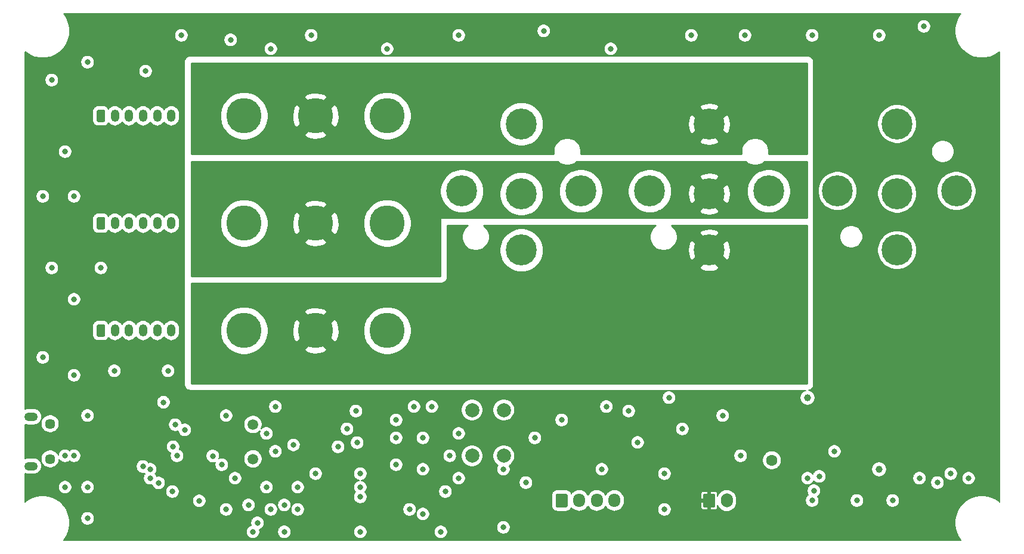
<source format=gbr>
G04 #@! TF.GenerationSoftware,KiCad,Pcbnew,(5.1.2)-1*
G04 #@! TF.CreationDate,2019-06-10T17:23:03-04:00*
G04 #@! TF.ProjectId,pev_uvw_sw,7065765f-7576-4775-9f73-772e6b696361,rev?*
G04 #@! TF.SameCoordinates,Original*
G04 #@! TF.FileFunction,Copper,L3,Inr*
G04 #@! TF.FilePolarity,Positive*
%FSLAX46Y46*%
G04 Gerber Fmt 4.6, Leading zero omitted, Abs format (unit mm)*
G04 Created by KiCad (PCBNEW (5.1.2)-1) date 2019-06-10 17:23:03*
%MOMM*%
%LPD*%
G04 APERTURE LIST*
%ADD10C,1.450000*%
%ADD11O,1.900000X1.200000*%
%ADD12C,0.100000*%
%ADD13C,1.700000*%
%ADD14O,1.700000X1.950000*%
%ADD15C,1.200000*%
%ADD16O,1.200000X1.750000*%
%ADD17C,2.000000*%
%ADD18C,5.000000*%
%ADD19C,1.500000*%
%ADD20C,4.400000*%
%ADD21O,1.700000X2.000000*%
%ADD22C,0.800000*%
%ADD23C,1.600000*%
%ADD24C,1.000000*%
%ADD25C,0.254000*%
%ADD26C,0.127000*%
G04 APERTURE END LIST*
D10*
X4224000Y-58952000D03*
X4224000Y-63952000D03*
D11*
X1524000Y-57952000D03*
X1524000Y-64952000D03*
D12*
G36*
X77459504Y-68876204D02*
G01*
X77483773Y-68879804D01*
X77507571Y-68885765D01*
X77530671Y-68894030D01*
X77552849Y-68904520D01*
X77573893Y-68917133D01*
X77593598Y-68931747D01*
X77611777Y-68948223D01*
X77628253Y-68966402D01*
X77642867Y-68986107D01*
X77655480Y-69007151D01*
X77665970Y-69029329D01*
X77674235Y-69052429D01*
X77680196Y-69076227D01*
X77683796Y-69100496D01*
X77685000Y-69125000D01*
X77685000Y-70575000D01*
X77683796Y-70599504D01*
X77680196Y-70623773D01*
X77674235Y-70647571D01*
X77665970Y-70670671D01*
X77655480Y-70692849D01*
X77642867Y-70713893D01*
X77628253Y-70733598D01*
X77611777Y-70751777D01*
X77593598Y-70768253D01*
X77573893Y-70782867D01*
X77552849Y-70795480D01*
X77530671Y-70805970D01*
X77507571Y-70814235D01*
X77483773Y-70820196D01*
X77459504Y-70823796D01*
X77435000Y-70825000D01*
X76235000Y-70825000D01*
X76210496Y-70823796D01*
X76186227Y-70820196D01*
X76162429Y-70814235D01*
X76139329Y-70805970D01*
X76117151Y-70795480D01*
X76096107Y-70782867D01*
X76076402Y-70768253D01*
X76058223Y-70751777D01*
X76041747Y-70733598D01*
X76027133Y-70713893D01*
X76014520Y-70692849D01*
X76004030Y-70670671D01*
X75995765Y-70647571D01*
X75989804Y-70623773D01*
X75986204Y-70599504D01*
X75985000Y-70575000D01*
X75985000Y-69125000D01*
X75986204Y-69100496D01*
X75989804Y-69076227D01*
X75995765Y-69052429D01*
X76004030Y-69029329D01*
X76014520Y-69007151D01*
X76027133Y-68986107D01*
X76041747Y-68966402D01*
X76058223Y-68948223D01*
X76076402Y-68931747D01*
X76096107Y-68917133D01*
X76117151Y-68904520D01*
X76139329Y-68894030D01*
X76162429Y-68885765D01*
X76186227Y-68879804D01*
X76210496Y-68876204D01*
X76235000Y-68875000D01*
X77435000Y-68875000D01*
X77459504Y-68876204D01*
X77459504Y-68876204D01*
G37*
D13*
X76835000Y-69850000D03*
D14*
X79335000Y-69850000D03*
X81835000Y-69850000D03*
X84335000Y-69850000D03*
D12*
G36*
X11804505Y-14366204D02*
G01*
X11828773Y-14369804D01*
X11852572Y-14375765D01*
X11875671Y-14384030D01*
X11897850Y-14394520D01*
X11918893Y-14407132D01*
X11938599Y-14421747D01*
X11956777Y-14438223D01*
X11973253Y-14456401D01*
X11987868Y-14476107D01*
X12000480Y-14497150D01*
X12010970Y-14519329D01*
X12019235Y-14542428D01*
X12025196Y-14566227D01*
X12028796Y-14590495D01*
X12030000Y-14614999D01*
X12030000Y-15865001D01*
X12028796Y-15889505D01*
X12025196Y-15913773D01*
X12019235Y-15937572D01*
X12010970Y-15960671D01*
X12000480Y-15982850D01*
X11987868Y-16003893D01*
X11973253Y-16023599D01*
X11956777Y-16041777D01*
X11938599Y-16058253D01*
X11918893Y-16072868D01*
X11897850Y-16085480D01*
X11875671Y-16095970D01*
X11852572Y-16104235D01*
X11828773Y-16110196D01*
X11804505Y-16113796D01*
X11780001Y-16115000D01*
X11079999Y-16115000D01*
X11055495Y-16113796D01*
X11031227Y-16110196D01*
X11007428Y-16104235D01*
X10984329Y-16095970D01*
X10962150Y-16085480D01*
X10941107Y-16072868D01*
X10921401Y-16058253D01*
X10903223Y-16041777D01*
X10886747Y-16023599D01*
X10872132Y-16003893D01*
X10859520Y-15982850D01*
X10849030Y-15960671D01*
X10840765Y-15937572D01*
X10834804Y-15913773D01*
X10831204Y-15889505D01*
X10830000Y-15865001D01*
X10830000Y-14614999D01*
X10831204Y-14590495D01*
X10834804Y-14566227D01*
X10840765Y-14542428D01*
X10849030Y-14519329D01*
X10859520Y-14497150D01*
X10872132Y-14476107D01*
X10886747Y-14456401D01*
X10903223Y-14438223D01*
X10921401Y-14421747D01*
X10941107Y-14407132D01*
X10962150Y-14394520D01*
X10984329Y-14384030D01*
X11007428Y-14375765D01*
X11031227Y-14369804D01*
X11055495Y-14366204D01*
X11079999Y-14365000D01*
X11780001Y-14365000D01*
X11804505Y-14366204D01*
X11804505Y-14366204D01*
G37*
D15*
X11430000Y-15240000D03*
D16*
X13430000Y-15240000D03*
X15430000Y-15240000D03*
X17430000Y-15240000D03*
X19430000Y-15240000D03*
X21430000Y-15240000D03*
X21430000Y-30480000D03*
X19430000Y-30480000D03*
X17430000Y-30480000D03*
X15430000Y-30480000D03*
X13430000Y-30480000D03*
D12*
G36*
X11804505Y-29606204D02*
G01*
X11828773Y-29609804D01*
X11852572Y-29615765D01*
X11875671Y-29624030D01*
X11897850Y-29634520D01*
X11918893Y-29647132D01*
X11938599Y-29661747D01*
X11956777Y-29678223D01*
X11973253Y-29696401D01*
X11987868Y-29716107D01*
X12000480Y-29737150D01*
X12010970Y-29759329D01*
X12019235Y-29782428D01*
X12025196Y-29806227D01*
X12028796Y-29830495D01*
X12030000Y-29854999D01*
X12030000Y-31105001D01*
X12028796Y-31129505D01*
X12025196Y-31153773D01*
X12019235Y-31177572D01*
X12010970Y-31200671D01*
X12000480Y-31222850D01*
X11987868Y-31243893D01*
X11973253Y-31263599D01*
X11956777Y-31281777D01*
X11938599Y-31298253D01*
X11918893Y-31312868D01*
X11897850Y-31325480D01*
X11875671Y-31335970D01*
X11852572Y-31344235D01*
X11828773Y-31350196D01*
X11804505Y-31353796D01*
X11780001Y-31355000D01*
X11079999Y-31355000D01*
X11055495Y-31353796D01*
X11031227Y-31350196D01*
X11007428Y-31344235D01*
X10984329Y-31335970D01*
X10962150Y-31325480D01*
X10941107Y-31312868D01*
X10921401Y-31298253D01*
X10903223Y-31281777D01*
X10886747Y-31263599D01*
X10872132Y-31243893D01*
X10859520Y-31222850D01*
X10849030Y-31200671D01*
X10840765Y-31177572D01*
X10834804Y-31153773D01*
X10831204Y-31129505D01*
X10830000Y-31105001D01*
X10830000Y-29854999D01*
X10831204Y-29830495D01*
X10834804Y-29806227D01*
X10840765Y-29782428D01*
X10849030Y-29759329D01*
X10859520Y-29737150D01*
X10872132Y-29716107D01*
X10886747Y-29696401D01*
X10903223Y-29678223D01*
X10921401Y-29661747D01*
X10941107Y-29647132D01*
X10962150Y-29634520D01*
X10984329Y-29624030D01*
X11007428Y-29615765D01*
X11031227Y-29609804D01*
X11055495Y-29606204D01*
X11079999Y-29605000D01*
X11780001Y-29605000D01*
X11804505Y-29606204D01*
X11804505Y-29606204D01*
G37*
D15*
X11430000Y-30480000D03*
D12*
G36*
X11804505Y-44846204D02*
G01*
X11828773Y-44849804D01*
X11852572Y-44855765D01*
X11875671Y-44864030D01*
X11897850Y-44874520D01*
X11918893Y-44887132D01*
X11938599Y-44901747D01*
X11956777Y-44918223D01*
X11973253Y-44936401D01*
X11987868Y-44956107D01*
X12000480Y-44977150D01*
X12010970Y-44999329D01*
X12019235Y-45022428D01*
X12025196Y-45046227D01*
X12028796Y-45070495D01*
X12030000Y-45094999D01*
X12030000Y-46345001D01*
X12028796Y-46369505D01*
X12025196Y-46393773D01*
X12019235Y-46417572D01*
X12010970Y-46440671D01*
X12000480Y-46462850D01*
X11987868Y-46483893D01*
X11973253Y-46503599D01*
X11956777Y-46521777D01*
X11938599Y-46538253D01*
X11918893Y-46552868D01*
X11897850Y-46565480D01*
X11875671Y-46575970D01*
X11852572Y-46584235D01*
X11828773Y-46590196D01*
X11804505Y-46593796D01*
X11780001Y-46595000D01*
X11079999Y-46595000D01*
X11055495Y-46593796D01*
X11031227Y-46590196D01*
X11007428Y-46584235D01*
X10984329Y-46575970D01*
X10962150Y-46565480D01*
X10941107Y-46552868D01*
X10921401Y-46538253D01*
X10903223Y-46521777D01*
X10886747Y-46503599D01*
X10872132Y-46483893D01*
X10859520Y-46462850D01*
X10849030Y-46440671D01*
X10840765Y-46417572D01*
X10834804Y-46393773D01*
X10831204Y-46369505D01*
X10830000Y-46345001D01*
X10830000Y-45094999D01*
X10831204Y-45070495D01*
X10834804Y-45046227D01*
X10840765Y-45022428D01*
X10849030Y-44999329D01*
X10859520Y-44977150D01*
X10872132Y-44956107D01*
X10886747Y-44936401D01*
X10903223Y-44918223D01*
X10921401Y-44901747D01*
X10941107Y-44887132D01*
X10962150Y-44874520D01*
X10984329Y-44864030D01*
X11007428Y-44855765D01*
X11031227Y-44849804D01*
X11055495Y-44846204D01*
X11079999Y-44845000D01*
X11780001Y-44845000D01*
X11804505Y-44846204D01*
X11804505Y-44846204D01*
G37*
D15*
X11430000Y-45720000D03*
D16*
X13430000Y-45720000D03*
X15430000Y-45720000D03*
X17430000Y-45720000D03*
X19430000Y-45720000D03*
X21430000Y-45720000D03*
D17*
X68635000Y-63500000D03*
X64135000Y-63500000D03*
X68635000Y-57000000D03*
X64135000Y-57000000D03*
D18*
X52070000Y-30480000D03*
X41910000Y-30480000D03*
X31750000Y-30480000D03*
X31750000Y-15240000D03*
X41910000Y-15240000D03*
X52070000Y-15240000D03*
X31750000Y-45720000D03*
X41910000Y-45720000D03*
X52070000Y-45720000D03*
D19*
X33020000Y-59055000D03*
X33020000Y-63935000D03*
D20*
X79570000Y-25890000D03*
X62670000Y-25890000D03*
X71120000Y-16390000D03*
X71120000Y-26290000D03*
X71120000Y-34290000D03*
X97790000Y-34290000D03*
X97790000Y-26290000D03*
X97790000Y-16390000D03*
X89340000Y-25890000D03*
X106240000Y-25890000D03*
X124460000Y-34290000D03*
X124460000Y-26290000D03*
X124460000Y-16390000D03*
X116010000Y-25890000D03*
X132910000Y-25890000D03*
D12*
G36*
X98414504Y-68851204D02*
G01*
X98438773Y-68854804D01*
X98462571Y-68860765D01*
X98485671Y-68869030D01*
X98507849Y-68879520D01*
X98528893Y-68892133D01*
X98548598Y-68906747D01*
X98566777Y-68923223D01*
X98583253Y-68941402D01*
X98597867Y-68961107D01*
X98610480Y-68982151D01*
X98620970Y-69004329D01*
X98629235Y-69027429D01*
X98635196Y-69051227D01*
X98638796Y-69075496D01*
X98640000Y-69100000D01*
X98640000Y-70600000D01*
X98638796Y-70624504D01*
X98635196Y-70648773D01*
X98629235Y-70672571D01*
X98620970Y-70695671D01*
X98610480Y-70717849D01*
X98597867Y-70738893D01*
X98583253Y-70758598D01*
X98566777Y-70776777D01*
X98548598Y-70793253D01*
X98528893Y-70807867D01*
X98507849Y-70820480D01*
X98485671Y-70830970D01*
X98462571Y-70839235D01*
X98438773Y-70845196D01*
X98414504Y-70848796D01*
X98390000Y-70850000D01*
X97190000Y-70850000D01*
X97165496Y-70848796D01*
X97141227Y-70845196D01*
X97117429Y-70839235D01*
X97094329Y-70830970D01*
X97072151Y-70820480D01*
X97051107Y-70807867D01*
X97031402Y-70793253D01*
X97013223Y-70776777D01*
X96996747Y-70758598D01*
X96982133Y-70738893D01*
X96969520Y-70717849D01*
X96959030Y-70695671D01*
X96950765Y-70672571D01*
X96944804Y-70648773D01*
X96941204Y-70624504D01*
X96940000Y-70600000D01*
X96940000Y-69100000D01*
X96941204Y-69075496D01*
X96944804Y-69051227D01*
X96950765Y-69027429D01*
X96959030Y-69004329D01*
X96969520Y-68982151D01*
X96982133Y-68961107D01*
X96996747Y-68941402D01*
X97013223Y-68923223D01*
X97031402Y-68906747D01*
X97051107Y-68892133D01*
X97072151Y-68879520D01*
X97094329Y-68869030D01*
X97117429Y-68860765D01*
X97141227Y-68854804D01*
X97165496Y-68851204D01*
X97190000Y-68850000D01*
X98390000Y-68850000D01*
X98414504Y-68851204D01*
X98414504Y-68851204D01*
G37*
D13*
X97790000Y-69850000D03*
D21*
X100290000Y-69850000D03*
D22*
X48260000Y-67945000D03*
D23*
X106680000Y-64135000D03*
D22*
X134620000Y-66675000D03*
X132080000Y-66040000D03*
X130175000Y-67310000D03*
X127635000Y-66675000D03*
X113411000Y-66421000D03*
X112395000Y-69850000D03*
X112649000Y-68453000D03*
X111760000Y-66675000D03*
X115570000Y-62865000D03*
X25400000Y-69890000D03*
X48260000Y-66040000D03*
X37465000Y-70485000D03*
X39370000Y-71120000D03*
X39370000Y-67945000D03*
X41910000Y-66040000D03*
X45085000Y-62230000D03*
X46355000Y-59690000D03*
X35560000Y-71120000D03*
X60325000Y-68580000D03*
X62230000Y-66675000D03*
X60960000Y-63500000D03*
X62230000Y-60325000D03*
X29210000Y-57785000D03*
X36195000Y-56515000D03*
X36195000Y-62865000D03*
X28575000Y-64770000D03*
X30480000Y-66675000D03*
X53340000Y-58420000D03*
X35560000Y-5715000D03*
X41275000Y-3810000D03*
X52070000Y-5715000D03*
X62230000Y-3810000D03*
X74295000Y-3175000D03*
X83820000Y-5715000D03*
X95250000Y-3810000D03*
X102870000Y-3810000D03*
X121920000Y-3810000D03*
X112395000Y-3810000D03*
X128270000Y-2540000D03*
X29845000Y-4445000D03*
X22860000Y-3810000D03*
X9525000Y-7620000D03*
X17780000Y-8890000D03*
X6350000Y-20320000D03*
X7620000Y-26670000D03*
X3175000Y-26670000D03*
X4445000Y-36830000D03*
X11430000Y-36830000D03*
X7620000Y-41275000D03*
X3175000Y-49530000D03*
X7620000Y-52070000D03*
X13335000Y-51435000D03*
X20955000Y-51435000D03*
X6350000Y-67945000D03*
X9525000Y-72390000D03*
X9525000Y-67945000D03*
X37465000Y-74295000D03*
X48260000Y-74295000D03*
X59690000Y-74295000D03*
X68580000Y-73660000D03*
X86360000Y-57150000D03*
X87630000Y-61595000D03*
X92075000Y-55245000D03*
X93980000Y-59690000D03*
X99695000Y-57785000D03*
X102235000Y-63500000D03*
X91440000Y-66040000D03*
X91440000Y-71120000D03*
X9525000Y-57785000D03*
X53340000Y-60960000D03*
X33020000Y-74295000D03*
X4445000Y-10160000D03*
X71755000Y-67310000D03*
X58420000Y-56515000D03*
X55880000Y-56515000D03*
X73025000Y-60960000D03*
X32385000Y-70485000D03*
X29210000Y-71120000D03*
X6350000Y-63500000D03*
X77823100Y-63541200D03*
X6862200Y-46342500D03*
X56897500Y-57835900D03*
X79734600Y-56460400D03*
X16584400Y-68992800D03*
X12865400Y-71356300D03*
X6862200Y-15822500D03*
X6862200Y-31082500D03*
X53587500Y-69185000D03*
X14730600Y-59122900D03*
X45020500Y-66137500D03*
X56393800Y-67847500D03*
X43180000Y-58420000D03*
X65405000Y-70485000D03*
X116840000Y-64135000D03*
X109220000Y-72390000D03*
X6350000Y-59690000D03*
X26416000Y-68326000D03*
X17399000Y-65024000D03*
X7620000Y-63500000D03*
X47795700Y-61640000D03*
X23337500Y-59816400D03*
X19617300Y-67341000D03*
X20318502Y-55891897D03*
X38771600Y-61968400D03*
X21679500Y-62200200D03*
X27305000Y-63517000D03*
X34925000Y-67945000D03*
X21986800Y-59080800D03*
X34925000Y-60325000D03*
X82550000Y-65405000D03*
X68580000Y-65405000D03*
X21590000Y-68580000D03*
X33655000Y-73025000D03*
X18415000Y-65405000D03*
X83185000Y-56515000D03*
X18415000Y-66675000D03*
X76835000Y-58420000D03*
X57150000Y-71755000D03*
X47625000Y-57150000D03*
X53340000Y-64770000D03*
X57150000Y-60960000D03*
X55245000Y-71120000D03*
X57150000Y-65405000D03*
X22225000Y-63500000D03*
X48260000Y-69342000D03*
D24*
X121920000Y-65405000D03*
X111760000Y-55245000D03*
D22*
X123825000Y-69850000D03*
X118745000Y-69850000D03*
D25*
G36*
X63359736Y-30854364D02*
G01*
X63084364Y-31129736D01*
X62868005Y-31453539D01*
X62718975Y-31813330D01*
X62643000Y-32195282D01*
X62643000Y-32584718D01*
X62718975Y-32966670D01*
X62868005Y-33326461D01*
X63084364Y-33650264D01*
X63359736Y-33925636D01*
X63683539Y-34141995D01*
X64043330Y-34291025D01*
X64425282Y-34367000D01*
X64814718Y-34367000D01*
X65196670Y-34291025D01*
X65556461Y-34141995D01*
X65795884Y-33982017D01*
X67993000Y-33982017D01*
X67993000Y-34597983D01*
X68113169Y-35202112D01*
X68348889Y-35771190D01*
X68691101Y-36283346D01*
X69126654Y-36718899D01*
X69638810Y-37061111D01*
X70207888Y-37296831D01*
X70812017Y-37417000D01*
X71427983Y-37417000D01*
X72032112Y-37296831D01*
X72601190Y-37061111D01*
X73113346Y-36718899D01*
X73119094Y-36713151D01*
X96318615Y-36713151D01*
X96590946Y-37085332D01*
X97159328Y-37265544D01*
X97751946Y-37331408D01*
X98346027Y-37280392D01*
X98918740Y-37114457D01*
X98989054Y-37085332D01*
X99261385Y-36713151D01*
X97790000Y-35241766D01*
X96318615Y-36713151D01*
X73119094Y-36713151D01*
X73548899Y-36283346D01*
X73891111Y-35771190D01*
X74126831Y-35202112D01*
X74247000Y-34597983D01*
X74247000Y-33982017D01*
X74126831Y-33377888D01*
X73891111Y-32808810D01*
X73548899Y-32296654D01*
X73113346Y-31861101D01*
X72601190Y-31518889D01*
X72032112Y-31283169D01*
X71427983Y-31163000D01*
X70812017Y-31163000D01*
X70207888Y-31283169D01*
X69638810Y-31518889D01*
X69126654Y-31861101D01*
X68691101Y-32296654D01*
X68348889Y-32808810D01*
X68113169Y-33377888D01*
X67993000Y-33982017D01*
X65795884Y-33982017D01*
X65880264Y-33925636D01*
X66155636Y-33650264D01*
X66371995Y-33326461D01*
X66521025Y-32966670D01*
X66597000Y-32584718D01*
X66597000Y-32195282D01*
X66521025Y-31813330D01*
X66371995Y-31453539D01*
X66155636Y-31129736D01*
X65880264Y-30854364D01*
X65756998Y-30772000D01*
X90153002Y-30772000D01*
X90029736Y-30854364D01*
X89754364Y-31129736D01*
X89538005Y-31453539D01*
X89388975Y-31813330D01*
X89313000Y-32195282D01*
X89313000Y-32584718D01*
X89388975Y-32966670D01*
X89538005Y-33326461D01*
X89754364Y-33650264D01*
X90029736Y-33925636D01*
X90353539Y-34141995D01*
X90713330Y-34291025D01*
X91095282Y-34367000D01*
X91484718Y-34367000D01*
X91866670Y-34291025D01*
X91961015Y-34251946D01*
X94748592Y-34251946D01*
X94799608Y-34846027D01*
X94965543Y-35418740D01*
X94994668Y-35489054D01*
X95366849Y-35761385D01*
X96838234Y-34290000D01*
X98741766Y-34290000D01*
X100213151Y-35761385D01*
X100585332Y-35489054D01*
X100765544Y-34920672D01*
X100831408Y-34328054D01*
X100780392Y-33733973D01*
X100614457Y-33161260D01*
X100585332Y-33090946D01*
X100213151Y-32818615D01*
X98741766Y-34290000D01*
X96838234Y-34290000D01*
X95366849Y-32818615D01*
X94994668Y-33090946D01*
X94814456Y-33659328D01*
X94748592Y-34251946D01*
X91961015Y-34251946D01*
X92226461Y-34141995D01*
X92550264Y-33925636D01*
X92825636Y-33650264D01*
X93041995Y-33326461D01*
X93191025Y-32966670D01*
X93267000Y-32584718D01*
X93267000Y-32195282D01*
X93201671Y-31866849D01*
X96318615Y-31866849D01*
X97790000Y-33338234D01*
X99261385Y-31866849D01*
X98989054Y-31494668D01*
X98420672Y-31314456D01*
X97828054Y-31248592D01*
X97233973Y-31299608D01*
X96661260Y-31465543D01*
X96590946Y-31494668D01*
X96318615Y-31866849D01*
X93201671Y-31866849D01*
X93191025Y-31813330D01*
X93041995Y-31453539D01*
X92825636Y-31129736D01*
X92550264Y-30854364D01*
X92426998Y-30772000D01*
X111633000Y-30772000D01*
X111633000Y-53213000D01*
X24257000Y-53213000D01*
X24257000Y-45382470D01*
X28323000Y-45382470D01*
X28323000Y-46057530D01*
X28454697Y-46719619D01*
X28713032Y-47343293D01*
X29088075Y-47904585D01*
X29565415Y-48381925D01*
X30126707Y-48756968D01*
X30750381Y-49015303D01*
X31412470Y-49147000D01*
X32087530Y-49147000D01*
X32749619Y-49015303D01*
X33373293Y-48756968D01*
X33934585Y-48381925D01*
X33954553Y-48361957D01*
X40219809Y-48361957D01*
X40529673Y-48764832D01*
X41150213Y-48975615D01*
X41799951Y-49061287D01*
X42453918Y-49018554D01*
X43086983Y-48849060D01*
X43290327Y-48764832D01*
X43600191Y-48361957D01*
X41910000Y-46671766D01*
X40219809Y-48361957D01*
X33954553Y-48361957D01*
X34411925Y-47904585D01*
X34786968Y-47343293D01*
X35045303Y-46719619D01*
X35177000Y-46057530D01*
X35177000Y-45609951D01*
X38568713Y-45609951D01*
X38611446Y-46263918D01*
X38780940Y-46896983D01*
X38865168Y-47100327D01*
X39268043Y-47410191D01*
X40958234Y-45720000D01*
X42861766Y-45720000D01*
X44551957Y-47410191D01*
X44954832Y-47100327D01*
X45165615Y-46479787D01*
X45251287Y-45830049D01*
X45222041Y-45382470D01*
X48643000Y-45382470D01*
X48643000Y-46057530D01*
X48774697Y-46719619D01*
X49033032Y-47343293D01*
X49408075Y-47904585D01*
X49885415Y-48381925D01*
X50446707Y-48756968D01*
X51070381Y-49015303D01*
X51732470Y-49147000D01*
X52407530Y-49147000D01*
X53069619Y-49015303D01*
X53693293Y-48756968D01*
X54254585Y-48381925D01*
X54731925Y-47904585D01*
X55106968Y-47343293D01*
X55365303Y-46719619D01*
X55497000Y-46057530D01*
X55497000Y-45382470D01*
X55365303Y-44720381D01*
X55106968Y-44096707D01*
X54731925Y-43535415D01*
X54254585Y-43058075D01*
X53693293Y-42683032D01*
X53069619Y-42424697D01*
X52407530Y-42293000D01*
X51732470Y-42293000D01*
X51070381Y-42424697D01*
X50446707Y-42683032D01*
X49885415Y-43058075D01*
X49408075Y-43535415D01*
X49033032Y-44096707D01*
X48774697Y-44720381D01*
X48643000Y-45382470D01*
X45222041Y-45382470D01*
X45208554Y-45176082D01*
X45039060Y-44543017D01*
X44954832Y-44339673D01*
X44551957Y-44029809D01*
X42861766Y-45720000D01*
X40958234Y-45720000D01*
X39268043Y-44029809D01*
X38865168Y-44339673D01*
X38654385Y-44960213D01*
X38568713Y-45609951D01*
X35177000Y-45609951D01*
X35177000Y-45382470D01*
X35045303Y-44720381D01*
X34786968Y-44096707D01*
X34411925Y-43535415D01*
X33954553Y-43078043D01*
X40219809Y-43078043D01*
X41910000Y-44768234D01*
X43600191Y-43078043D01*
X43290327Y-42675168D01*
X42669787Y-42464385D01*
X42020049Y-42378713D01*
X41366082Y-42421446D01*
X40733017Y-42590940D01*
X40529673Y-42675168D01*
X40219809Y-43078043D01*
X33954553Y-43078043D01*
X33934585Y-43058075D01*
X33373293Y-42683032D01*
X32749619Y-42424697D01*
X32087530Y-42293000D01*
X31412470Y-42293000D01*
X30750381Y-42424697D01*
X30126707Y-42683032D01*
X29565415Y-43058075D01*
X29088075Y-43535415D01*
X28713032Y-44096707D01*
X28454697Y-44720381D01*
X28323000Y-45382470D01*
X24257000Y-45382470D01*
X24257000Y-39027000D01*
X59690000Y-39027000D01*
X59870849Y-39009188D01*
X60044748Y-38956436D01*
X60205014Y-38870772D01*
X60345488Y-38755488D01*
X60460772Y-38615014D01*
X60546436Y-38454748D01*
X60599188Y-38280849D01*
X60617000Y-38100000D01*
X60617000Y-30772000D01*
X63483002Y-30772000D01*
X63359736Y-30854364D01*
X63359736Y-30854364D01*
G37*
X63359736Y-30854364D02*
X63084364Y-31129736D01*
X62868005Y-31453539D01*
X62718975Y-31813330D01*
X62643000Y-32195282D01*
X62643000Y-32584718D01*
X62718975Y-32966670D01*
X62868005Y-33326461D01*
X63084364Y-33650264D01*
X63359736Y-33925636D01*
X63683539Y-34141995D01*
X64043330Y-34291025D01*
X64425282Y-34367000D01*
X64814718Y-34367000D01*
X65196670Y-34291025D01*
X65556461Y-34141995D01*
X65795884Y-33982017D01*
X67993000Y-33982017D01*
X67993000Y-34597983D01*
X68113169Y-35202112D01*
X68348889Y-35771190D01*
X68691101Y-36283346D01*
X69126654Y-36718899D01*
X69638810Y-37061111D01*
X70207888Y-37296831D01*
X70812017Y-37417000D01*
X71427983Y-37417000D01*
X72032112Y-37296831D01*
X72601190Y-37061111D01*
X73113346Y-36718899D01*
X73119094Y-36713151D01*
X96318615Y-36713151D01*
X96590946Y-37085332D01*
X97159328Y-37265544D01*
X97751946Y-37331408D01*
X98346027Y-37280392D01*
X98918740Y-37114457D01*
X98989054Y-37085332D01*
X99261385Y-36713151D01*
X97790000Y-35241766D01*
X96318615Y-36713151D01*
X73119094Y-36713151D01*
X73548899Y-36283346D01*
X73891111Y-35771190D01*
X74126831Y-35202112D01*
X74247000Y-34597983D01*
X74247000Y-33982017D01*
X74126831Y-33377888D01*
X73891111Y-32808810D01*
X73548899Y-32296654D01*
X73113346Y-31861101D01*
X72601190Y-31518889D01*
X72032112Y-31283169D01*
X71427983Y-31163000D01*
X70812017Y-31163000D01*
X70207888Y-31283169D01*
X69638810Y-31518889D01*
X69126654Y-31861101D01*
X68691101Y-32296654D01*
X68348889Y-32808810D01*
X68113169Y-33377888D01*
X67993000Y-33982017D01*
X65795884Y-33982017D01*
X65880264Y-33925636D01*
X66155636Y-33650264D01*
X66371995Y-33326461D01*
X66521025Y-32966670D01*
X66597000Y-32584718D01*
X66597000Y-32195282D01*
X66521025Y-31813330D01*
X66371995Y-31453539D01*
X66155636Y-31129736D01*
X65880264Y-30854364D01*
X65756998Y-30772000D01*
X90153002Y-30772000D01*
X90029736Y-30854364D01*
X89754364Y-31129736D01*
X89538005Y-31453539D01*
X89388975Y-31813330D01*
X89313000Y-32195282D01*
X89313000Y-32584718D01*
X89388975Y-32966670D01*
X89538005Y-33326461D01*
X89754364Y-33650264D01*
X90029736Y-33925636D01*
X90353539Y-34141995D01*
X90713330Y-34291025D01*
X91095282Y-34367000D01*
X91484718Y-34367000D01*
X91866670Y-34291025D01*
X91961015Y-34251946D01*
X94748592Y-34251946D01*
X94799608Y-34846027D01*
X94965543Y-35418740D01*
X94994668Y-35489054D01*
X95366849Y-35761385D01*
X96838234Y-34290000D01*
X98741766Y-34290000D01*
X100213151Y-35761385D01*
X100585332Y-35489054D01*
X100765544Y-34920672D01*
X100831408Y-34328054D01*
X100780392Y-33733973D01*
X100614457Y-33161260D01*
X100585332Y-33090946D01*
X100213151Y-32818615D01*
X98741766Y-34290000D01*
X96838234Y-34290000D01*
X95366849Y-32818615D01*
X94994668Y-33090946D01*
X94814456Y-33659328D01*
X94748592Y-34251946D01*
X91961015Y-34251946D01*
X92226461Y-34141995D01*
X92550264Y-33925636D01*
X92825636Y-33650264D01*
X93041995Y-33326461D01*
X93191025Y-32966670D01*
X93267000Y-32584718D01*
X93267000Y-32195282D01*
X93201671Y-31866849D01*
X96318615Y-31866849D01*
X97790000Y-33338234D01*
X99261385Y-31866849D01*
X98989054Y-31494668D01*
X98420672Y-31314456D01*
X97828054Y-31248592D01*
X97233973Y-31299608D01*
X96661260Y-31465543D01*
X96590946Y-31494668D01*
X96318615Y-31866849D01*
X93201671Y-31866849D01*
X93191025Y-31813330D01*
X93041995Y-31453539D01*
X92825636Y-31129736D01*
X92550264Y-30854364D01*
X92426998Y-30772000D01*
X111633000Y-30772000D01*
X111633000Y-53213000D01*
X24257000Y-53213000D01*
X24257000Y-45382470D01*
X28323000Y-45382470D01*
X28323000Y-46057530D01*
X28454697Y-46719619D01*
X28713032Y-47343293D01*
X29088075Y-47904585D01*
X29565415Y-48381925D01*
X30126707Y-48756968D01*
X30750381Y-49015303D01*
X31412470Y-49147000D01*
X32087530Y-49147000D01*
X32749619Y-49015303D01*
X33373293Y-48756968D01*
X33934585Y-48381925D01*
X33954553Y-48361957D01*
X40219809Y-48361957D01*
X40529673Y-48764832D01*
X41150213Y-48975615D01*
X41799951Y-49061287D01*
X42453918Y-49018554D01*
X43086983Y-48849060D01*
X43290327Y-48764832D01*
X43600191Y-48361957D01*
X41910000Y-46671766D01*
X40219809Y-48361957D01*
X33954553Y-48361957D01*
X34411925Y-47904585D01*
X34786968Y-47343293D01*
X35045303Y-46719619D01*
X35177000Y-46057530D01*
X35177000Y-45609951D01*
X38568713Y-45609951D01*
X38611446Y-46263918D01*
X38780940Y-46896983D01*
X38865168Y-47100327D01*
X39268043Y-47410191D01*
X40958234Y-45720000D01*
X42861766Y-45720000D01*
X44551957Y-47410191D01*
X44954832Y-47100327D01*
X45165615Y-46479787D01*
X45251287Y-45830049D01*
X45222041Y-45382470D01*
X48643000Y-45382470D01*
X48643000Y-46057530D01*
X48774697Y-46719619D01*
X49033032Y-47343293D01*
X49408075Y-47904585D01*
X49885415Y-48381925D01*
X50446707Y-48756968D01*
X51070381Y-49015303D01*
X51732470Y-49147000D01*
X52407530Y-49147000D01*
X53069619Y-49015303D01*
X53693293Y-48756968D01*
X54254585Y-48381925D01*
X54731925Y-47904585D01*
X55106968Y-47343293D01*
X55365303Y-46719619D01*
X55497000Y-46057530D01*
X55497000Y-45382470D01*
X55365303Y-44720381D01*
X55106968Y-44096707D01*
X54731925Y-43535415D01*
X54254585Y-43058075D01*
X53693293Y-42683032D01*
X53069619Y-42424697D01*
X52407530Y-42293000D01*
X51732470Y-42293000D01*
X51070381Y-42424697D01*
X50446707Y-42683032D01*
X49885415Y-43058075D01*
X49408075Y-43535415D01*
X49033032Y-44096707D01*
X48774697Y-44720381D01*
X48643000Y-45382470D01*
X45222041Y-45382470D01*
X45208554Y-45176082D01*
X45039060Y-44543017D01*
X44954832Y-44339673D01*
X44551957Y-44029809D01*
X42861766Y-45720000D01*
X40958234Y-45720000D01*
X39268043Y-44029809D01*
X38865168Y-44339673D01*
X38654385Y-44960213D01*
X38568713Y-45609951D01*
X35177000Y-45609951D01*
X35177000Y-45382470D01*
X35045303Y-44720381D01*
X34786968Y-44096707D01*
X34411925Y-43535415D01*
X33954553Y-43078043D01*
X40219809Y-43078043D01*
X41910000Y-44768234D01*
X43600191Y-43078043D01*
X43290327Y-42675168D01*
X42669787Y-42464385D01*
X42020049Y-42378713D01*
X41366082Y-42421446D01*
X40733017Y-42590940D01*
X40529673Y-42675168D01*
X40219809Y-43078043D01*
X33954553Y-43078043D01*
X33934585Y-43058075D01*
X33373293Y-42683032D01*
X32749619Y-42424697D01*
X32087530Y-42293000D01*
X31412470Y-42293000D01*
X30750381Y-42424697D01*
X30126707Y-42683032D01*
X29565415Y-43058075D01*
X29088075Y-43535415D01*
X28713032Y-44096707D01*
X28454697Y-44720381D01*
X28323000Y-45382470D01*
X24257000Y-45382470D01*
X24257000Y-39027000D01*
X59690000Y-39027000D01*
X59870849Y-39009188D01*
X60044748Y-38956436D01*
X60205014Y-38870772D01*
X60345488Y-38755488D01*
X60460772Y-38615014D01*
X60546436Y-38454748D01*
X60599188Y-38280849D01*
X60617000Y-38100000D01*
X60617000Y-30772000D01*
X63483002Y-30772000D01*
X63359736Y-30854364D01*
G36*
X76359736Y-21825636D02*
G01*
X76683539Y-22041995D01*
X77043330Y-22191025D01*
X77425282Y-22267000D01*
X77814718Y-22267000D01*
X78196670Y-22191025D01*
X78556461Y-22041995D01*
X78880264Y-21825636D01*
X78988900Y-21717000D01*
X102921100Y-21717000D01*
X103029736Y-21825636D01*
X103353539Y-22041995D01*
X103713330Y-22191025D01*
X104095282Y-22267000D01*
X104484718Y-22267000D01*
X104866670Y-22191025D01*
X105226461Y-22041995D01*
X105550264Y-21825636D01*
X105658900Y-21717000D01*
X111633000Y-21717000D01*
X111633000Y-29718000D01*
X59690000Y-29718000D01*
X59665224Y-29720440D01*
X59641399Y-29727667D01*
X59619443Y-29739403D01*
X59600197Y-29755197D01*
X59584403Y-29774443D01*
X59572667Y-29796399D01*
X59565440Y-29820224D01*
X59563000Y-29845000D01*
X59563000Y-37973000D01*
X24257000Y-37973000D01*
X24257000Y-30142470D01*
X28323000Y-30142470D01*
X28323000Y-30817530D01*
X28454697Y-31479619D01*
X28713032Y-32103293D01*
X29088075Y-32664585D01*
X29565415Y-33141925D01*
X30126707Y-33516968D01*
X30750381Y-33775303D01*
X31412470Y-33907000D01*
X32087530Y-33907000D01*
X32749619Y-33775303D01*
X33373293Y-33516968D01*
X33934585Y-33141925D01*
X33954553Y-33121957D01*
X40219809Y-33121957D01*
X40529673Y-33524832D01*
X41150213Y-33735615D01*
X41799951Y-33821287D01*
X42453918Y-33778554D01*
X43086983Y-33609060D01*
X43290327Y-33524832D01*
X43600191Y-33121957D01*
X41910000Y-31431766D01*
X40219809Y-33121957D01*
X33954553Y-33121957D01*
X34411925Y-32664585D01*
X34786968Y-32103293D01*
X35045303Y-31479619D01*
X35177000Y-30817530D01*
X35177000Y-30369951D01*
X38568713Y-30369951D01*
X38611446Y-31023918D01*
X38780940Y-31656983D01*
X38865168Y-31860327D01*
X39268043Y-32170191D01*
X40958234Y-30480000D01*
X42861766Y-30480000D01*
X44551957Y-32170191D01*
X44954832Y-31860327D01*
X45165615Y-31239787D01*
X45251287Y-30590049D01*
X45222041Y-30142470D01*
X48643000Y-30142470D01*
X48643000Y-30817530D01*
X48774697Y-31479619D01*
X49033032Y-32103293D01*
X49408075Y-32664585D01*
X49885415Y-33141925D01*
X50446707Y-33516968D01*
X51070381Y-33775303D01*
X51732470Y-33907000D01*
X52407530Y-33907000D01*
X53069619Y-33775303D01*
X53693293Y-33516968D01*
X54254585Y-33141925D01*
X54731925Y-32664585D01*
X55106968Y-32103293D01*
X55365303Y-31479619D01*
X55497000Y-30817530D01*
X55497000Y-30142470D01*
X55365303Y-29480381D01*
X55106968Y-28856707D01*
X54731925Y-28295415D01*
X54254585Y-27818075D01*
X53693293Y-27443032D01*
X53069619Y-27184697D01*
X52407530Y-27053000D01*
X51732470Y-27053000D01*
X51070381Y-27184697D01*
X50446707Y-27443032D01*
X49885415Y-27818075D01*
X49408075Y-28295415D01*
X49033032Y-28856707D01*
X48774697Y-29480381D01*
X48643000Y-30142470D01*
X45222041Y-30142470D01*
X45208554Y-29936082D01*
X45039060Y-29303017D01*
X44954832Y-29099673D01*
X44551957Y-28789809D01*
X42861766Y-30480000D01*
X40958234Y-30480000D01*
X39268043Y-28789809D01*
X38865168Y-29099673D01*
X38654385Y-29720213D01*
X38568713Y-30369951D01*
X35177000Y-30369951D01*
X35177000Y-30142470D01*
X35045303Y-29480381D01*
X34786968Y-28856707D01*
X34411925Y-28295415D01*
X33954553Y-27838043D01*
X40219809Y-27838043D01*
X41910000Y-29528234D01*
X43600191Y-27838043D01*
X43290327Y-27435168D01*
X42669787Y-27224385D01*
X42020049Y-27138713D01*
X41366082Y-27181446D01*
X40733017Y-27350940D01*
X40529673Y-27435168D01*
X40219809Y-27838043D01*
X33954553Y-27838043D01*
X33934585Y-27818075D01*
X33373293Y-27443032D01*
X32749619Y-27184697D01*
X32087530Y-27053000D01*
X31412470Y-27053000D01*
X30750381Y-27184697D01*
X30126707Y-27443032D01*
X29565415Y-27818075D01*
X29088075Y-28295415D01*
X28713032Y-28856707D01*
X28454697Y-29480381D01*
X28323000Y-30142470D01*
X24257000Y-30142470D01*
X24257000Y-25582017D01*
X59543000Y-25582017D01*
X59543000Y-26197983D01*
X59663169Y-26802112D01*
X59898889Y-27371190D01*
X60241101Y-27883346D01*
X60676654Y-28318899D01*
X61188810Y-28661111D01*
X61757888Y-28896831D01*
X62362017Y-29017000D01*
X62977983Y-29017000D01*
X63582112Y-28896831D01*
X64151190Y-28661111D01*
X64663346Y-28318899D01*
X65098899Y-27883346D01*
X65441111Y-27371190D01*
X65676831Y-26802112D01*
X65797000Y-26197983D01*
X65797000Y-25982017D01*
X67993000Y-25982017D01*
X67993000Y-26597983D01*
X68113169Y-27202112D01*
X68348889Y-27771190D01*
X68691101Y-28283346D01*
X69126654Y-28718899D01*
X69638810Y-29061111D01*
X70207888Y-29296831D01*
X70812017Y-29417000D01*
X71427983Y-29417000D01*
X72032112Y-29296831D01*
X72601190Y-29061111D01*
X73113346Y-28718899D01*
X73548899Y-28283346D01*
X73891111Y-27771190D01*
X74126831Y-27202112D01*
X74247000Y-26597983D01*
X74247000Y-25982017D01*
X74167435Y-25582017D01*
X76443000Y-25582017D01*
X76443000Y-26197983D01*
X76563169Y-26802112D01*
X76798889Y-27371190D01*
X77141101Y-27883346D01*
X77576654Y-28318899D01*
X78088810Y-28661111D01*
X78657888Y-28896831D01*
X79262017Y-29017000D01*
X79877983Y-29017000D01*
X80482112Y-28896831D01*
X81051190Y-28661111D01*
X81563346Y-28318899D01*
X81998899Y-27883346D01*
X82341111Y-27371190D01*
X82576831Y-26802112D01*
X82697000Y-26197983D01*
X82697000Y-25582017D01*
X86213000Y-25582017D01*
X86213000Y-26197983D01*
X86333169Y-26802112D01*
X86568889Y-27371190D01*
X86911101Y-27883346D01*
X87346654Y-28318899D01*
X87858810Y-28661111D01*
X88427888Y-28896831D01*
X89032017Y-29017000D01*
X89647983Y-29017000D01*
X90252112Y-28896831D01*
X90695554Y-28713151D01*
X96318615Y-28713151D01*
X96590946Y-29085332D01*
X97159328Y-29265544D01*
X97751946Y-29331408D01*
X98346027Y-29280392D01*
X98918740Y-29114457D01*
X98989054Y-29085332D01*
X99261385Y-28713151D01*
X97790000Y-27241766D01*
X96318615Y-28713151D01*
X90695554Y-28713151D01*
X90821190Y-28661111D01*
X91333346Y-28318899D01*
X91768899Y-27883346D01*
X92111111Y-27371190D01*
X92346831Y-26802112D01*
X92456266Y-26251946D01*
X94748592Y-26251946D01*
X94799608Y-26846027D01*
X94965543Y-27418740D01*
X94994668Y-27489054D01*
X95366849Y-27761385D01*
X96838234Y-26290000D01*
X98741766Y-26290000D01*
X100213151Y-27761385D01*
X100585332Y-27489054D01*
X100765544Y-26920672D01*
X100831408Y-26328054D01*
X100780392Y-25733973D01*
X100736366Y-25582017D01*
X103113000Y-25582017D01*
X103113000Y-26197983D01*
X103233169Y-26802112D01*
X103468889Y-27371190D01*
X103811101Y-27883346D01*
X104246654Y-28318899D01*
X104758810Y-28661111D01*
X105327888Y-28896831D01*
X105932017Y-29017000D01*
X106547983Y-29017000D01*
X107152112Y-28896831D01*
X107721190Y-28661111D01*
X108233346Y-28318899D01*
X108668899Y-27883346D01*
X109011111Y-27371190D01*
X109246831Y-26802112D01*
X109367000Y-26197983D01*
X109367000Y-25582017D01*
X109246831Y-24977888D01*
X109011111Y-24408810D01*
X108668899Y-23896654D01*
X108233346Y-23461101D01*
X107721190Y-23118889D01*
X107152112Y-22883169D01*
X106547983Y-22763000D01*
X105932017Y-22763000D01*
X105327888Y-22883169D01*
X104758810Y-23118889D01*
X104246654Y-23461101D01*
X103811101Y-23896654D01*
X103468889Y-24408810D01*
X103233169Y-24977888D01*
X103113000Y-25582017D01*
X100736366Y-25582017D01*
X100614457Y-25161260D01*
X100585332Y-25090946D01*
X100213151Y-24818615D01*
X98741766Y-26290000D01*
X96838234Y-26290000D01*
X95366849Y-24818615D01*
X94994668Y-25090946D01*
X94814456Y-25659328D01*
X94748592Y-26251946D01*
X92456266Y-26251946D01*
X92467000Y-26197983D01*
X92467000Y-25582017D01*
X92346831Y-24977888D01*
X92111111Y-24408810D01*
X91768899Y-23896654D01*
X91739094Y-23866849D01*
X96318615Y-23866849D01*
X97790000Y-25338234D01*
X99261385Y-23866849D01*
X98989054Y-23494668D01*
X98420672Y-23314456D01*
X97828054Y-23248592D01*
X97233973Y-23299608D01*
X96661260Y-23465543D01*
X96590946Y-23494668D01*
X96318615Y-23866849D01*
X91739094Y-23866849D01*
X91333346Y-23461101D01*
X90821190Y-23118889D01*
X90252112Y-22883169D01*
X89647983Y-22763000D01*
X89032017Y-22763000D01*
X88427888Y-22883169D01*
X87858810Y-23118889D01*
X87346654Y-23461101D01*
X86911101Y-23896654D01*
X86568889Y-24408810D01*
X86333169Y-24977888D01*
X86213000Y-25582017D01*
X82697000Y-25582017D01*
X82576831Y-24977888D01*
X82341111Y-24408810D01*
X81998899Y-23896654D01*
X81563346Y-23461101D01*
X81051190Y-23118889D01*
X80482112Y-22883169D01*
X79877983Y-22763000D01*
X79262017Y-22763000D01*
X78657888Y-22883169D01*
X78088810Y-23118889D01*
X77576654Y-23461101D01*
X77141101Y-23896654D01*
X76798889Y-24408810D01*
X76563169Y-24977888D01*
X76443000Y-25582017D01*
X74167435Y-25582017D01*
X74126831Y-25377888D01*
X73891111Y-24808810D01*
X73548899Y-24296654D01*
X73113346Y-23861101D01*
X72601190Y-23518889D01*
X72032112Y-23283169D01*
X71427983Y-23163000D01*
X70812017Y-23163000D01*
X70207888Y-23283169D01*
X69638810Y-23518889D01*
X69126654Y-23861101D01*
X68691101Y-24296654D01*
X68348889Y-24808810D01*
X68113169Y-25377888D01*
X67993000Y-25982017D01*
X65797000Y-25982017D01*
X65797000Y-25582017D01*
X65676831Y-24977888D01*
X65441111Y-24408810D01*
X65098899Y-23896654D01*
X64663346Y-23461101D01*
X64151190Y-23118889D01*
X63582112Y-22883169D01*
X62977983Y-22763000D01*
X62362017Y-22763000D01*
X61757888Y-22883169D01*
X61188810Y-23118889D01*
X60676654Y-23461101D01*
X60241101Y-23896654D01*
X59898889Y-24408810D01*
X59663169Y-24977888D01*
X59543000Y-25582017D01*
X24257000Y-25582017D01*
X24257000Y-21717000D01*
X76251100Y-21717000D01*
X76359736Y-21825636D01*
X76359736Y-21825636D01*
G37*
X76359736Y-21825636D02*
X76683539Y-22041995D01*
X77043330Y-22191025D01*
X77425282Y-22267000D01*
X77814718Y-22267000D01*
X78196670Y-22191025D01*
X78556461Y-22041995D01*
X78880264Y-21825636D01*
X78988900Y-21717000D01*
X102921100Y-21717000D01*
X103029736Y-21825636D01*
X103353539Y-22041995D01*
X103713330Y-22191025D01*
X104095282Y-22267000D01*
X104484718Y-22267000D01*
X104866670Y-22191025D01*
X105226461Y-22041995D01*
X105550264Y-21825636D01*
X105658900Y-21717000D01*
X111633000Y-21717000D01*
X111633000Y-29718000D01*
X59690000Y-29718000D01*
X59665224Y-29720440D01*
X59641399Y-29727667D01*
X59619443Y-29739403D01*
X59600197Y-29755197D01*
X59584403Y-29774443D01*
X59572667Y-29796399D01*
X59565440Y-29820224D01*
X59563000Y-29845000D01*
X59563000Y-37973000D01*
X24257000Y-37973000D01*
X24257000Y-30142470D01*
X28323000Y-30142470D01*
X28323000Y-30817530D01*
X28454697Y-31479619D01*
X28713032Y-32103293D01*
X29088075Y-32664585D01*
X29565415Y-33141925D01*
X30126707Y-33516968D01*
X30750381Y-33775303D01*
X31412470Y-33907000D01*
X32087530Y-33907000D01*
X32749619Y-33775303D01*
X33373293Y-33516968D01*
X33934585Y-33141925D01*
X33954553Y-33121957D01*
X40219809Y-33121957D01*
X40529673Y-33524832D01*
X41150213Y-33735615D01*
X41799951Y-33821287D01*
X42453918Y-33778554D01*
X43086983Y-33609060D01*
X43290327Y-33524832D01*
X43600191Y-33121957D01*
X41910000Y-31431766D01*
X40219809Y-33121957D01*
X33954553Y-33121957D01*
X34411925Y-32664585D01*
X34786968Y-32103293D01*
X35045303Y-31479619D01*
X35177000Y-30817530D01*
X35177000Y-30369951D01*
X38568713Y-30369951D01*
X38611446Y-31023918D01*
X38780940Y-31656983D01*
X38865168Y-31860327D01*
X39268043Y-32170191D01*
X40958234Y-30480000D01*
X42861766Y-30480000D01*
X44551957Y-32170191D01*
X44954832Y-31860327D01*
X45165615Y-31239787D01*
X45251287Y-30590049D01*
X45222041Y-30142470D01*
X48643000Y-30142470D01*
X48643000Y-30817530D01*
X48774697Y-31479619D01*
X49033032Y-32103293D01*
X49408075Y-32664585D01*
X49885415Y-33141925D01*
X50446707Y-33516968D01*
X51070381Y-33775303D01*
X51732470Y-33907000D01*
X52407530Y-33907000D01*
X53069619Y-33775303D01*
X53693293Y-33516968D01*
X54254585Y-33141925D01*
X54731925Y-32664585D01*
X55106968Y-32103293D01*
X55365303Y-31479619D01*
X55497000Y-30817530D01*
X55497000Y-30142470D01*
X55365303Y-29480381D01*
X55106968Y-28856707D01*
X54731925Y-28295415D01*
X54254585Y-27818075D01*
X53693293Y-27443032D01*
X53069619Y-27184697D01*
X52407530Y-27053000D01*
X51732470Y-27053000D01*
X51070381Y-27184697D01*
X50446707Y-27443032D01*
X49885415Y-27818075D01*
X49408075Y-28295415D01*
X49033032Y-28856707D01*
X48774697Y-29480381D01*
X48643000Y-30142470D01*
X45222041Y-30142470D01*
X45208554Y-29936082D01*
X45039060Y-29303017D01*
X44954832Y-29099673D01*
X44551957Y-28789809D01*
X42861766Y-30480000D01*
X40958234Y-30480000D01*
X39268043Y-28789809D01*
X38865168Y-29099673D01*
X38654385Y-29720213D01*
X38568713Y-30369951D01*
X35177000Y-30369951D01*
X35177000Y-30142470D01*
X35045303Y-29480381D01*
X34786968Y-28856707D01*
X34411925Y-28295415D01*
X33954553Y-27838043D01*
X40219809Y-27838043D01*
X41910000Y-29528234D01*
X43600191Y-27838043D01*
X43290327Y-27435168D01*
X42669787Y-27224385D01*
X42020049Y-27138713D01*
X41366082Y-27181446D01*
X40733017Y-27350940D01*
X40529673Y-27435168D01*
X40219809Y-27838043D01*
X33954553Y-27838043D01*
X33934585Y-27818075D01*
X33373293Y-27443032D01*
X32749619Y-27184697D01*
X32087530Y-27053000D01*
X31412470Y-27053000D01*
X30750381Y-27184697D01*
X30126707Y-27443032D01*
X29565415Y-27818075D01*
X29088075Y-28295415D01*
X28713032Y-28856707D01*
X28454697Y-29480381D01*
X28323000Y-30142470D01*
X24257000Y-30142470D01*
X24257000Y-25582017D01*
X59543000Y-25582017D01*
X59543000Y-26197983D01*
X59663169Y-26802112D01*
X59898889Y-27371190D01*
X60241101Y-27883346D01*
X60676654Y-28318899D01*
X61188810Y-28661111D01*
X61757888Y-28896831D01*
X62362017Y-29017000D01*
X62977983Y-29017000D01*
X63582112Y-28896831D01*
X64151190Y-28661111D01*
X64663346Y-28318899D01*
X65098899Y-27883346D01*
X65441111Y-27371190D01*
X65676831Y-26802112D01*
X65797000Y-26197983D01*
X65797000Y-25982017D01*
X67993000Y-25982017D01*
X67993000Y-26597983D01*
X68113169Y-27202112D01*
X68348889Y-27771190D01*
X68691101Y-28283346D01*
X69126654Y-28718899D01*
X69638810Y-29061111D01*
X70207888Y-29296831D01*
X70812017Y-29417000D01*
X71427983Y-29417000D01*
X72032112Y-29296831D01*
X72601190Y-29061111D01*
X73113346Y-28718899D01*
X73548899Y-28283346D01*
X73891111Y-27771190D01*
X74126831Y-27202112D01*
X74247000Y-26597983D01*
X74247000Y-25982017D01*
X74167435Y-25582017D01*
X76443000Y-25582017D01*
X76443000Y-26197983D01*
X76563169Y-26802112D01*
X76798889Y-27371190D01*
X77141101Y-27883346D01*
X77576654Y-28318899D01*
X78088810Y-28661111D01*
X78657888Y-28896831D01*
X79262017Y-29017000D01*
X79877983Y-29017000D01*
X80482112Y-28896831D01*
X81051190Y-28661111D01*
X81563346Y-28318899D01*
X81998899Y-27883346D01*
X82341111Y-27371190D01*
X82576831Y-26802112D01*
X82697000Y-26197983D01*
X82697000Y-25582017D01*
X86213000Y-25582017D01*
X86213000Y-26197983D01*
X86333169Y-26802112D01*
X86568889Y-27371190D01*
X86911101Y-27883346D01*
X87346654Y-28318899D01*
X87858810Y-28661111D01*
X88427888Y-28896831D01*
X89032017Y-29017000D01*
X89647983Y-29017000D01*
X90252112Y-28896831D01*
X90695554Y-28713151D01*
X96318615Y-28713151D01*
X96590946Y-29085332D01*
X97159328Y-29265544D01*
X97751946Y-29331408D01*
X98346027Y-29280392D01*
X98918740Y-29114457D01*
X98989054Y-29085332D01*
X99261385Y-28713151D01*
X97790000Y-27241766D01*
X96318615Y-28713151D01*
X90695554Y-28713151D01*
X90821190Y-28661111D01*
X91333346Y-28318899D01*
X91768899Y-27883346D01*
X92111111Y-27371190D01*
X92346831Y-26802112D01*
X92456266Y-26251946D01*
X94748592Y-26251946D01*
X94799608Y-26846027D01*
X94965543Y-27418740D01*
X94994668Y-27489054D01*
X95366849Y-27761385D01*
X96838234Y-26290000D01*
X98741766Y-26290000D01*
X100213151Y-27761385D01*
X100585332Y-27489054D01*
X100765544Y-26920672D01*
X100831408Y-26328054D01*
X100780392Y-25733973D01*
X100736366Y-25582017D01*
X103113000Y-25582017D01*
X103113000Y-26197983D01*
X103233169Y-26802112D01*
X103468889Y-27371190D01*
X103811101Y-27883346D01*
X104246654Y-28318899D01*
X104758810Y-28661111D01*
X105327888Y-28896831D01*
X105932017Y-29017000D01*
X106547983Y-29017000D01*
X107152112Y-28896831D01*
X107721190Y-28661111D01*
X108233346Y-28318899D01*
X108668899Y-27883346D01*
X109011111Y-27371190D01*
X109246831Y-26802112D01*
X109367000Y-26197983D01*
X109367000Y-25582017D01*
X109246831Y-24977888D01*
X109011111Y-24408810D01*
X108668899Y-23896654D01*
X108233346Y-23461101D01*
X107721190Y-23118889D01*
X107152112Y-22883169D01*
X106547983Y-22763000D01*
X105932017Y-22763000D01*
X105327888Y-22883169D01*
X104758810Y-23118889D01*
X104246654Y-23461101D01*
X103811101Y-23896654D01*
X103468889Y-24408810D01*
X103233169Y-24977888D01*
X103113000Y-25582017D01*
X100736366Y-25582017D01*
X100614457Y-25161260D01*
X100585332Y-25090946D01*
X100213151Y-24818615D01*
X98741766Y-26290000D01*
X96838234Y-26290000D01*
X95366849Y-24818615D01*
X94994668Y-25090946D01*
X94814456Y-25659328D01*
X94748592Y-26251946D01*
X92456266Y-26251946D01*
X92467000Y-26197983D01*
X92467000Y-25582017D01*
X92346831Y-24977888D01*
X92111111Y-24408810D01*
X91768899Y-23896654D01*
X91739094Y-23866849D01*
X96318615Y-23866849D01*
X97790000Y-25338234D01*
X99261385Y-23866849D01*
X98989054Y-23494668D01*
X98420672Y-23314456D01*
X97828054Y-23248592D01*
X97233973Y-23299608D01*
X96661260Y-23465543D01*
X96590946Y-23494668D01*
X96318615Y-23866849D01*
X91739094Y-23866849D01*
X91333346Y-23461101D01*
X90821190Y-23118889D01*
X90252112Y-22883169D01*
X89647983Y-22763000D01*
X89032017Y-22763000D01*
X88427888Y-22883169D01*
X87858810Y-23118889D01*
X87346654Y-23461101D01*
X86911101Y-23896654D01*
X86568889Y-24408810D01*
X86333169Y-24977888D01*
X86213000Y-25582017D01*
X82697000Y-25582017D01*
X82576831Y-24977888D01*
X82341111Y-24408810D01*
X81998899Y-23896654D01*
X81563346Y-23461101D01*
X81051190Y-23118889D01*
X80482112Y-22883169D01*
X79877983Y-22763000D01*
X79262017Y-22763000D01*
X78657888Y-22883169D01*
X78088810Y-23118889D01*
X77576654Y-23461101D01*
X77141101Y-23896654D01*
X76798889Y-24408810D01*
X76563169Y-24977888D01*
X76443000Y-25582017D01*
X74167435Y-25582017D01*
X74126831Y-25377888D01*
X73891111Y-24808810D01*
X73548899Y-24296654D01*
X73113346Y-23861101D01*
X72601190Y-23518889D01*
X72032112Y-23283169D01*
X71427983Y-23163000D01*
X70812017Y-23163000D01*
X70207888Y-23283169D01*
X69638810Y-23518889D01*
X69126654Y-23861101D01*
X68691101Y-24296654D01*
X68348889Y-24808810D01*
X68113169Y-25377888D01*
X67993000Y-25982017D01*
X65797000Y-25982017D01*
X65797000Y-25582017D01*
X65676831Y-24977888D01*
X65441111Y-24408810D01*
X65098899Y-23896654D01*
X64663346Y-23461101D01*
X64151190Y-23118889D01*
X63582112Y-22883169D01*
X62977983Y-22763000D01*
X62362017Y-22763000D01*
X61757888Y-22883169D01*
X61188810Y-23118889D01*
X60676654Y-23461101D01*
X60241101Y-23896654D01*
X59898889Y-24408810D01*
X59663169Y-24977888D01*
X59543000Y-25582017D01*
X24257000Y-25582017D01*
X24257000Y-21717000D01*
X76251100Y-21717000D01*
X76359736Y-21825636D01*
G36*
X111633000Y-20663000D02*
G01*
X106231537Y-20663000D01*
X106267000Y-20484718D01*
X106267000Y-20095282D01*
X106191025Y-19713330D01*
X106041995Y-19353539D01*
X105825636Y-19029736D01*
X105550264Y-18754364D01*
X105226461Y-18538005D01*
X104866670Y-18388975D01*
X104484718Y-18313000D01*
X104095282Y-18313000D01*
X103713330Y-18388975D01*
X103353539Y-18538005D01*
X103029736Y-18754364D01*
X102754364Y-19029736D01*
X102538005Y-19353539D01*
X102388975Y-19713330D01*
X102313000Y-20095282D01*
X102313000Y-20484718D01*
X102348463Y-20663000D01*
X79561537Y-20663000D01*
X79597000Y-20484718D01*
X79597000Y-20095282D01*
X79521025Y-19713330D01*
X79371995Y-19353539D01*
X79155636Y-19029736D01*
X78939051Y-18813151D01*
X96318615Y-18813151D01*
X96590946Y-19185332D01*
X97159328Y-19365544D01*
X97751946Y-19431408D01*
X98346027Y-19380392D01*
X98918740Y-19214457D01*
X98989054Y-19185332D01*
X99261385Y-18813151D01*
X97790000Y-17341766D01*
X96318615Y-18813151D01*
X78939051Y-18813151D01*
X78880264Y-18754364D01*
X78556461Y-18538005D01*
X78196670Y-18388975D01*
X77814718Y-18313000D01*
X77425282Y-18313000D01*
X77043330Y-18388975D01*
X76683539Y-18538005D01*
X76359736Y-18754364D01*
X76084364Y-19029736D01*
X75868005Y-19353539D01*
X75718975Y-19713330D01*
X75643000Y-20095282D01*
X75643000Y-20484718D01*
X75678463Y-20663000D01*
X24257000Y-20663000D01*
X24257000Y-14902470D01*
X28323000Y-14902470D01*
X28323000Y-15577530D01*
X28454697Y-16239619D01*
X28713032Y-16863293D01*
X29088075Y-17424585D01*
X29565415Y-17901925D01*
X30126707Y-18276968D01*
X30750381Y-18535303D01*
X31412470Y-18667000D01*
X32087530Y-18667000D01*
X32749619Y-18535303D01*
X33373293Y-18276968D01*
X33934585Y-17901925D01*
X33954553Y-17881957D01*
X40219809Y-17881957D01*
X40529673Y-18284832D01*
X41150213Y-18495615D01*
X41799951Y-18581287D01*
X42453918Y-18538554D01*
X43086983Y-18369060D01*
X43290327Y-18284832D01*
X43600191Y-17881957D01*
X41910000Y-16191766D01*
X40219809Y-17881957D01*
X33954553Y-17881957D01*
X34411925Y-17424585D01*
X34786968Y-16863293D01*
X35045303Y-16239619D01*
X35177000Y-15577530D01*
X35177000Y-15129951D01*
X38568713Y-15129951D01*
X38611446Y-15783918D01*
X38780940Y-16416983D01*
X38865168Y-16620327D01*
X39268043Y-16930191D01*
X40958234Y-15240000D01*
X42861766Y-15240000D01*
X44551957Y-16930191D01*
X44954832Y-16620327D01*
X45165615Y-15999787D01*
X45251287Y-15350049D01*
X45222041Y-14902470D01*
X48643000Y-14902470D01*
X48643000Y-15577530D01*
X48774697Y-16239619D01*
X49033032Y-16863293D01*
X49408075Y-17424585D01*
X49885415Y-17901925D01*
X50446707Y-18276968D01*
X51070381Y-18535303D01*
X51732470Y-18667000D01*
X52407530Y-18667000D01*
X53069619Y-18535303D01*
X53693293Y-18276968D01*
X54254585Y-17901925D01*
X54731925Y-17424585D01*
X55106968Y-16863293D01*
X55365303Y-16239619D01*
X55396651Y-16082017D01*
X67993000Y-16082017D01*
X67993000Y-16697983D01*
X68113169Y-17302112D01*
X68348889Y-17871190D01*
X68691101Y-18383346D01*
X69126654Y-18818899D01*
X69638810Y-19161111D01*
X70207888Y-19396831D01*
X70812017Y-19517000D01*
X71427983Y-19517000D01*
X72032112Y-19396831D01*
X72601190Y-19161111D01*
X73113346Y-18818899D01*
X73548899Y-18383346D01*
X73891111Y-17871190D01*
X74126831Y-17302112D01*
X74247000Y-16697983D01*
X74247000Y-16351946D01*
X94748592Y-16351946D01*
X94799608Y-16946027D01*
X94965543Y-17518740D01*
X94994668Y-17589054D01*
X95366849Y-17861385D01*
X96838234Y-16390000D01*
X98741766Y-16390000D01*
X100213151Y-17861385D01*
X100585332Y-17589054D01*
X100765544Y-17020672D01*
X100831408Y-16428054D01*
X100780392Y-15833973D01*
X100614457Y-15261260D01*
X100585332Y-15190946D01*
X100213151Y-14918615D01*
X98741766Y-16390000D01*
X96838234Y-16390000D01*
X95366849Y-14918615D01*
X94994668Y-15190946D01*
X94814456Y-15759328D01*
X94748592Y-16351946D01*
X74247000Y-16351946D01*
X74247000Y-16082017D01*
X74126831Y-15477888D01*
X73891111Y-14908810D01*
X73548899Y-14396654D01*
X73119094Y-13966849D01*
X96318615Y-13966849D01*
X97790000Y-15438234D01*
X99261385Y-13966849D01*
X98989054Y-13594668D01*
X98420672Y-13414456D01*
X97828054Y-13348592D01*
X97233973Y-13399608D01*
X96661260Y-13565543D01*
X96590946Y-13594668D01*
X96318615Y-13966849D01*
X73119094Y-13966849D01*
X73113346Y-13961101D01*
X72601190Y-13618889D01*
X72032112Y-13383169D01*
X71427983Y-13263000D01*
X70812017Y-13263000D01*
X70207888Y-13383169D01*
X69638810Y-13618889D01*
X69126654Y-13961101D01*
X68691101Y-14396654D01*
X68348889Y-14908810D01*
X68113169Y-15477888D01*
X67993000Y-16082017D01*
X55396651Y-16082017D01*
X55497000Y-15577530D01*
X55497000Y-14902470D01*
X55365303Y-14240381D01*
X55106968Y-13616707D01*
X54731925Y-13055415D01*
X54254585Y-12578075D01*
X53693293Y-12203032D01*
X53069619Y-11944697D01*
X52407530Y-11813000D01*
X51732470Y-11813000D01*
X51070381Y-11944697D01*
X50446707Y-12203032D01*
X49885415Y-12578075D01*
X49408075Y-13055415D01*
X49033032Y-13616707D01*
X48774697Y-14240381D01*
X48643000Y-14902470D01*
X45222041Y-14902470D01*
X45208554Y-14696082D01*
X45039060Y-14063017D01*
X44954832Y-13859673D01*
X44551957Y-13549809D01*
X42861766Y-15240000D01*
X40958234Y-15240000D01*
X39268043Y-13549809D01*
X38865168Y-13859673D01*
X38654385Y-14480213D01*
X38568713Y-15129951D01*
X35177000Y-15129951D01*
X35177000Y-14902470D01*
X35045303Y-14240381D01*
X34786968Y-13616707D01*
X34411925Y-13055415D01*
X33954553Y-12598043D01*
X40219809Y-12598043D01*
X41910000Y-14288234D01*
X43600191Y-12598043D01*
X43290327Y-12195168D01*
X42669787Y-11984385D01*
X42020049Y-11898713D01*
X41366082Y-11941446D01*
X40733017Y-12110940D01*
X40529673Y-12195168D01*
X40219809Y-12598043D01*
X33954553Y-12598043D01*
X33934585Y-12578075D01*
X33373293Y-12203032D01*
X32749619Y-11944697D01*
X32087530Y-11813000D01*
X31412470Y-11813000D01*
X30750381Y-11944697D01*
X30126707Y-12203032D01*
X29565415Y-12578075D01*
X29088075Y-13055415D01*
X28713032Y-13616707D01*
X28454697Y-14240381D01*
X28323000Y-14902470D01*
X24257000Y-14902470D01*
X24257000Y-7747000D01*
X111633000Y-7747000D01*
X111633000Y-20663000D01*
X111633000Y-20663000D01*
G37*
X111633000Y-20663000D02*
X106231537Y-20663000D01*
X106267000Y-20484718D01*
X106267000Y-20095282D01*
X106191025Y-19713330D01*
X106041995Y-19353539D01*
X105825636Y-19029736D01*
X105550264Y-18754364D01*
X105226461Y-18538005D01*
X104866670Y-18388975D01*
X104484718Y-18313000D01*
X104095282Y-18313000D01*
X103713330Y-18388975D01*
X103353539Y-18538005D01*
X103029736Y-18754364D01*
X102754364Y-19029736D01*
X102538005Y-19353539D01*
X102388975Y-19713330D01*
X102313000Y-20095282D01*
X102313000Y-20484718D01*
X102348463Y-20663000D01*
X79561537Y-20663000D01*
X79597000Y-20484718D01*
X79597000Y-20095282D01*
X79521025Y-19713330D01*
X79371995Y-19353539D01*
X79155636Y-19029736D01*
X78939051Y-18813151D01*
X96318615Y-18813151D01*
X96590946Y-19185332D01*
X97159328Y-19365544D01*
X97751946Y-19431408D01*
X98346027Y-19380392D01*
X98918740Y-19214457D01*
X98989054Y-19185332D01*
X99261385Y-18813151D01*
X97790000Y-17341766D01*
X96318615Y-18813151D01*
X78939051Y-18813151D01*
X78880264Y-18754364D01*
X78556461Y-18538005D01*
X78196670Y-18388975D01*
X77814718Y-18313000D01*
X77425282Y-18313000D01*
X77043330Y-18388975D01*
X76683539Y-18538005D01*
X76359736Y-18754364D01*
X76084364Y-19029736D01*
X75868005Y-19353539D01*
X75718975Y-19713330D01*
X75643000Y-20095282D01*
X75643000Y-20484718D01*
X75678463Y-20663000D01*
X24257000Y-20663000D01*
X24257000Y-14902470D01*
X28323000Y-14902470D01*
X28323000Y-15577530D01*
X28454697Y-16239619D01*
X28713032Y-16863293D01*
X29088075Y-17424585D01*
X29565415Y-17901925D01*
X30126707Y-18276968D01*
X30750381Y-18535303D01*
X31412470Y-18667000D01*
X32087530Y-18667000D01*
X32749619Y-18535303D01*
X33373293Y-18276968D01*
X33934585Y-17901925D01*
X33954553Y-17881957D01*
X40219809Y-17881957D01*
X40529673Y-18284832D01*
X41150213Y-18495615D01*
X41799951Y-18581287D01*
X42453918Y-18538554D01*
X43086983Y-18369060D01*
X43290327Y-18284832D01*
X43600191Y-17881957D01*
X41910000Y-16191766D01*
X40219809Y-17881957D01*
X33954553Y-17881957D01*
X34411925Y-17424585D01*
X34786968Y-16863293D01*
X35045303Y-16239619D01*
X35177000Y-15577530D01*
X35177000Y-15129951D01*
X38568713Y-15129951D01*
X38611446Y-15783918D01*
X38780940Y-16416983D01*
X38865168Y-16620327D01*
X39268043Y-16930191D01*
X40958234Y-15240000D01*
X42861766Y-15240000D01*
X44551957Y-16930191D01*
X44954832Y-16620327D01*
X45165615Y-15999787D01*
X45251287Y-15350049D01*
X45222041Y-14902470D01*
X48643000Y-14902470D01*
X48643000Y-15577530D01*
X48774697Y-16239619D01*
X49033032Y-16863293D01*
X49408075Y-17424585D01*
X49885415Y-17901925D01*
X50446707Y-18276968D01*
X51070381Y-18535303D01*
X51732470Y-18667000D01*
X52407530Y-18667000D01*
X53069619Y-18535303D01*
X53693293Y-18276968D01*
X54254585Y-17901925D01*
X54731925Y-17424585D01*
X55106968Y-16863293D01*
X55365303Y-16239619D01*
X55396651Y-16082017D01*
X67993000Y-16082017D01*
X67993000Y-16697983D01*
X68113169Y-17302112D01*
X68348889Y-17871190D01*
X68691101Y-18383346D01*
X69126654Y-18818899D01*
X69638810Y-19161111D01*
X70207888Y-19396831D01*
X70812017Y-19517000D01*
X71427983Y-19517000D01*
X72032112Y-19396831D01*
X72601190Y-19161111D01*
X73113346Y-18818899D01*
X73548899Y-18383346D01*
X73891111Y-17871190D01*
X74126831Y-17302112D01*
X74247000Y-16697983D01*
X74247000Y-16351946D01*
X94748592Y-16351946D01*
X94799608Y-16946027D01*
X94965543Y-17518740D01*
X94994668Y-17589054D01*
X95366849Y-17861385D01*
X96838234Y-16390000D01*
X98741766Y-16390000D01*
X100213151Y-17861385D01*
X100585332Y-17589054D01*
X100765544Y-17020672D01*
X100831408Y-16428054D01*
X100780392Y-15833973D01*
X100614457Y-15261260D01*
X100585332Y-15190946D01*
X100213151Y-14918615D01*
X98741766Y-16390000D01*
X96838234Y-16390000D01*
X95366849Y-14918615D01*
X94994668Y-15190946D01*
X94814456Y-15759328D01*
X94748592Y-16351946D01*
X74247000Y-16351946D01*
X74247000Y-16082017D01*
X74126831Y-15477888D01*
X73891111Y-14908810D01*
X73548899Y-14396654D01*
X73119094Y-13966849D01*
X96318615Y-13966849D01*
X97790000Y-15438234D01*
X99261385Y-13966849D01*
X98989054Y-13594668D01*
X98420672Y-13414456D01*
X97828054Y-13348592D01*
X97233973Y-13399608D01*
X96661260Y-13565543D01*
X96590946Y-13594668D01*
X96318615Y-13966849D01*
X73119094Y-13966849D01*
X73113346Y-13961101D01*
X72601190Y-13618889D01*
X72032112Y-13383169D01*
X71427983Y-13263000D01*
X70812017Y-13263000D01*
X70207888Y-13383169D01*
X69638810Y-13618889D01*
X69126654Y-13961101D01*
X68691101Y-14396654D01*
X68348889Y-14908810D01*
X68113169Y-15477888D01*
X67993000Y-16082017D01*
X55396651Y-16082017D01*
X55497000Y-15577530D01*
X55497000Y-14902470D01*
X55365303Y-14240381D01*
X55106968Y-13616707D01*
X54731925Y-13055415D01*
X54254585Y-12578075D01*
X53693293Y-12203032D01*
X53069619Y-11944697D01*
X52407530Y-11813000D01*
X51732470Y-11813000D01*
X51070381Y-11944697D01*
X50446707Y-12203032D01*
X49885415Y-12578075D01*
X49408075Y-13055415D01*
X49033032Y-13616707D01*
X48774697Y-14240381D01*
X48643000Y-14902470D01*
X45222041Y-14902470D01*
X45208554Y-14696082D01*
X45039060Y-14063017D01*
X44954832Y-13859673D01*
X44551957Y-13549809D01*
X42861766Y-15240000D01*
X40958234Y-15240000D01*
X39268043Y-13549809D01*
X38865168Y-13859673D01*
X38654385Y-14480213D01*
X38568713Y-15129951D01*
X35177000Y-15129951D01*
X35177000Y-14902470D01*
X35045303Y-14240381D01*
X34786968Y-13616707D01*
X34411925Y-13055415D01*
X33954553Y-12598043D01*
X40219809Y-12598043D01*
X41910000Y-14288234D01*
X43600191Y-12598043D01*
X43290327Y-12195168D01*
X42669787Y-11984385D01*
X42020049Y-11898713D01*
X41366082Y-11941446D01*
X40733017Y-12110940D01*
X40529673Y-12195168D01*
X40219809Y-12598043D01*
X33954553Y-12598043D01*
X33934585Y-12578075D01*
X33373293Y-12203032D01*
X32749619Y-11944697D01*
X32087530Y-11813000D01*
X31412470Y-11813000D01*
X30750381Y-11944697D01*
X30126707Y-12203032D01*
X29565415Y-12578075D01*
X29088075Y-13055415D01*
X28713032Y-13616707D01*
X28454697Y-14240381D01*
X28323000Y-14902470D01*
X24257000Y-14902470D01*
X24257000Y-7747000D01*
X111633000Y-7747000D01*
X111633000Y-20663000D01*
D26*
G36*
X133524023Y-712162D02*
G01*
X133101211Y-1344946D01*
X132809972Y-2048059D01*
X132661500Y-2794478D01*
X132661500Y-3555522D01*
X132809972Y-4301941D01*
X133101211Y-5005054D01*
X133524023Y-5637838D01*
X134062162Y-6175977D01*
X134694946Y-6598789D01*
X135398059Y-6890028D01*
X136144478Y-7038500D01*
X136905522Y-7038500D01*
X137651941Y-6890028D01*
X138355054Y-6598789D01*
X138987838Y-6175977D01*
X139001500Y-6162315D01*
X139001500Y-70037685D01*
X138987838Y-70024023D01*
X138355054Y-69601211D01*
X137651941Y-69309972D01*
X136905522Y-69161500D01*
X136144478Y-69161500D01*
X135398059Y-69309972D01*
X134694946Y-69601211D01*
X134062162Y-70024023D01*
X133524023Y-70562162D01*
X133101211Y-71194946D01*
X132809972Y-71898059D01*
X132661500Y-72644478D01*
X132661500Y-73405522D01*
X132809972Y-74151941D01*
X133101211Y-74855054D01*
X133524023Y-75487838D01*
X133537685Y-75501500D01*
X6162315Y-75501500D01*
X6175977Y-75487838D01*
X6598789Y-74855054D01*
X6870404Y-74199316D01*
X32048500Y-74199316D01*
X32048500Y-74390684D01*
X32085834Y-74578376D01*
X32159068Y-74755178D01*
X32265386Y-74914295D01*
X32400705Y-75049614D01*
X32559822Y-75155932D01*
X32736624Y-75229166D01*
X32924316Y-75266500D01*
X33115684Y-75266500D01*
X33303376Y-75229166D01*
X33480178Y-75155932D01*
X33639295Y-75049614D01*
X33774614Y-74914295D01*
X33880932Y-74755178D01*
X33954166Y-74578376D01*
X33991500Y-74390684D01*
X33991500Y-74199316D01*
X36493500Y-74199316D01*
X36493500Y-74390684D01*
X36530834Y-74578376D01*
X36604068Y-74755178D01*
X36710386Y-74914295D01*
X36845705Y-75049614D01*
X37004822Y-75155932D01*
X37181624Y-75229166D01*
X37369316Y-75266500D01*
X37560684Y-75266500D01*
X37748376Y-75229166D01*
X37925178Y-75155932D01*
X38084295Y-75049614D01*
X38219614Y-74914295D01*
X38325932Y-74755178D01*
X38399166Y-74578376D01*
X38436500Y-74390684D01*
X38436500Y-74199316D01*
X47288500Y-74199316D01*
X47288500Y-74390684D01*
X47325834Y-74578376D01*
X47399068Y-74755178D01*
X47505386Y-74914295D01*
X47640705Y-75049614D01*
X47799822Y-75155932D01*
X47976624Y-75229166D01*
X48164316Y-75266500D01*
X48355684Y-75266500D01*
X48543376Y-75229166D01*
X48720178Y-75155932D01*
X48879295Y-75049614D01*
X49014614Y-74914295D01*
X49120932Y-74755178D01*
X49194166Y-74578376D01*
X49231500Y-74390684D01*
X49231500Y-74199316D01*
X58718500Y-74199316D01*
X58718500Y-74390684D01*
X58755834Y-74578376D01*
X58829068Y-74755178D01*
X58935386Y-74914295D01*
X59070705Y-75049614D01*
X59229822Y-75155932D01*
X59406624Y-75229166D01*
X59594316Y-75266500D01*
X59785684Y-75266500D01*
X59973376Y-75229166D01*
X60150178Y-75155932D01*
X60309295Y-75049614D01*
X60444614Y-74914295D01*
X60550932Y-74755178D01*
X60624166Y-74578376D01*
X60661500Y-74390684D01*
X60661500Y-74199316D01*
X60624166Y-74011624D01*
X60550932Y-73834822D01*
X60444614Y-73675705D01*
X60333225Y-73564316D01*
X67608500Y-73564316D01*
X67608500Y-73755684D01*
X67645834Y-73943376D01*
X67719068Y-74120178D01*
X67825386Y-74279295D01*
X67960705Y-74414614D01*
X68119822Y-74520932D01*
X68296624Y-74594166D01*
X68484316Y-74631500D01*
X68675684Y-74631500D01*
X68863376Y-74594166D01*
X69040178Y-74520932D01*
X69199295Y-74414614D01*
X69334614Y-74279295D01*
X69440932Y-74120178D01*
X69514166Y-73943376D01*
X69551500Y-73755684D01*
X69551500Y-73564316D01*
X69514166Y-73376624D01*
X69440932Y-73199822D01*
X69334614Y-73040705D01*
X69199295Y-72905386D01*
X69040178Y-72799068D01*
X68863376Y-72725834D01*
X68675684Y-72688500D01*
X68484316Y-72688500D01*
X68296624Y-72725834D01*
X68119822Y-72799068D01*
X67960705Y-72905386D01*
X67825386Y-73040705D01*
X67719068Y-73199822D01*
X67645834Y-73376624D01*
X67608500Y-73564316D01*
X60333225Y-73564316D01*
X60309295Y-73540386D01*
X60150178Y-73434068D01*
X59973376Y-73360834D01*
X59785684Y-73323500D01*
X59594316Y-73323500D01*
X59406624Y-73360834D01*
X59229822Y-73434068D01*
X59070705Y-73540386D01*
X58935386Y-73675705D01*
X58829068Y-73834822D01*
X58755834Y-74011624D01*
X58718500Y-74199316D01*
X49231500Y-74199316D01*
X49194166Y-74011624D01*
X49120932Y-73834822D01*
X49014614Y-73675705D01*
X48879295Y-73540386D01*
X48720178Y-73434068D01*
X48543376Y-73360834D01*
X48355684Y-73323500D01*
X48164316Y-73323500D01*
X47976624Y-73360834D01*
X47799822Y-73434068D01*
X47640705Y-73540386D01*
X47505386Y-73675705D01*
X47399068Y-73834822D01*
X47325834Y-74011624D01*
X47288500Y-74199316D01*
X38436500Y-74199316D01*
X38399166Y-74011624D01*
X38325932Y-73834822D01*
X38219614Y-73675705D01*
X38084295Y-73540386D01*
X37925178Y-73434068D01*
X37748376Y-73360834D01*
X37560684Y-73323500D01*
X37369316Y-73323500D01*
X37181624Y-73360834D01*
X37004822Y-73434068D01*
X36845705Y-73540386D01*
X36710386Y-73675705D01*
X36604068Y-73834822D01*
X36530834Y-74011624D01*
X36493500Y-74199316D01*
X33991500Y-74199316D01*
X33954166Y-74011624D01*
X33932889Y-73960257D01*
X33938376Y-73959166D01*
X34115178Y-73885932D01*
X34274295Y-73779614D01*
X34409614Y-73644295D01*
X34515932Y-73485178D01*
X34589166Y-73308376D01*
X34626500Y-73120684D01*
X34626500Y-72929316D01*
X34589166Y-72741624D01*
X34515932Y-72564822D01*
X34409614Y-72405705D01*
X34274295Y-72270386D01*
X34115178Y-72164068D01*
X33938376Y-72090834D01*
X33750684Y-72053500D01*
X33559316Y-72053500D01*
X33371624Y-72090834D01*
X33194822Y-72164068D01*
X33035705Y-72270386D01*
X32900386Y-72405705D01*
X32794068Y-72564822D01*
X32720834Y-72741624D01*
X32683500Y-72929316D01*
X32683500Y-73120684D01*
X32720834Y-73308376D01*
X32742111Y-73359743D01*
X32736624Y-73360834D01*
X32559822Y-73434068D01*
X32400705Y-73540386D01*
X32265386Y-73675705D01*
X32159068Y-73834822D01*
X32085834Y-74011624D01*
X32048500Y-74199316D01*
X6870404Y-74199316D01*
X6890028Y-74151941D01*
X7038500Y-73405522D01*
X7038500Y-72644478D01*
X6968849Y-72294316D01*
X8553500Y-72294316D01*
X8553500Y-72485684D01*
X8590834Y-72673376D01*
X8664068Y-72850178D01*
X8770386Y-73009295D01*
X8905705Y-73144614D01*
X9064822Y-73250932D01*
X9241624Y-73324166D01*
X9429316Y-73361500D01*
X9620684Y-73361500D01*
X9808376Y-73324166D01*
X9985178Y-73250932D01*
X10144295Y-73144614D01*
X10279614Y-73009295D01*
X10385932Y-72850178D01*
X10459166Y-72673376D01*
X10496500Y-72485684D01*
X10496500Y-72294316D01*
X10459166Y-72106624D01*
X10385932Y-71929822D01*
X10279614Y-71770705D01*
X10144295Y-71635386D01*
X9985178Y-71529068D01*
X9808376Y-71455834D01*
X9620684Y-71418500D01*
X9429316Y-71418500D01*
X9241624Y-71455834D01*
X9064822Y-71529068D01*
X8905705Y-71635386D01*
X8770386Y-71770705D01*
X8664068Y-71929822D01*
X8590834Y-72106624D01*
X8553500Y-72294316D01*
X6968849Y-72294316D01*
X6890028Y-71898059D01*
X6598789Y-71194946D01*
X6484778Y-71024316D01*
X28238500Y-71024316D01*
X28238500Y-71215684D01*
X28275834Y-71403376D01*
X28349068Y-71580178D01*
X28455386Y-71739295D01*
X28590705Y-71874614D01*
X28749822Y-71980932D01*
X28926624Y-72054166D01*
X29114316Y-72091500D01*
X29305684Y-72091500D01*
X29493376Y-72054166D01*
X29670178Y-71980932D01*
X29829295Y-71874614D01*
X29964614Y-71739295D01*
X30070932Y-71580178D01*
X30144166Y-71403376D01*
X30181500Y-71215684D01*
X30181500Y-71024316D01*
X30144166Y-70836624D01*
X30070932Y-70659822D01*
X29964614Y-70500705D01*
X29853225Y-70389316D01*
X31413500Y-70389316D01*
X31413500Y-70580684D01*
X31450834Y-70768376D01*
X31524068Y-70945178D01*
X31630386Y-71104295D01*
X31765705Y-71239614D01*
X31924822Y-71345932D01*
X32101624Y-71419166D01*
X32289316Y-71456500D01*
X32480684Y-71456500D01*
X32668376Y-71419166D01*
X32845178Y-71345932D01*
X33004295Y-71239614D01*
X33139614Y-71104295D01*
X33193053Y-71024316D01*
X34588500Y-71024316D01*
X34588500Y-71215684D01*
X34625834Y-71403376D01*
X34699068Y-71580178D01*
X34805386Y-71739295D01*
X34940705Y-71874614D01*
X35099822Y-71980932D01*
X35276624Y-72054166D01*
X35464316Y-72091500D01*
X35655684Y-72091500D01*
X35843376Y-72054166D01*
X36020178Y-71980932D01*
X36179295Y-71874614D01*
X36314614Y-71739295D01*
X36420932Y-71580178D01*
X36494166Y-71403376D01*
X36531500Y-71215684D01*
X36531500Y-71024316D01*
X36494166Y-70836624D01*
X36420932Y-70659822D01*
X36314614Y-70500705D01*
X36203225Y-70389316D01*
X36493500Y-70389316D01*
X36493500Y-70580684D01*
X36530834Y-70768376D01*
X36604068Y-70945178D01*
X36710386Y-71104295D01*
X36845705Y-71239614D01*
X37004822Y-71345932D01*
X37181624Y-71419166D01*
X37369316Y-71456500D01*
X37560684Y-71456500D01*
X37748376Y-71419166D01*
X37925178Y-71345932D01*
X38084295Y-71239614D01*
X38219614Y-71104295D01*
X38273053Y-71024316D01*
X38398500Y-71024316D01*
X38398500Y-71215684D01*
X38435834Y-71403376D01*
X38509068Y-71580178D01*
X38615386Y-71739295D01*
X38750705Y-71874614D01*
X38909822Y-71980932D01*
X39086624Y-72054166D01*
X39274316Y-72091500D01*
X39465684Y-72091500D01*
X39653376Y-72054166D01*
X39830178Y-71980932D01*
X39989295Y-71874614D01*
X40124614Y-71739295D01*
X40230932Y-71580178D01*
X40304166Y-71403376D01*
X40341500Y-71215684D01*
X40341500Y-71024316D01*
X54273500Y-71024316D01*
X54273500Y-71215684D01*
X54310834Y-71403376D01*
X54384068Y-71580178D01*
X54490386Y-71739295D01*
X54625705Y-71874614D01*
X54784822Y-71980932D01*
X54961624Y-72054166D01*
X55149316Y-72091500D01*
X55340684Y-72091500D01*
X55528376Y-72054166D01*
X55705178Y-71980932D01*
X55864295Y-71874614D01*
X55999614Y-71739295D01*
X56053053Y-71659316D01*
X56178500Y-71659316D01*
X56178500Y-71850684D01*
X56215834Y-72038376D01*
X56289068Y-72215178D01*
X56395386Y-72374295D01*
X56530705Y-72509614D01*
X56689822Y-72615932D01*
X56866624Y-72689166D01*
X57054316Y-72726500D01*
X57245684Y-72726500D01*
X57433376Y-72689166D01*
X57610178Y-72615932D01*
X57769295Y-72509614D01*
X57904614Y-72374295D01*
X58010932Y-72215178D01*
X58084166Y-72038376D01*
X58121500Y-71850684D01*
X58121500Y-71659316D01*
X58084166Y-71471624D01*
X58010932Y-71294822D01*
X57904614Y-71135705D01*
X57769295Y-71000386D01*
X57610178Y-70894068D01*
X57433376Y-70820834D01*
X57245684Y-70783500D01*
X57054316Y-70783500D01*
X56866624Y-70820834D01*
X56689822Y-70894068D01*
X56530705Y-71000386D01*
X56395386Y-71135705D01*
X56289068Y-71294822D01*
X56215834Y-71471624D01*
X56178500Y-71659316D01*
X56053053Y-71659316D01*
X56105932Y-71580178D01*
X56179166Y-71403376D01*
X56216500Y-71215684D01*
X56216500Y-71024316D01*
X56179166Y-70836624D01*
X56105932Y-70659822D01*
X55999614Y-70500705D01*
X55864295Y-70365386D01*
X55705178Y-70259068D01*
X55528376Y-70185834D01*
X55340684Y-70148500D01*
X55149316Y-70148500D01*
X54961624Y-70185834D01*
X54784822Y-70259068D01*
X54625705Y-70365386D01*
X54490386Y-70500705D01*
X54384068Y-70659822D01*
X54310834Y-70836624D01*
X54273500Y-71024316D01*
X40341500Y-71024316D01*
X40304166Y-70836624D01*
X40230932Y-70659822D01*
X40124614Y-70500705D01*
X39989295Y-70365386D01*
X39830178Y-70259068D01*
X39653376Y-70185834D01*
X39465684Y-70148500D01*
X39274316Y-70148500D01*
X39086624Y-70185834D01*
X38909822Y-70259068D01*
X38750705Y-70365386D01*
X38615386Y-70500705D01*
X38509068Y-70659822D01*
X38435834Y-70836624D01*
X38398500Y-71024316D01*
X38273053Y-71024316D01*
X38325932Y-70945178D01*
X38399166Y-70768376D01*
X38436500Y-70580684D01*
X38436500Y-70389316D01*
X38399166Y-70201624D01*
X38325932Y-70024822D01*
X38219614Y-69865705D01*
X38084295Y-69730386D01*
X37925178Y-69624068D01*
X37748376Y-69550834D01*
X37560684Y-69513500D01*
X37369316Y-69513500D01*
X37181624Y-69550834D01*
X37004822Y-69624068D01*
X36845705Y-69730386D01*
X36710386Y-69865705D01*
X36604068Y-70024822D01*
X36530834Y-70201624D01*
X36493500Y-70389316D01*
X36203225Y-70389316D01*
X36179295Y-70365386D01*
X36020178Y-70259068D01*
X35843376Y-70185834D01*
X35655684Y-70148500D01*
X35464316Y-70148500D01*
X35276624Y-70185834D01*
X35099822Y-70259068D01*
X34940705Y-70365386D01*
X34805386Y-70500705D01*
X34699068Y-70659822D01*
X34625834Y-70836624D01*
X34588500Y-71024316D01*
X33193053Y-71024316D01*
X33245932Y-70945178D01*
X33319166Y-70768376D01*
X33356500Y-70580684D01*
X33356500Y-70389316D01*
X33319166Y-70201624D01*
X33245932Y-70024822D01*
X33139614Y-69865705D01*
X33004295Y-69730386D01*
X32845178Y-69624068D01*
X32668376Y-69550834D01*
X32480684Y-69513500D01*
X32289316Y-69513500D01*
X32101624Y-69550834D01*
X31924822Y-69624068D01*
X31765705Y-69730386D01*
X31630386Y-69865705D01*
X31524068Y-70024822D01*
X31450834Y-70201624D01*
X31413500Y-70389316D01*
X29853225Y-70389316D01*
X29829295Y-70365386D01*
X29670178Y-70259068D01*
X29493376Y-70185834D01*
X29305684Y-70148500D01*
X29114316Y-70148500D01*
X28926624Y-70185834D01*
X28749822Y-70259068D01*
X28590705Y-70365386D01*
X28455386Y-70500705D01*
X28349068Y-70659822D01*
X28275834Y-70836624D01*
X28238500Y-71024316D01*
X6484778Y-71024316D01*
X6175977Y-70562162D01*
X5637838Y-70024023D01*
X5294057Y-69794316D01*
X24428500Y-69794316D01*
X24428500Y-69985684D01*
X24465834Y-70173376D01*
X24539068Y-70350178D01*
X24645386Y-70509295D01*
X24780705Y-70644614D01*
X24939822Y-70750932D01*
X25116624Y-70824166D01*
X25304316Y-70861500D01*
X25495684Y-70861500D01*
X25683376Y-70824166D01*
X25860178Y-70750932D01*
X26019295Y-70644614D01*
X26154614Y-70509295D01*
X26260932Y-70350178D01*
X26334166Y-70173376D01*
X26371500Y-69985684D01*
X26371500Y-69794316D01*
X26334166Y-69606624D01*
X26260932Y-69429822D01*
X26154614Y-69270705D01*
X26019295Y-69135386D01*
X25860178Y-69029068D01*
X25683376Y-68955834D01*
X25495684Y-68918500D01*
X25304316Y-68918500D01*
X25116624Y-68955834D01*
X24939822Y-69029068D01*
X24780705Y-69135386D01*
X24645386Y-69270705D01*
X24539068Y-69429822D01*
X24465834Y-69606624D01*
X24428500Y-69794316D01*
X5294057Y-69794316D01*
X5005054Y-69601211D01*
X4301941Y-69309972D01*
X3555522Y-69161500D01*
X2794478Y-69161500D01*
X2048059Y-69309972D01*
X1344946Y-69601211D01*
X712162Y-70024023D01*
X698500Y-70037685D01*
X698500Y-67849316D01*
X5378500Y-67849316D01*
X5378500Y-68040684D01*
X5415834Y-68228376D01*
X5489068Y-68405178D01*
X5595386Y-68564295D01*
X5730705Y-68699614D01*
X5889822Y-68805932D01*
X6066624Y-68879166D01*
X6254316Y-68916500D01*
X6445684Y-68916500D01*
X6633376Y-68879166D01*
X6810178Y-68805932D01*
X6969295Y-68699614D01*
X7104614Y-68564295D01*
X7210932Y-68405178D01*
X7284166Y-68228376D01*
X7321500Y-68040684D01*
X7321500Y-67849316D01*
X8553500Y-67849316D01*
X8553500Y-68040684D01*
X8590834Y-68228376D01*
X8664068Y-68405178D01*
X8770386Y-68564295D01*
X8905705Y-68699614D01*
X9064822Y-68805932D01*
X9241624Y-68879166D01*
X9429316Y-68916500D01*
X9620684Y-68916500D01*
X9808376Y-68879166D01*
X9985178Y-68805932D01*
X10144295Y-68699614D01*
X10279614Y-68564295D01*
X10333053Y-68484316D01*
X20618500Y-68484316D01*
X20618500Y-68675684D01*
X20655834Y-68863376D01*
X20729068Y-69040178D01*
X20835386Y-69199295D01*
X20970705Y-69334614D01*
X21129822Y-69440932D01*
X21306624Y-69514166D01*
X21494316Y-69551500D01*
X21685684Y-69551500D01*
X21873376Y-69514166D01*
X22050178Y-69440932D01*
X22209295Y-69334614D01*
X22344614Y-69199295D01*
X22450932Y-69040178D01*
X22524166Y-68863376D01*
X22561500Y-68675684D01*
X22561500Y-68484316D01*
X22524166Y-68296624D01*
X22450932Y-68119822D01*
X22344614Y-67960705D01*
X22233225Y-67849316D01*
X33953500Y-67849316D01*
X33953500Y-68040684D01*
X33990834Y-68228376D01*
X34064068Y-68405178D01*
X34170386Y-68564295D01*
X34305705Y-68699614D01*
X34464822Y-68805932D01*
X34641624Y-68879166D01*
X34829316Y-68916500D01*
X35020684Y-68916500D01*
X35208376Y-68879166D01*
X35385178Y-68805932D01*
X35544295Y-68699614D01*
X35679614Y-68564295D01*
X35785932Y-68405178D01*
X35859166Y-68228376D01*
X35896500Y-68040684D01*
X35896500Y-67849316D01*
X38398500Y-67849316D01*
X38398500Y-68040684D01*
X38435834Y-68228376D01*
X38509068Y-68405178D01*
X38615386Y-68564295D01*
X38750705Y-68699614D01*
X38909822Y-68805932D01*
X39086624Y-68879166D01*
X39274316Y-68916500D01*
X39465684Y-68916500D01*
X39653376Y-68879166D01*
X39830178Y-68805932D01*
X39989295Y-68699614D01*
X40124614Y-68564295D01*
X40230932Y-68405178D01*
X40304166Y-68228376D01*
X40341500Y-68040684D01*
X40341500Y-67849316D01*
X40304166Y-67661624D01*
X40230932Y-67484822D01*
X40124614Y-67325705D01*
X39989295Y-67190386D01*
X39830178Y-67084068D01*
X39653376Y-67010834D01*
X39465684Y-66973500D01*
X39274316Y-66973500D01*
X39086624Y-67010834D01*
X38909822Y-67084068D01*
X38750705Y-67190386D01*
X38615386Y-67325705D01*
X38509068Y-67484822D01*
X38435834Y-67661624D01*
X38398500Y-67849316D01*
X35896500Y-67849316D01*
X35859166Y-67661624D01*
X35785932Y-67484822D01*
X35679614Y-67325705D01*
X35544295Y-67190386D01*
X35385178Y-67084068D01*
X35208376Y-67010834D01*
X35020684Y-66973500D01*
X34829316Y-66973500D01*
X34641624Y-67010834D01*
X34464822Y-67084068D01*
X34305705Y-67190386D01*
X34170386Y-67325705D01*
X34064068Y-67484822D01*
X33990834Y-67661624D01*
X33953500Y-67849316D01*
X22233225Y-67849316D01*
X22209295Y-67825386D01*
X22050178Y-67719068D01*
X21873376Y-67645834D01*
X21685684Y-67608500D01*
X21494316Y-67608500D01*
X21306624Y-67645834D01*
X21129822Y-67719068D01*
X20970705Y-67825386D01*
X20835386Y-67960705D01*
X20729068Y-68119822D01*
X20655834Y-68296624D01*
X20618500Y-68484316D01*
X10333053Y-68484316D01*
X10385932Y-68405178D01*
X10459166Y-68228376D01*
X10496500Y-68040684D01*
X10496500Y-67849316D01*
X10459166Y-67661624D01*
X10385932Y-67484822D01*
X10279614Y-67325705D01*
X10144295Y-67190386D01*
X9985178Y-67084068D01*
X9808376Y-67010834D01*
X9620684Y-66973500D01*
X9429316Y-66973500D01*
X9241624Y-67010834D01*
X9064822Y-67084068D01*
X8905705Y-67190386D01*
X8770386Y-67325705D01*
X8664068Y-67484822D01*
X8590834Y-67661624D01*
X8553500Y-67849316D01*
X7321500Y-67849316D01*
X7284166Y-67661624D01*
X7210932Y-67484822D01*
X7104614Y-67325705D01*
X6969295Y-67190386D01*
X6810178Y-67084068D01*
X6633376Y-67010834D01*
X6445684Y-66973500D01*
X6254316Y-66973500D01*
X6066624Y-67010834D01*
X5889822Y-67084068D01*
X5730705Y-67190386D01*
X5595386Y-67325705D01*
X5489068Y-67484822D01*
X5415834Y-67661624D01*
X5378500Y-67849316D01*
X698500Y-67849316D01*
X698500Y-66026189D01*
X723517Y-66039561D01*
X944346Y-66106549D01*
X1116452Y-66123500D01*
X1931548Y-66123500D01*
X2103654Y-66106549D01*
X2324483Y-66039561D01*
X2528000Y-65930779D01*
X2706383Y-65784383D01*
X2852779Y-65606000D01*
X2961561Y-65402483D01*
X3028549Y-65181654D01*
X3051168Y-64952000D01*
X3028549Y-64722346D01*
X2961561Y-64501517D01*
X2852779Y-64298000D01*
X2706383Y-64119617D01*
X2528000Y-63973221D01*
X2324483Y-63864439D01*
X2192183Y-63824306D01*
X2927500Y-63824306D01*
X2927500Y-64079694D01*
X2977324Y-64330175D01*
X3075057Y-64566123D01*
X3216943Y-64778470D01*
X3397530Y-64959057D01*
X3609877Y-65100943D01*
X3845825Y-65198676D01*
X4096306Y-65248500D01*
X4351694Y-65248500D01*
X4602175Y-65198676D01*
X4838123Y-65100943D01*
X5050470Y-64959057D01*
X5081211Y-64928316D01*
X16427500Y-64928316D01*
X16427500Y-65119684D01*
X16464834Y-65307376D01*
X16538068Y-65484178D01*
X16644386Y-65643295D01*
X16779705Y-65778614D01*
X16938822Y-65884932D01*
X17115624Y-65958166D01*
X17303316Y-65995500D01*
X17494684Y-65995500D01*
X17623964Y-65969785D01*
X17660386Y-66024295D01*
X17676091Y-66040000D01*
X17660386Y-66055705D01*
X17554068Y-66214822D01*
X17480834Y-66391624D01*
X17443500Y-66579316D01*
X17443500Y-66770684D01*
X17480834Y-66958376D01*
X17554068Y-67135178D01*
X17660386Y-67294295D01*
X17795705Y-67429614D01*
X17954822Y-67535932D01*
X18131624Y-67609166D01*
X18319316Y-67646500D01*
X18510684Y-67646500D01*
X18680804Y-67612661D01*
X18683134Y-67624376D01*
X18756368Y-67801178D01*
X18862686Y-67960295D01*
X18998005Y-68095614D01*
X19157122Y-68201932D01*
X19333924Y-68275166D01*
X19521616Y-68312500D01*
X19712984Y-68312500D01*
X19900676Y-68275166D01*
X20077478Y-68201932D01*
X20236595Y-68095614D01*
X20371914Y-67960295D01*
X20478232Y-67801178D01*
X20551466Y-67624376D01*
X20588800Y-67436684D01*
X20588800Y-67245316D01*
X20551466Y-67057624D01*
X20478232Y-66880822D01*
X20371914Y-66721705D01*
X20236595Y-66586386D01*
X20226014Y-66579316D01*
X29508500Y-66579316D01*
X29508500Y-66770684D01*
X29545834Y-66958376D01*
X29619068Y-67135178D01*
X29725386Y-67294295D01*
X29860705Y-67429614D01*
X30019822Y-67535932D01*
X30196624Y-67609166D01*
X30384316Y-67646500D01*
X30575684Y-67646500D01*
X30763376Y-67609166D01*
X30940178Y-67535932D01*
X31099295Y-67429614D01*
X31234614Y-67294295D01*
X31340932Y-67135178D01*
X31414166Y-66958376D01*
X31451500Y-66770684D01*
X31451500Y-66579316D01*
X31414166Y-66391624D01*
X31340932Y-66214822D01*
X31234614Y-66055705D01*
X31123225Y-65944316D01*
X40938500Y-65944316D01*
X40938500Y-66135684D01*
X40975834Y-66323376D01*
X41049068Y-66500178D01*
X41155386Y-66659295D01*
X41290705Y-66794614D01*
X41449822Y-66900932D01*
X41626624Y-66974166D01*
X41814316Y-67011500D01*
X42005684Y-67011500D01*
X42193376Y-66974166D01*
X42370178Y-66900932D01*
X42529295Y-66794614D01*
X42664614Y-66659295D01*
X42770932Y-66500178D01*
X42844166Y-66323376D01*
X42881500Y-66135684D01*
X42881500Y-65944316D01*
X47288500Y-65944316D01*
X47288500Y-66135684D01*
X47325834Y-66323376D01*
X47399068Y-66500178D01*
X47505386Y-66659295D01*
X47640705Y-66794614D01*
X47799822Y-66900932D01*
X47976624Y-66974166D01*
X48068796Y-66992500D01*
X47976624Y-67010834D01*
X47799822Y-67084068D01*
X47640705Y-67190386D01*
X47505386Y-67325705D01*
X47399068Y-67484822D01*
X47325834Y-67661624D01*
X47288500Y-67849316D01*
X47288500Y-68040684D01*
X47325834Y-68228376D01*
X47399068Y-68405178D01*
X47505386Y-68564295D01*
X47584591Y-68643500D01*
X47505386Y-68722705D01*
X47399068Y-68881822D01*
X47325834Y-69058624D01*
X47288500Y-69246316D01*
X47288500Y-69437684D01*
X47325834Y-69625376D01*
X47399068Y-69802178D01*
X47505386Y-69961295D01*
X47640705Y-70096614D01*
X47799822Y-70202932D01*
X47976624Y-70276166D01*
X48164316Y-70313500D01*
X48355684Y-70313500D01*
X48543376Y-70276166D01*
X48720178Y-70202932D01*
X48879295Y-70096614D01*
X49014614Y-69961295D01*
X49120932Y-69802178D01*
X49194166Y-69625376D01*
X49231500Y-69437684D01*
X49231500Y-69246316D01*
X49194166Y-69058624D01*
X49120932Y-68881822D01*
X49014614Y-68722705D01*
X48935409Y-68643500D01*
X49014614Y-68564295D01*
X49068053Y-68484316D01*
X59353500Y-68484316D01*
X59353500Y-68675684D01*
X59390834Y-68863376D01*
X59464068Y-69040178D01*
X59570386Y-69199295D01*
X59705705Y-69334614D01*
X59864822Y-69440932D01*
X60041624Y-69514166D01*
X60229316Y-69551500D01*
X60420684Y-69551500D01*
X60608376Y-69514166D01*
X60785178Y-69440932D01*
X60944295Y-69334614D01*
X61079614Y-69199295D01*
X61129256Y-69125000D01*
X75410735Y-69125000D01*
X75410735Y-70575000D01*
X75426573Y-70735806D01*
X75473478Y-70890433D01*
X75549649Y-71032937D01*
X75652157Y-71157843D01*
X75777063Y-71260351D01*
X75919567Y-71336522D01*
X76074194Y-71383427D01*
X76235000Y-71399265D01*
X77435000Y-71399265D01*
X77595806Y-71383427D01*
X77750433Y-71336522D01*
X77892937Y-71260351D01*
X78017843Y-71157843D01*
X78120351Y-71032937D01*
X78196522Y-70890433D01*
X78210242Y-70845202D01*
X78324985Y-70985016D01*
X78541437Y-71162653D01*
X78788384Y-71294649D01*
X79056338Y-71375932D01*
X79335000Y-71403378D01*
X79613663Y-71375932D01*
X79881617Y-71294649D01*
X80128564Y-71162653D01*
X80345016Y-70985016D01*
X80522653Y-70768563D01*
X80585000Y-70651921D01*
X80647347Y-70768564D01*
X80824985Y-70985016D01*
X81041437Y-71162653D01*
X81288384Y-71294649D01*
X81556338Y-71375932D01*
X81835000Y-71403378D01*
X82113663Y-71375932D01*
X82381617Y-71294649D01*
X82628564Y-71162653D01*
X82845016Y-70985016D01*
X83022653Y-70768563D01*
X83085000Y-70651921D01*
X83147347Y-70768564D01*
X83324985Y-70985016D01*
X83541437Y-71162653D01*
X83788384Y-71294649D01*
X84056338Y-71375932D01*
X84335000Y-71403378D01*
X84613663Y-71375932D01*
X84881617Y-71294649D01*
X85128564Y-71162653D01*
X85297128Y-71024316D01*
X90468500Y-71024316D01*
X90468500Y-71215684D01*
X90505834Y-71403376D01*
X90579068Y-71580178D01*
X90685386Y-71739295D01*
X90820705Y-71874614D01*
X90979822Y-71980932D01*
X91156624Y-72054166D01*
X91344316Y-72091500D01*
X91535684Y-72091500D01*
X91723376Y-72054166D01*
X91900178Y-71980932D01*
X92059295Y-71874614D01*
X92194614Y-71739295D01*
X92300932Y-71580178D01*
X92374166Y-71403376D01*
X92411500Y-71215684D01*
X92411500Y-71024316D01*
X92376827Y-70850000D01*
X96620964Y-70850000D01*
X96627094Y-70912241D01*
X96645249Y-70972090D01*
X96674731Y-71027247D01*
X96714407Y-71075593D01*
X96762753Y-71115269D01*
X96817910Y-71144751D01*
X96877759Y-71162906D01*
X96940000Y-71169036D01*
X97520125Y-71167500D01*
X97599500Y-71088125D01*
X97599500Y-70040500D01*
X96701875Y-70040500D01*
X96622500Y-70119875D01*
X96620964Y-70850000D01*
X92376827Y-70850000D01*
X92374166Y-70836624D01*
X92300932Y-70659822D01*
X92194614Y-70500705D01*
X92059295Y-70365386D01*
X91900178Y-70259068D01*
X91723376Y-70185834D01*
X91535684Y-70148500D01*
X91344316Y-70148500D01*
X91156624Y-70185834D01*
X90979822Y-70259068D01*
X90820705Y-70365386D01*
X90685386Y-70500705D01*
X90579068Y-70659822D01*
X90505834Y-70836624D01*
X90468500Y-71024316D01*
X85297128Y-71024316D01*
X85345016Y-70985016D01*
X85522653Y-70768563D01*
X85654649Y-70521616D01*
X85735932Y-70253662D01*
X85756500Y-70044832D01*
X85756500Y-69655167D01*
X85735932Y-69446337D01*
X85654649Y-69178383D01*
X85522653Y-68931436D01*
X85455821Y-68850000D01*
X96620964Y-68850000D01*
X96622500Y-69580125D01*
X96701875Y-69659500D01*
X97599500Y-69659500D01*
X97599500Y-68611875D01*
X97980500Y-68611875D01*
X97980500Y-69659500D01*
X98000500Y-69659500D01*
X98000500Y-70040500D01*
X97980500Y-70040500D01*
X97980500Y-71088125D01*
X98059875Y-71167500D01*
X98640000Y-71169036D01*
X98702241Y-71162906D01*
X98762090Y-71144751D01*
X98817247Y-71115269D01*
X98865593Y-71075593D01*
X98905269Y-71027247D01*
X98934751Y-70972090D01*
X98952906Y-70912241D01*
X98959036Y-70850000D01*
X98958314Y-70506937D01*
X98970351Y-70546617D01*
X99102347Y-70793564D01*
X99279985Y-71010016D01*
X99496437Y-71187653D01*
X99743384Y-71319649D01*
X100011338Y-71400932D01*
X100290000Y-71428378D01*
X100568663Y-71400932D01*
X100836617Y-71319649D01*
X101083564Y-71187653D01*
X101300016Y-71010016D01*
X101477653Y-70793564D01*
X101609649Y-70546616D01*
X101690932Y-70278662D01*
X101711500Y-70069832D01*
X101711500Y-69754316D01*
X111423500Y-69754316D01*
X111423500Y-69945684D01*
X111460834Y-70133376D01*
X111534068Y-70310178D01*
X111640386Y-70469295D01*
X111775705Y-70604614D01*
X111934822Y-70710932D01*
X112111624Y-70784166D01*
X112299316Y-70821500D01*
X112490684Y-70821500D01*
X112678376Y-70784166D01*
X112855178Y-70710932D01*
X113014295Y-70604614D01*
X113149614Y-70469295D01*
X113255932Y-70310178D01*
X113329166Y-70133376D01*
X113366500Y-69945684D01*
X113366500Y-69754316D01*
X117773500Y-69754316D01*
X117773500Y-69945684D01*
X117810834Y-70133376D01*
X117884068Y-70310178D01*
X117990386Y-70469295D01*
X118125705Y-70604614D01*
X118284822Y-70710932D01*
X118461624Y-70784166D01*
X118649316Y-70821500D01*
X118840684Y-70821500D01*
X119028376Y-70784166D01*
X119205178Y-70710932D01*
X119364295Y-70604614D01*
X119499614Y-70469295D01*
X119605932Y-70310178D01*
X119679166Y-70133376D01*
X119716500Y-69945684D01*
X119716500Y-69754316D01*
X122853500Y-69754316D01*
X122853500Y-69945684D01*
X122890834Y-70133376D01*
X122964068Y-70310178D01*
X123070386Y-70469295D01*
X123205705Y-70604614D01*
X123364822Y-70710932D01*
X123541624Y-70784166D01*
X123729316Y-70821500D01*
X123920684Y-70821500D01*
X124108376Y-70784166D01*
X124285178Y-70710932D01*
X124444295Y-70604614D01*
X124579614Y-70469295D01*
X124685932Y-70310178D01*
X124759166Y-70133376D01*
X124796500Y-69945684D01*
X124796500Y-69754316D01*
X124759166Y-69566624D01*
X124685932Y-69389822D01*
X124579614Y-69230705D01*
X124444295Y-69095386D01*
X124285178Y-68989068D01*
X124108376Y-68915834D01*
X123920684Y-68878500D01*
X123729316Y-68878500D01*
X123541624Y-68915834D01*
X123364822Y-68989068D01*
X123205705Y-69095386D01*
X123070386Y-69230705D01*
X122964068Y-69389822D01*
X122890834Y-69566624D01*
X122853500Y-69754316D01*
X119716500Y-69754316D01*
X119679166Y-69566624D01*
X119605932Y-69389822D01*
X119499614Y-69230705D01*
X119364295Y-69095386D01*
X119205178Y-68989068D01*
X119028376Y-68915834D01*
X118840684Y-68878500D01*
X118649316Y-68878500D01*
X118461624Y-68915834D01*
X118284822Y-68989068D01*
X118125705Y-69095386D01*
X117990386Y-69230705D01*
X117884068Y-69389822D01*
X117810834Y-69566624D01*
X117773500Y-69754316D01*
X113366500Y-69754316D01*
X113329166Y-69566624D01*
X113255932Y-69389822D01*
X113175579Y-69269565D01*
X113268295Y-69207614D01*
X113403614Y-69072295D01*
X113509932Y-68913178D01*
X113583166Y-68736376D01*
X113620500Y-68548684D01*
X113620500Y-68357316D01*
X113583166Y-68169624D01*
X113509932Y-67992822D01*
X113403614Y-67833705D01*
X113268295Y-67698386D01*
X113109178Y-67592068D01*
X112932376Y-67518834D01*
X112744684Y-67481500D01*
X112553316Y-67481500D01*
X112365624Y-67518834D01*
X112188822Y-67592068D01*
X112029705Y-67698386D01*
X111894386Y-67833705D01*
X111788068Y-67992822D01*
X111714834Y-68169624D01*
X111677500Y-68357316D01*
X111677500Y-68548684D01*
X111714834Y-68736376D01*
X111788068Y-68913178D01*
X111868421Y-69033435D01*
X111775705Y-69095386D01*
X111640386Y-69230705D01*
X111534068Y-69389822D01*
X111460834Y-69566624D01*
X111423500Y-69754316D01*
X101711500Y-69754316D01*
X101711500Y-69630167D01*
X101690932Y-69421337D01*
X101609649Y-69153383D01*
X101477653Y-68906436D01*
X101300015Y-68689984D01*
X101083563Y-68512347D01*
X100836616Y-68380351D01*
X100568662Y-68299068D01*
X100290000Y-68271622D01*
X100011337Y-68299068D01*
X99743383Y-68380351D01*
X99496436Y-68512347D01*
X99279984Y-68689985D01*
X99102347Y-68906437D01*
X98970351Y-69153384D01*
X98958314Y-69193064D01*
X98959036Y-68850000D01*
X98952906Y-68787759D01*
X98934751Y-68727910D01*
X98905269Y-68672753D01*
X98865593Y-68624407D01*
X98817247Y-68584731D01*
X98762090Y-68555249D01*
X98702241Y-68537094D01*
X98640000Y-68530964D01*
X98059875Y-68532500D01*
X97980500Y-68611875D01*
X97599500Y-68611875D01*
X97520125Y-68532500D01*
X96940000Y-68530964D01*
X96877759Y-68537094D01*
X96817910Y-68555249D01*
X96762753Y-68584731D01*
X96714407Y-68624407D01*
X96674731Y-68672753D01*
X96645249Y-68727910D01*
X96627094Y-68787759D01*
X96620964Y-68850000D01*
X85455821Y-68850000D01*
X85345015Y-68714984D01*
X85128563Y-68537347D01*
X84881616Y-68405351D01*
X84613662Y-68324068D01*
X84335000Y-68296622D01*
X84056337Y-68324068D01*
X83788383Y-68405351D01*
X83541436Y-68537347D01*
X83324984Y-68714985D01*
X83147347Y-68931437D01*
X83085000Y-69048079D01*
X83022653Y-68931436D01*
X82845015Y-68714984D01*
X82628563Y-68537347D01*
X82381616Y-68405351D01*
X82113662Y-68324068D01*
X81835000Y-68296622D01*
X81556337Y-68324068D01*
X81288383Y-68405351D01*
X81041436Y-68537347D01*
X80824984Y-68714985D01*
X80647347Y-68931437D01*
X80585000Y-69048079D01*
X80522653Y-68931436D01*
X80345015Y-68714984D01*
X80128563Y-68537347D01*
X79881616Y-68405351D01*
X79613662Y-68324068D01*
X79335000Y-68296622D01*
X79056337Y-68324068D01*
X78788383Y-68405351D01*
X78541436Y-68537347D01*
X78324984Y-68714985D01*
X78210243Y-68854798D01*
X78196522Y-68809567D01*
X78120351Y-68667063D01*
X78017843Y-68542157D01*
X77892937Y-68439649D01*
X77750433Y-68363478D01*
X77595806Y-68316573D01*
X77435000Y-68300735D01*
X76235000Y-68300735D01*
X76074194Y-68316573D01*
X75919567Y-68363478D01*
X75777063Y-68439649D01*
X75652157Y-68542157D01*
X75549649Y-68667063D01*
X75473478Y-68809567D01*
X75426573Y-68964194D01*
X75410735Y-69125000D01*
X61129256Y-69125000D01*
X61185932Y-69040178D01*
X61259166Y-68863376D01*
X61296500Y-68675684D01*
X61296500Y-68484316D01*
X61259166Y-68296624D01*
X61185932Y-68119822D01*
X61079614Y-67960705D01*
X60944295Y-67825386D01*
X60785178Y-67719068D01*
X60608376Y-67645834D01*
X60420684Y-67608500D01*
X60229316Y-67608500D01*
X60041624Y-67645834D01*
X59864822Y-67719068D01*
X59705705Y-67825386D01*
X59570386Y-67960705D01*
X59464068Y-68119822D01*
X59390834Y-68296624D01*
X59353500Y-68484316D01*
X49068053Y-68484316D01*
X49120932Y-68405178D01*
X49194166Y-68228376D01*
X49231500Y-68040684D01*
X49231500Y-67849316D01*
X49194166Y-67661624D01*
X49120932Y-67484822D01*
X49014614Y-67325705D01*
X48879295Y-67190386D01*
X48720178Y-67084068D01*
X48543376Y-67010834D01*
X48451204Y-66992500D01*
X48543376Y-66974166D01*
X48720178Y-66900932D01*
X48879295Y-66794614D01*
X49014614Y-66659295D01*
X49068053Y-66579316D01*
X61258500Y-66579316D01*
X61258500Y-66770684D01*
X61295834Y-66958376D01*
X61369068Y-67135178D01*
X61475386Y-67294295D01*
X61610705Y-67429614D01*
X61769822Y-67535932D01*
X61946624Y-67609166D01*
X62134316Y-67646500D01*
X62325684Y-67646500D01*
X62513376Y-67609166D01*
X62690178Y-67535932D01*
X62849295Y-67429614D01*
X62984614Y-67294295D01*
X63038053Y-67214316D01*
X70783500Y-67214316D01*
X70783500Y-67405684D01*
X70820834Y-67593376D01*
X70894068Y-67770178D01*
X71000386Y-67929295D01*
X71135705Y-68064614D01*
X71294822Y-68170932D01*
X71471624Y-68244166D01*
X71659316Y-68281500D01*
X71850684Y-68281500D01*
X72038376Y-68244166D01*
X72215178Y-68170932D01*
X72374295Y-68064614D01*
X72509614Y-67929295D01*
X72615932Y-67770178D01*
X72689166Y-67593376D01*
X72726500Y-67405684D01*
X72726500Y-67214316D01*
X72689166Y-67026624D01*
X72615932Y-66849822D01*
X72509614Y-66690705D01*
X72374295Y-66555386D01*
X72215178Y-66449068D01*
X72038376Y-66375834D01*
X71850684Y-66338500D01*
X71659316Y-66338500D01*
X71471624Y-66375834D01*
X71294822Y-66449068D01*
X71135705Y-66555386D01*
X71000386Y-66690705D01*
X70894068Y-66849822D01*
X70820834Y-67026624D01*
X70783500Y-67214316D01*
X63038053Y-67214316D01*
X63090932Y-67135178D01*
X63164166Y-66958376D01*
X63201500Y-66770684D01*
X63201500Y-66579316D01*
X63164166Y-66391624D01*
X63090932Y-66214822D01*
X62984614Y-66055705D01*
X62849295Y-65920386D01*
X62690178Y-65814068D01*
X62513376Y-65740834D01*
X62325684Y-65703500D01*
X62134316Y-65703500D01*
X61946624Y-65740834D01*
X61769822Y-65814068D01*
X61610705Y-65920386D01*
X61475386Y-66055705D01*
X61369068Y-66214822D01*
X61295834Y-66391624D01*
X61258500Y-66579316D01*
X49068053Y-66579316D01*
X49120932Y-66500178D01*
X49194166Y-66323376D01*
X49231500Y-66135684D01*
X49231500Y-65944316D01*
X49194166Y-65756624D01*
X49120932Y-65579822D01*
X49014614Y-65420705D01*
X48879295Y-65285386D01*
X48720178Y-65179068D01*
X48543376Y-65105834D01*
X48355684Y-65068500D01*
X48164316Y-65068500D01*
X47976624Y-65105834D01*
X47799822Y-65179068D01*
X47640705Y-65285386D01*
X47505386Y-65420705D01*
X47399068Y-65579822D01*
X47325834Y-65756624D01*
X47288500Y-65944316D01*
X42881500Y-65944316D01*
X42844166Y-65756624D01*
X42770932Y-65579822D01*
X42664614Y-65420705D01*
X42529295Y-65285386D01*
X42370178Y-65179068D01*
X42193376Y-65105834D01*
X42005684Y-65068500D01*
X41814316Y-65068500D01*
X41626624Y-65105834D01*
X41449822Y-65179068D01*
X41290705Y-65285386D01*
X41155386Y-65420705D01*
X41049068Y-65579822D01*
X40975834Y-65756624D01*
X40938500Y-65944316D01*
X31123225Y-65944316D01*
X31099295Y-65920386D01*
X30940178Y-65814068D01*
X30763376Y-65740834D01*
X30575684Y-65703500D01*
X30384316Y-65703500D01*
X30196624Y-65740834D01*
X30019822Y-65814068D01*
X29860705Y-65920386D01*
X29725386Y-66055705D01*
X29619068Y-66214822D01*
X29545834Y-66391624D01*
X29508500Y-66579316D01*
X20226014Y-66579316D01*
X20077478Y-66480068D01*
X19900676Y-66406834D01*
X19712984Y-66369500D01*
X19521616Y-66369500D01*
X19351496Y-66403339D01*
X19349166Y-66391624D01*
X19275932Y-66214822D01*
X19169614Y-66055705D01*
X19153909Y-66040000D01*
X19169614Y-66024295D01*
X19275932Y-65865178D01*
X19349166Y-65688376D01*
X19386500Y-65500684D01*
X19386500Y-65309316D01*
X19349166Y-65121624D01*
X19275932Y-64944822D01*
X19169614Y-64785705D01*
X19034295Y-64650386D01*
X18875178Y-64544068D01*
X18698376Y-64470834D01*
X18510684Y-64433500D01*
X18319316Y-64433500D01*
X18190036Y-64459215D01*
X18153614Y-64404705D01*
X18018295Y-64269386D01*
X17859178Y-64163068D01*
X17682376Y-64089834D01*
X17494684Y-64052500D01*
X17303316Y-64052500D01*
X17115624Y-64089834D01*
X16938822Y-64163068D01*
X16779705Y-64269386D01*
X16644386Y-64404705D01*
X16538068Y-64563822D01*
X16464834Y-64740624D01*
X16427500Y-64928316D01*
X5081211Y-64928316D01*
X5231057Y-64778470D01*
X5372943Y-64566123D01*
X5470676Y-64330175D01*
X5520500Y-64079694D01*
X5520500Y-64007220D01*
X5595386Y-64119295D01*
X5730705Y-64254614D01*
X5889822Y-64360932D01*
X6066624Y-64434166D01*
X6254316Y-64471500D01*
X6445684Y-64471500D01*
X6633376Y-64434166D01*
X6810178Y-64360932D01*
X6969295Y-64254614D01*
X6985000Y-64238909D01*
X7000705Y-64254614D01*
X7159822Y-64360932D01*
X7336624Y-64434166D01*
X7524316Y-64471500D01*
X7715684Y-64471500D01*
X7903376Y-64434166D01*
X8080178Y-64360932D01*
X8239295Y-64254614D01*
X8374614Y-64119295D01*
X8480932Y-63960178D01*
X8554166Y-63783376D01*
X8591500Y-63595684D01*
X8591500Y-63404316D01*
X8554166Y-63216624D01*
X8480932Y-63039822D01*
X8374614Y-62880705D01*
X8239295Y-62745386D01*
X8080178Y-62639068D01*
X7903376Y-62565834D01*
X7715684Y-62528500D01*
X7524316Y-62528500D01*
X7336624Y-62565834D01*
X7159822Y-62639068D01*
X7000705Y-62745386D01*
X6985000Y-62761091D01*
X6969295Y-62745386D01*
X6810178Y-62639068D01*
X6633376Y-62565834D01*
X6445684Y-62528500D01*
X6254316Y-62528500D01*
X6066624Y-62565834D01*
X5889822Y-62639068D01*
X5730705Y-62745386D01*
X5595386Y-62880705D01*
X5489068Y-63039822D01*
X5415834Y-63216624D01*
X5385625Y-63368495D01*
X5372943Y-63337877D01*
X5231057Y-63125530D01*
X5050470Y-62944943D01*
X4838123Y-62803057D01*
X4602175Y-62705324D01*
X4351694Y-62655500D01*
X4096306Y-62655500D01*
X3845825Y-62705324D01*
X3609877Y-62803057D01*
X3397530Y-62944943D01*
X3216943Y-63125530D01*
X3075057Y-63337877D01*
X2977324Y-63573825D01*
X2927500Y-63824306D01*
X2192183Y-63824306D01*
X2103654Y-63797451D01*
X1931548Y-63780500D01*
X1116452Y-63780500D01*
X944346Y-63797451D01*
X723517Y-63864439D01*
X698500Y-63877811D01*
X698500Y-62104516D01*
X20708000Y-62104516D01*
X20708000Y-62295884D01*
X20745334Y-62483576D01*
X20818568Y-62660378D01*
X20924886Y-62819495D01*
X21060205Y-62954814D01*
X21219322Y-63061132D01*
X21335336Y-63109187D01*
X21290834Y-63216624D01*
X21253500Y-63404316D01*
X21253500Y-63595684D01*
X21290834Y-63783376D01*
X21364068Y-63960178D01*
X21470386Y-64119295D01*
X21605705Y-64254614D01*
X21764822Y-64360932D01*
X21941624Y-64434166D01*
X22129316Y-64471500D01*
X22320684Y-64471500D01*
X22508376Y-64434166D01*
X22685178Y-64360932D01*
X22844295Y-64254614D01*
X22979614Y-64119295D01*
X23085932Y-63960178D01*
X23159166Y-63783376D01*
X23196500Y-63595684D01*
X23196500Y-63421316D01*
X26333500Y-63421316D01*
X26333500Y-63612684D01*
X26370834Y-63800376D01*
X26444068Y-63977178D01*
X26550386Y-64136295D01*
X26685705Y-64271614D01*
X26844822Y-64377932D01*
X27021624Y-64451166D01*
X27209316Y-64488500D01*
X27400684Y-64488500D01*
X27588376Y-64451166D01*
X27669428Y-64417593D01*
X27640834Y-64486624D01*
X27603500Y-64674316D01*
X27603500Y-64865684D01*
X27640834Y-65053376D01*
X27714068Y-65230178D01*
X27820386Y-65389295D01*
X27955705Y-65524614D01*
X28114822Y-65630932D01*
X28291624Y-65704166D01*
X28479316Y-65741500D01*
X28670684Y-65741500D01*
X28858376Y-65704166D01*
X29035178Y-65630932D01*
X29194295Y-65524614D01*
X29329614Y-65389295D01*
X29435932Y-65230178D01*
X29509166Y-65053376D01*
X29546500Y-64865684D01*
X29546500Y-64674316D01*
X29509166Y-64486624D01*
X29435932Y-64309822D01*
X29329614Y-64150705D01*
X29194295Y-64015386D01*
X29035178Y-63909068D01*
X28858376Y-63835834D01*
X28702578Y-63804844D01*
X31698500Y-63804844D01*
X31698500Y-64065156D01*
X31749285Y-64320467D01*
X31848902Y-64560965D01*
X31993524Y-64777407D01*
X32177593Y-64961476D01*
X32394035Y-65106098D01*
X32634533Y-65205715D01*
X32889844Y-65256500D01*
X33150156Y-65256500D01*
X33405467Y-65205715D01*
X33645965Y-65106098D01*
X33862407Y-64961476D01*
X34046476Y-64777407D01*
X34115359Y-64674316D01*
X52368500Y-64674316D01*
X52368500Y-64865684D01*
X52405834Y-65053376D01*
X52479068Y-65230178D01*
X52585386Y-65389295D01*
X52720705Y-65524614D01*
X52879822Y-65630932D01*
X53056624Y-65704166D01*
X53244316Y-65741500D01*
X53435684Y-65741500D01*
X53623376Y-65704166D01*
X53800178Y-65630932D01*
X53959295Y-65524614D01*
X54094614Y-65389295D01*
X54148053Y-65309316D01*
X56178500Y-65309316D01*
X56178500Y-65500684D01*
X56215834Y-65688376D01*
X56289068Y-65865178D01*
X56395386Y-66024295D01*
X56530705Y-66159614D01*
X56689822Y-66265932D01*
X56866624Y-66339166D01*
X57054316Y-66376500D01*
X57245684Y-66376500D01*
X57433376Y-66339166D01*
X57610178Y-66265932D01*
X57769295Y-66159614D01*
X57904614Y-66024295D01*
X58010932Y-65865178D01*
X58084166Y-65688376D01*
X58121500Y-65500684D01*
X58121500Y-65309316D01*
X58084166Y-65121624D01*
X58010932Y-64944822D01*
X57904614Y-64785705D01*
X57769295Y-64650386D01*
X57610178Y-64544068D01*
X57433376Y-64470834D01*
X57245684Y-64433500D01*
X57054316Y-64433500D01*
X56866624Y-64470834D01*
X56689822Y-64544068D01*
X56530705Y-64650386D01*
X56395386Y-64785705D01*
X56289068Y-64944822D01*
X56215834Y-65121624D01*
X56178500Y-65309316D01*
X54148053Y-65309316D01*
X54200932Y-65230178D01*
X54274166Y-65053376D01*
X54311500Y-64865684D01*
X54311500Y-64674316D01*
X54274166Y-64486624D01*
X54200932Y-64309822D01*
X54094614Y-64150705D01*
X53959295Y-64015386D01*
X53800178Y-63909068D01*
X53623376Y-63835834D01*
X53435684Y-63798500D01*
X53244316Y-63798500D01*
X53056624Y-63835834D01*
X52879822Y-63909068D01*
X52720705Y-64015386D01*
X52585386Y-64150705D01*
X52479068Y-64309822D01*
X52405834Y-64486624D01*
X52368500Y-64674316D01*
X34115359Y-64674316D01*
X34191098Y-64560965D01*
X34290715Y-64320467D01*
X34341500Y-64065156D01*
X34341500Y-63804844D01*
X34290715Y-63549533D01*
X34191098Y-63309035D01*
X34046476Y-63092593D01*
X33862407Y-62908524D01*
X33654068Y-62769316D01*
X35223500Y-62769316D01*
X35223500Y-62960684D01*
X35260834Y-63148376D01*
X35334068Y-63325178D01*
X35440386Y-63484295D01*
X35575705Y-63619614D01*
X35734822Y-63725932D01*
X35911624Y-63799166D01*
X36099316Y-63836500D01*
X36290684Y-63836500D01*
X36478376Y-63799166D01*
X36655178Y-63725932D01*
X36814295Y-63619614D01*
X36949614Y-63484295D01*
X37003053Y-63404316D01*
X59988500Y-63404316D01*
X59988500Y-63595684D01*
X60025834Y-63783376D01*
X60099068Y-63960178D01*
X60205386Y-64119295D01*
X60340705Y-64254614D01*
X60499822Y-64360932D01*
X60676624Y-64434166D01*
X60864316Y-64471500D01*
X61055684Y-64471500D01*
X61243376Y-64434166D01*
X61420178Y-64360932D01*
X61579295Y-64254614D01*
X61714614Y-64119295D01*
X61820932Y-63960178D01*
X61894166Y-63783376D01*
X61931500Y-63595684D01*
X61931500Y-63404316D01*
X61919746Y-63345221D01*
X62563500Y-63345221D01*
X62563500Y-63654779D01*
X62623892Y-63958390D01*
X62742355Y-64244384D01*
X62914336Y-64501773D01*
X63133227Y-64720664D01*
X63390616Y-64892645D01*
X63676610Y-65011108D01*
X63980221Y-65071500D01*
X64289779Y-65071500D01*
X64593390Y-65011108D01*
X64879384Y-64892645D01*
X65136773Y-64720664D01*
X65355664Y-64501773D01*
X65527645Y-64244384D01*
X65646108Y-63958390D01*
X65706500Y-63654779D01*
X65706500Y-63345221D01*
X67063500Y-63345221D01*
X67063500Y-63654779D01*
X67123892Y-63958390D01*
X67242355Y-64244384D01*
X67414336Y-64501773D01*
X67633227Y-64720664D01*
X67796120Y-64829505D01*
X67719068Y-64944822D01*
X67645834Y-65121624D01*
X67608500Y-65309316D01*
X67608500Y-65500684D01*
X67645834Y-65688376D01*
X67719068Y-65865178D01*
X67825386Y-66024295D01*
X67960705Y-66159614D01*
X68119822Y-66265932D01*
X68296624Y-66339166D01*
X68484316Y-66376500D01*
X68675684Y-66376500D01*
X68863376Y-66339166D01*
X69040178Y-66265932D01*
X69199295Y-66159614D01*
X69334614Y-66024295D01*
X69440932Y-65865178D01*
X69514166Y-65688376D01*
X69551500Y-65500684D01*
X69551500Y-65309316D01*
X81578500Y-65309316D01*
X81578500Y-65500684D01*
X81615834Y-65688376D01*
X81689068Y-65865178D01*
X81795386Y-66024295D01*
X81930705Y-66159614D01*
X82089822Y-66265932D01*
X82266624Y-66339166D01*
X82454316Y-66376500D01*
X82645684Y-66376500D01*
X82833376Y-66339166D01*
X83010178Y-66265932D01*
X83169295Y-66159614D01*
X83304614Y-66024295D01*
X83358053Y-65944316D01*
X90468500Y-65944316D01*
X90468500Y-66135684D01*
X90505834Y-66323376D01*
X90579068Y-66500178D01*
X90685386Y-66659295D01*
X90820705Y-66794614D01*
X90979822Y-66900932D01*
X91156624Y-66974166D01*
X91344316Y-67011500D01*
X91535684Y-67011500D01*
X91723376Y-66974166D01*
X91900178Y-66900932D01*
X92059295Y-66794614D01*
X92194614Y-66659295D01*
X92248053Y-66579316D01*
X110788500Y-66579316D01*
X110788500Y-66770684D01*
X110825834Y-66958376D01*
X110899068Y-67135178D01*
X111005386Y-67294295D01*
X111140705Y-67429614D01*
X111299822Y-67535932D01*
X111476624Y-67609166D01*
X111664316Y-67646500D01*
X111855684Y-67646500D01*
X112043376Y-67609166D01*
X112220178Y-67535932D01*
X112379295Y-67429614D01*
X112514614Y-67294295D01*
X112620932Y-67135178D01*
X112659107Y-67043016D01*
X112791705Y-67175614D01*
X112950822Y-67281932D01*
X113127624Y-67355166D01*
X113315316Y-67392500D01*
X113506684Y-67392500D01*
X113694376Y-67355166D01*
X113871178Y-67281932D01*
X114030295Y-67175614D01*
X114165614Y-67040295D01*
X114271932Y-66881178D01*
X114345166Y-66704376D01*
X114370041Y-66579316D01*
X126663500Y-66579316D01*
X126663500Y-66770684D01*
X126700834Y-66958376D01*
X126774068Y-67135178D01*
X126880386Y-67294295D01*
X127015705Y-67429614D01*
X127174822Y-67535932D01*
X127351624Y-67609166D01*
X127539316Y-67646500D01*
X127730684Y-67646500D01*
X127918376Y-67609166D01*
X128095178Y-67535932D01*
X128254295Y-67429614D01*
X128389614Y-67294295D01*
X128443053Y-67214316D01*
X129203500Y-67214316D01*
X129203500Y-67405684D01*
X129240834Y-67593376D01*
X129314068Y-67770178D01*
X129420386Y-67929295D01*
X129555705Y-68064614D01*
X129714822Y-68170932D01*
X129891624Y-68244166D01*
X130079316Y-68281500D01*
X130270684Y-68281500D01*
X130458376Y-68244166D01*
X130635178Y-68170932D01*
X130794295Y-68064614D01*
X130929614Y-67929295D01*
X131035932Y-67770178D01*
X131109166Y-67593376D01*
X131146500Y-67405684D01*
X131146500Y-67214316D01*
X131109166Y-67026624D01*
X131035932Y-66849822D01*
X130929614Y-66690705D01*
X130794295Y-66555386D01*
X130635178Y-66449068D01*
X130458376Y-66375834D01*
X130270684Y-66338500D01*
X130079316Y-66338500D01*
X129891624Y-66375834D01*
X129714822Y-66449068D01*
X129555705Y-66555386D01*
X129420386Y-66690705D01*
X129314068Y-66849822D01*
X129240834Y-67026624D01*
X129203500Y-67214316D01*
X128443053Y-67214316D01*
X128495932Y-67135178D01*
X128569166Y-66958376D01*
X128606500Y-66770684D01*
X128606500Y-66579316D01*
X128569166Y-66391624D01*
X128495932Y-66214822D01*
X128389614Y-66055705D01*
X128278225Y-65944316D01*
X131108500Y-65944316D01*
X131108500Y-66135684D01*
X131145834Y-66323376D01*
X131219068Y-66500178D01*
X131325386Y-66659295D01*
X131460705Y-66794614D01*
X131619822Y-66900932D01*
X131796624Y-66974166D01*
X131984316Y-67011500D01*
X132175684Y-67011500D01*
X132363376Y-66974166D01*
X132540178Y-66900932D01*
X132699295Y-66794614D01*
X132834614Y-66659295D01*
X132888053Y-66579316D01*
X133648500Y-66579316D01*
X133648500Y-66770684D01*
X133685834Y-66958376D01*
X133759068Y-67135178D01*
X133865386Y-67294295D01*
X134000705Y-67429614D01*
X134159822Y-67535932D01*
X134336624Y-67609166D01*
X134524316Y-67646500D01*
X134715684Y-67646500D01*
X134903376Y-67609166D01*
X135080178Y-67535932D01*
X135239295Y-67429614D01*
X135374614Y-67294295D01*
X135480932Y-67135178D01*
X135554166Y-66958376D01*
X135591500Y-66770684D01*
X135591500Y-66579316D01*
X135554166Y-66391624D01*
X135480932Y-66214822D01*
X135374614Y-66055705D01*
X135239295Y-65920386D01*
X135080178Y-65814068D01*
X134903376Y-65740834D01*
X134715684Y-65703500D01*
X134524316Y-65703500D01*
X134336624Y-65740834D01*
X134159822Y-65814068D01*
X134000705Y-65920386D01*
X133865386Y-66055705D01*
X133759068Y-66214822D01*
X133685834Y-66391624D01*
X133648500Y-66579316D01*
X132888053Y-66579316D01*
X132940932Y-66500178D01*
X133014166Y-66323376D01*
X133051500Y-66135684D01*
X133051500Y-65944316D01*
X133014166Y-65756624D01*
X132940932Y-65579822D01*
X132834614Y-65420705D01*
X132699295Y-65285386D01*
X132540178Y-65179068D01*
X132363376Y-65105834D01*
X132175684Y-65068500D01*
X131984316Y-65068500D01*
X131796624Y-65105834D01*
X131619822Y-65179068D01*
X131460705Y-65285386D01*
X131325386Y-65420705D01*
X131219068Y-65579822D01*
X131145834Y-65756624D01*
X131108500Y-65944316D01*
X128278225Y-65944316D01*
X128254295Y-65920386D01*
X128095178Y-65814068D01*
X127918376Y-65740834D01*
X127730684Y-65703500D01*
X127539316Y-65703500D01*
X127351624Y-65740834D01*
X127174822Y-65814068D01*
X127015705Y-65920386D01*
X126880386Y-66055705D01*
X126774068Y-66214822D01*
X126700834Y-66391624D01*
X126663500Y-66579316D01*
X114370041Y-66579316D01*
X114382500Y-66516684D01*
X114382500Y-66325316D01*
X114345166Y-66137624D01*
X114271932Y-65960822D01*
X114165614Y-65801705D01*
X114030295Y-65666386D01*
X113871178Y-65560068D01*
X113694376Y-65486834D01*
X113506684Y-65449500D01*
X113315316Y-65449500D01*
X113127624Y-65486834D01*
X112950822Y-65560068D01*
X112791705Y-65666386D01*
X112656386Y-65801705D01*
X112550068Y-65960822D01*
X112511893Y-66052984D01*
X112379295Y-65920386D01*
X112220178Y-65814068D01*
X112043376Y-65740834D01*
X111855684Y-65703500D01*
X111664316Y-65703500D01*
X111476624Y-65740834D01*
X111299822Y-65814068D01*
X111140705Y-65920386D01*
X111005386Y-66055705D01*
X110899068Y-66214822D01*
X110825834Y-66391624D01*
X110788500Y-66579316D01*
X92248053Y-66579316D01*
X92300932Y-66500178D01*
X92374166Y-66323376D01*
X92411500Y-66135684D01*
X92411500Y-65944316D01*
X92374166Y-65756624D01*
X92300932Y-65579822D01*
X92194614Y-65420705D01*
X92059295Y-65285386D01*
X91900178Y-65179068D01*
X91723376Y-65105834D01*
X91535684Y-65068500D01*
X91344316Y-65068500D01*
X91156624Y-65105834D01*
X90979822Y-65179068D01*
X90820705Y-65285386D01*
X90685386Y-65420705D01*
X90579068Y-65579822D01*
X90505834Y-65756624D01*
X90468500Y-65944316D01*
X83358053Y-65944316D01*
X83410932Y-65865178D01*
X83484166Y-65688376D01*
X83521500Y-65500684D01*
X83521500Y-65309316D01*
X83484166Y-65121624D01*
X83410932Y-64944822D01*
X83304614Y-64785705D01*
X83169295Y-64650386D01*
X83010178Y-64544068D01*
X82833376Y-64470834D01*
X82645684Y-64433500D01*
X82454316Y-64433500D01*
X82266624Y-64470834D01*
X82089822Y-64544068D01*
X81930705Y-64650386D01*
X81795386Y-64785705D01*
X81689068Y-64944822D01*
X81615834Y-65121624D01*
X81578500Y-65309316D01*
X69551500Y-65309316D01*
X69514166Y-65121624D01*
X69440932Y-64944822D01*
X69397832Y-64880318D01*
X69636773Y-64720664D01*
X69855664Y-64501773D01*
X70027645Y-64244384D01*
X70146108Y-63958390D01*
X70206500Y-63654779D01*
X70206500Y-63404316D01*
X101263500Y-63404316D01*
X101263500Y-63595684D01*
X101300834Y-63783376D01*
X101374068Y-63960178D01*
X101480386Y-64119295D01*
X101615705Y-64254614D01*
X101774822Y-64360932D01*
X101951624Y-64434166D01*
X102139316Y-64471500D01*
X102330684Y-64471500D01*
X102518376Y-64434166D01*
X102695178Y-64360932D01*
X102854295Y-64254614D01*
X102989614Y-64119295D01*
X103069378Y-63999919D01*
X105308500Y-63999919D01*
X105308500Y-64270081D01*
X105361206Y-64535052D01*
X105464593Y-64784649D01*
X105614686Y-65009280D01*
X105805720Y-65200314D01*
X106030351Y-65350407D01*
X106279948Y-65453794D01*
X106544919Y-65506500D01*
X106815081Y-65506500D01*
X107080052Y-65453794D01*
X107329649Y-65350407D01*
X107405887Y-65299466D01*
X120848500Y-65299466D01*
X120848500Y-65510534D01*
X120889677Y-65717545D01*
X120970449Y-65912546D01*
X121087711Y-66088042D01*
X121236958Y-66237289D01*
X121412454Y-66354551D01*
X121607455Y-66435323D01*
X121814466Y-66476500D01*
X122025534Y-66476500D01*
X122232545Y-66435323D01*
X122427546Y-66354551D01*
X122603042Y-66237289D01*
X122752289Y-66088042D01*
X122869551Y-65912546D01*
X122950323Y-65717545D01*
X122991500Y-65510534D01*
X122991500Y-65299466D01*
X122950323Y-65092455D01*
X122869551Y-64897454D01*
X122752289Y-64721958D01*
X122603042Y-64572711D01*
X122427546Y-64455449D01*
X122232545Y-64374677D01*
X122025534Y-64333500D01*
X121814466Y-64333500D01*
X121607455Y-64374677D01*
X121412454Y-64455449D01*
X121236958Y-64572711D01*
X121087711Y-64721958D01*
X120970449Y-64897454D01*
X120889677Y-65092455D01*
X120848500Y-65299466D01*
X107405887Y-65299466D01*
X107554280Y-65200314D01*
X107745314Y-65009280D01*
X107895407Y-64784649D01*
X107998794Y-64535052D01*
X108051500Y-64270081D01*
X108051500Y-63999919D01*
X107998794Y-63734948D01*
X107895407Y-63485351D01*
X107745314Y-63260720D01*
X107554280Y-63069686D01*
X107329649Y-62919593D01*
X107080052Y-62816206D01*
X106844321Y-62769316D01*
X114598500Y-62769316D01*
X114598500Y-62960684D01*
X114635834Y-63148376D01*
X114709068Y-63325178D01*
X114815386Y-63484295D01*
X114950705Y-63619614D01*
X115109822Y-63725932D01*
X115286624Y-63799166D01*
X115474316Y-63836500D01*
X115665684Y-63836500D01*
X115853376Y-63799166D01*
X116030178Y-63725932D01*
X116189295Y-63619614D01*
X116324614Y-63484295D01*
X116430932Y-63325178D01*
X116504166Y-63148376D01*
X116541500Y-62960684D01*
X116541500Y-62769316D01*
X116504166Y-62581624D01*
X116430932Y-62404822D01*
X116324614Y-62245705D01*
X116189295Y-62110386D01*
X116030178Y-62004068D01*
X115853376Y-61930834D01*
X115665684Y-61893500D01*
X115474316Y-61893500D01*
X115286624Y-61930834D01*
X115109822Y-62004068D01*
X114950705Y-62110386D01*
X114815386Y-62245705D01*
X114709068Y-62404822D01*
X114635834Y-62581624D01*
X114598500Y-62769316D01*
X106844321Y-62769316D01*
X106815081Y-62763500D01*
X106544919Y-62763500D01*
X106279948Y-62816206D01*
X106030351Y-62919593D01*
X105805720Y-63069686D01*
X105614686Y-63260720D01*
X105464593Y-63485351D01*
X105361206Y-63734948D01*
X105308500Y-63999919D01*
X103069378Y-63999919D01*
X103095932Y-63960178D01*
X103169166Y-63783376D01*
X103206500Y-63595684D01*
X103206500Y-63404316D01*
X103169166Y-63216624D01*
X103095932Y-63039822D01*
X102989614Y-62880705D01*
X102854295Y-62745386D01*
X102695178Y-62639068D01*
X102518376Y-62565834D01*
X102330684Y-62528500D01*
X102139316Y-62528500D01*
X101951624Y-62565834D01*
X101774822Y-62639068D01*
X101615705Y-62745386D01*
X101480386Y-62880705D01*
X101374068Y-63039822D01*
X101300834Y-63216624D01*
X101263500Y-63404316D01*
X70206500Y-63404316D01*
X70206500Y-63345221D01*
X70146108Y-63041610D01*
X70027645Y-62755616D01*
X69855664Y-62498227D01*
X69636773Y-62279336D01*
X69379384Y-62107355D01*
X69093390Y-61988892D01*
X68789779Y-61928500D01*
X68480221Y-61928500D01*
X68176610Y-61988892D01*
X67890616Y-62107355D01*
X67633227Y-62279336D01*
X67414336Y-62498227D01*
X67242355Y-62755616D01*
X67123892Y-63041610D01*
X67063500Y-63345221D01*
X65706500Y-63345221D01*
X65646108Y-63041610D01*
X65527645Y-62755616D01*
X65355664Y-62498227D01*
X65136773Y-62279336D01*
X64879384Y-62107355D01*
X64593390Y-61988892D01*
X64289779Y-61928500D01*
X63980221Y-61928500D01*
X63676610Y-61988892D01*
X63390616Y-62107355D01*
X63133227Y-62279336D01*
X62914336Y-62498227D01*
X62742355Y-62755616D01*
X62623892Y-63041610D01*
X62563500Y-63345221D01*
X61919746Y-63345221D01*
X61894166Y-63216624D01*
X61820932Y-63039822D01*
X61714614Y-62880705D01*
X61579295Y-62745386D01*
X61420178Y-62639068D01*
X61243376Y-62565834D01*
X61055684Y-62528500D01*
X60864316Y-62528500D01*
X60676624Y-62565834D01*
X60499822Y-62639068D01*
X60340705Y-62745386D01*
X60205386Y-62880705D01*
X60099068Y-63039822D01*
X60025834Y-63216624D01*
X59988500Y-63404316D01*
X37003053Y-63404316D01*
X37055932Y-63325178D01*
X37129166Y-63148376D01*
X37166500Y-62960684D01*
X37166500Y-62769316D01*
X37129166Y-62581624D01*
X37055932Y-62404822D01*
X36949614Y-62245705D01*
X36814295Y-62110386D01*
X36655178Y-62004068D01*
X36478376Y-61930834D01*
X36290684Y-61893500D01*
X36099316Y-61893500D01*
X35911624Y-61930834D01*
X35734822Y-62004068D01*
X35575705Y-62110386D01*
X35440386Y-62245705D01*
X35334068Y-62404822D01*
X35260834Y-62581624D01*
X35223500Y-62769316D01*
X33654068Y-62769316D01*
X33645965Y-62763902D01*
X33405467Y-62664285D01*
X33150156Y-62613500D01*
X32889844Y-62613500D01*
X32634533Y-62664285D01*
X32394035Y-62763902D01*
X32177593Y-62908524D01*
X31993524Y-63092593D01*
X31848902Y-63309035D01*
X31749285Y-63549533D01*
X31698500Y-63804844D01*
X28702578Y-63804844D01*
X28670684Y-63798500D01*
X28479316Y-63798500D01*
X28291624Y-63835834D01*
X28210572Y-63869407D01*
X28239166Y-63800376D01*
X28276500Y-63612684D01*
X28276500Y-63421316D01*
X28239166Y-63233624D01*
X28165932Y-63056822D01*
X28059614Y-62897705D01*
X27924295Y-62762386D01*
X27765178Y-62656068D01*
X27588376Y-62582834D01*
X27400684Y-62545500D01*
X27209316Y-62545500D01*
X27021624Y-62582834D01*
X26844822Y-62656068D01*
X26685705Y-62762386D01*
X26550386Y-62897705D01*
X26444068Y-63056822D01*
X26370834Y-63233624D01*
X26333500Y-63421316D01*
X23196500Y-63421316D01*
X23196500Y-63404316D01*
X23159166Y-63216624D01*
X23085932Y-63039822D01*
X22979614Y-62880705D01*
X22844295Y-62745386D01*
X22685178Y-62639068D01*
X22569164Y-62591013D01*
X22613666Y-62483576D01*
X22651000Y-62295884D01*
X22651000Y-62104516D01*
X22613666Y-61916824D01*
X22595396Y-61872716D01*
X37800100Y-61872716D01*
X37800100Y-62064084D01*
X37837434Y-62251776D01*
X37910668Y-62428578D01*
X38016986Y-62587695D01*
X38152305Y-62723014D01*
X38311422Y-62829332D01*
X38488224Y-62902566D01*
X38675916Y-62939900D01*
X38867284Y-62939900D01*
X39054976Y-62902566D01*
X39231778Y-62829332D01*
X39390895Y-62723014D01*
X39526214Y-62587695D01*
X39632532Y-62428578D01*
X39705766Y-62251776D01*
X39729130Y-62134316D01*
X44113500Y-62134316D01*
X44113500Y-62325684D01*
X44150834Y-62513376D01*
X44224068Y-62690178D01*
X44330386Y-62849295D01*
X44465705Y-62984614D01*
X44624822Y-63090932D01*
X44801624Y-63164166D01*
X44989316Y-63201500D01*
X45180684Y-63201500D01*
X45368376Y-63164166D01*
X45545178Y-63090932D01*
X45704295Y-62984614D01*
X45839614Y-62849295D01*
X45945932Y-62690178D01*
X46019166Y-62513376D01*
X46056500Y-62325684D01*
X46056500Y-62134316D01*
X46019166Y-61946624D01*
X45945932Y-61769822D01*
X45839614Y-61610705D01*
X45773225Y-61544316D01*
X46824200Y-61544316D01*
X46824200Y-61735684D01*
X46861534Y-61923376D01*
X46934768Y-62100178D01*
X47041086Y-62259295D01*
X47176405Y-62394614D01*
X47335522Y-62500932D01*
X47512324Y-62574166D01*
X47700016Y-62611500D01*
X47891384Y-62611500D01*
X48079076Y-62574166D01*
X48255878Y-62500932D01*
X48414995Y-62394614D01*
X48550314Y-62259295D01*
X48656632Y-62100178D01*
X48729866Y-61923376D01*
X48767200Y-61735684D01*
X48767200Y-61544316D01*
X48729866Y-61356624D01*
X48656632Y-61179822D01*
X48550314Y-61020705D01*
X48414995Y-60885386D01*
X48383462Y-60864316D01*
X52368500Y-60864316D01*
X52368500Y-61055684D01*
X52405834Y-61243376D01*
X52479068Y-61420178D01*
X52585386Y-61579295D01*
X52720705Y-61714614D01*
X52879822Y-61820932D01*
X53056624Y-61894166D01*
X53244316Y-61931500D01*
X53435684Y-61931500D01*
X53623376Y-61894166D01*
X53800178Y-61820932D01*
X53959295Y-61714614D01*
X54094614Y-61579295D01*
X54200932Y-61420178D01*
X54274166Y-61243376D01*
X54311500Y-61055684D01*
X54311500Y-60864316D01*
X56178500Y-60864316D01*
X56178500Y-61055684D01*
X56215834Y-61243376D01*
X56289068Y-61420178D01*
X56395386Y-61579295D01*
X56530705Y-61714614D01*
X56689822Y-61820932D01*
X56866624Y-61894166D01*
X57054316Y-61931500D01*
X57245684Y-61931500D01*
X57433376Y-61894166D01*
X57610178Y-61820932D01*
X57769295Y-61714614D01*
X57904614Y-61579295D01*
X58010932Y-61420178D01*
X58084166Y-61243376D01*
X58121500Y-61055684D01*
X58121500Y-60864316D01*
X58084166Y-60676624D01*
X58010932Y-60499822D01*
X57904614Y-60340705D01*
X57793225Y-60229316D01*
X61258500Y-60229316D01*
X61258500Y-60420684D01*
X61295834Y-60608376D01*
X61369068Y-60785178D01*
X61475386Y-60944295D01*
X61610705Y-61079614D01*
X61769822Y-61185932D01*
X61946624Y-61259166D01*
X62134316Y-61296500D01*
X62325684Y-61296500D01*
X62513376Y-61259166D01*
X62690178Y-61185932D01*
X62849295Y-61079614D01*
X62984614Y-60944295D01*
X63038053Y-60864316D01*
X72053500Y-60864316D01*
X72053500Y-61055684D01*
X72090834Y-61243376D01*
X72164068Y-61420178D01*
X72270386Y-61579295D01*
X72405705Y-61714614D01*
X72564822Y-61820932D01*
X72741624Y-61894166D01*
X72929316Y-61931500D01*
X73120684Y-61931500D01*
X73308376Y-61894166D01*
X73485178Y-61820932D01*
X73644295Y-61714614D01*
X73779614Y-61579295D01*
X73833053Y-61499316D01*
X86658500Y-61499316D01*
X86658500Y-61690684D01*
X86695834Y-61878376D01*
X86769068Y-62055178D01*
X86875386Y-62214295D01*
X87010705Y-62349614D01*
X87169822Y-62455932D01*
X87346624Y-62529166D01*
X87534316Y-62566500D01*
X87725684Y-62566500D01*
X87913376Y-62529166D01*
X88090178Y-62455932D01*
X88249295Y-62349614D01*
X88384614Y-62214295D01*
X88490932Y-62055178D01*
X88564166Y-61878376D01*
X88601500Y-61690684D01*
X88601500Y-61499316D01*
X88564166Y-61311624D01*
X88490932Y-61134822D01*
X88384614Y-60975705D01*
X88249295Y-60840386D01*
X88090178Y-60734068D01*
X87913376Y-60660834D01*
X87725684Y-60623500D01*
X87534316Y-60623500D01*
X87346624Y-60660834D01*
X87169822Y-60734068D01*
X87010705Y-60840386D01*
X86875386Y-60975705D01*
X86769068Y-61134822D01*
X86695834Y-61311624D01*
X86658500Y-61499316D01*
X73833053Y-61499316D01*
X73885932Y-61420178D01*
X73959166Y-61243376D01*
X73996500Y-61055684D01*
X73996500Y-60864316D01*
X73959166Y-60676624D01*
X73885932Y-60499822D01*
X73779614Y-60340705D01*
X73644295Y-60205386D01*
X73485178Y-60099068D01*
X73308376Y-60025834D01*
X73120684Y-59988500D01*
X72929316Y-59988500D01*
X72741624Y-60025834D01*
X72564822Y-60099068D01*
X72405705Y-60205386D01*
X72270386Y-60340705D01*
X72164068Y-60499822D01*
X72090834Y-60676624D01*
X72053500Y-60864316D01*
X63038053Y-60864316D01*
X63090932Y-60785178D01*
X63164166Y-60608376D01*
X63201500Y-60420684D01*
X63201500Y-60229316D01*
X63164166Y-60041624D01*
X63090932Y-59864822D01*
X62984614Y-59705705D01*
X62873225Y-59594316D01*
X93008500Y-59594316D01*
X93008500Y-59785684D01*
X93045834Y-59973376D01*
X93119068Y-60150178D01*
X93225386Y-60309295D01*
X93360705Y-60444614D01*
X93519822Y-60550932D01*
X93696624Y-60624166D01*
X93884316Y-60661500D01*
X94075684Y-60661500D01*
X94263376Y-60624166D01*
X94440178Y-60550932D01*
X94599295Y-60444614D01*
X94734614Y-60309295D01*
X94840932Y-60150178D01*
X94914166Y-59973376D01*
X94951500Y-59785684D01*
X94951500Y-59594316D01*
X94914166Y-59406624D01*
X94840932Y-59229822D01*
X94734614Y-59070705D01*
X94599295Y-58935386D01*
X94440178Y-58829068D01*
X94263376Y-58755834D01*
X94075684Y-58718500D01*
X93884316Y-58718500D01*
X93696624Y-58755834D01*
X93519822Y-58829068D01*
X93360705Y-58935386D01*
X93225386Y-59070705D01*
X93119068Y-59229822D01*
X93045834Y-59406624D01*
X93008500Y-59594316D01*
X62873225Y-59594316D01*
X62849295Y-59570386D01*
X62690178Y-59464068D01*
X62513376Y-59390834D01*
X62325684Y-59353500D01*
X62134316Y-59353500D01*
X61946624Y-59390834D01*
X61769822Y-59464068D01*
X61610705Y-59570386D01*
X61475386Y-59705705D01*
X61369068Y-59864822D01*
X61295834Y-60041624D01*
X61258500Y-60229316D01*
X57793225Y-60229316D01*
X57769295Y-60205386D01*
X57610178Y-60099068D01*
X57433376Y-60025834D01*
X57245684Y-59988500D01*
X57054316Y-59988500D01*
X56866624Y-60025834D01*
X56689822Y-60099068D01*
X56530705Y-60205386D01*
X56395386Y-60340705D01*
X56289068Y-60499822D01*
X56215834Y-60676624D01*
X56178500Y-60864316D01*
X54311500Y-60864316D01*
X54274166Y-60676624D01*
X54200932Y-60499822D01*
X54094614Y-60340705D01*
X53959295Y-60205386D01*
X53800178Y-60099068D01*
X53623376Y-60025834D01*
X53435684Y-59988500D01*
X53244316Y-59988500D01*
X53056624Y-60025834D01*
X52879822Y-60099068D01*
X52720705Y-60205386D01*
X52585386Y-60340705D01*
X52479068Y-60499822D01*
X52405834Y-60676624D01*
X52368500Y-60864316D01*
X48383462Y-60864316D01*
X48255878Y-60779068D01*
X48079076Y-60705834D01*
X47891384Y-60668500D01*
X47700016Y-60668500D01*
X47512324Y-60705834D01*
X47335522Y-60779068D01*
X47176405Y-60885386D01*
X47041086Y-61020705D01*
X46934768Y-61179822D01*
X46861534Y-61356624D01*
X46824200Y-61544316D01*
X45773225Y-61544316D01*
X45704295Y-61475386D01*
X45545178Y-61369068D01*
X45368376Y-61295834D01*
X45180684Y-61258500D01*
X44989316Y-61258500D01*
X44801624Y-61295834D01*
X44624822Y-61369068D01*
X44465705Y-61475386D01*
X44330386Y-61610705D01*
X44224068Y-61769822D01*
X44150834Y-61946624D01*
X44113500Y-62134316D01*
X39729130Y-62134316D01*
X39743100Y-62064084D01*
X39743100Y-61872716D01*
X39705766Y-61685024D01*
X39632532Y-61508222D01*
X39526214Y-61349105D01*
X39390895Y-61213786D01*
X39231778Y-61107468D01*
X39054976Y-61034234D01*
X38867284Y-60996900D01*
X38675916Y-60996900D01*
X38488224Y-61034234D01*
X38311422Y-61107468D01*
X38152305Y-61213786D01*
X38016986Y-61349105D01*
X37910668Y-61508222D01*
X37837434Y-61685024D01*
X37800100Y-61872716D01*
X22595396Y-61872716D01*
X22540432Y-61740022D01*
X22434114Y-61580905D01*
X22298795Y-61445586D01*
X22139678Y-61339268D01*
X21962876Y-61266034D01*
X21775184Y-61228700D01*
X21583816Y-61228700D01*
X21396124Y-61266034D01*
X21219322Y-61339268D01*
X21060205Y-61445586D01*
X20924886Y-61580905D01*
X20818568Y-61740022D01*
X20745334Y-61916824D01*
X20708000Y-62104516D01*
X698500Y-62104516D01*
X698500Y-59026189D01*
X723517Y-59039561D01*
X944346Y-59106549D01*
X1116452Y-59123500D01*
X1931548Y-59123500D01*
X2103654Y-59106549D01*
X2324483Y-59039561D01*
X2528000Y-58930779D01*
X2657736Y-58824306D01*
X2927500Y-58824306D01*
X2927500Y-59079694D01*
X2977324Y-59330175D01*
X3075057Y-59566123D01*
X3216943Y-59778470D01*
X3397530Y-59959057D01*
X3609877Y-60100943D01*
X3845825Y-60198676D01*
X4096306Y-60248500D01*
X4351694Y-60248500D01*
X4602175Y-60198676D01*
X4838123Y-60100943D01*
X5050470Y-59959057D01*
X5231057Y-59778470D01*
X5372943Y-59566123D01*
X5470676Y-59330175D01*
X5520500Y-59079694D01*
X5520500Y-58985116D01*
X21015300Y-58985116D01*
X21015300Y-59176484D01*
X21052634Y-59364176D01*
X21125868Y-59540978D01*
X21232186Y-59700095D01*
X21367505Y-59835414D01*
X21526622Y-59941732D01*
X21703424Y-60014966D01*
X21891116Y-60052300D01*
X22082484Y-60052300D01*
X22270176Y-60014966D01*
X22377612Y-59970464D01*
X22403334Y-60099776D01*
X22476568Y-60276578D01*
X22582886Y-60435695D01*
X22718205Y-60571014D01*
X22877322Y-60677332D01*
X23054124Y-60750566D01*
X23241816Y-60787900D01*
X23433184Y-60787900D01*
X23620876Y-60750566D01*
X23797678Y-60677332D01*
X23956795Y-60571014D01*
X24092114Y-60435695D01*
X24198432Y-60276578D01*
X24271666Y-60099776D01*
X24309000Y-59912084D01*
X24309000Y-59720716D01*
X24271666Y-59533024D01*
X24198432Y-59356222D01*
X24092114Y-59197105D01*
X23956795Y-59061786D01*
X23797678Y-58955468D01*
X23723746Y-58924844D01*
X31698500Y-58924844D01*
X31698500Y-59185156D01*
X31749285Y-59440467D01*
X31848902Y-59680965D01*
X31993524Y-59897407D01*
X32177593Y-60081476D01*
X32394035Y-60226098D01*
X32634533Y-60325715D01*
X32889844Y-60376500D01*
X33150156Y-60376500D01*
X33405467Y-60325715D01*
X33645965Y-60226098D01*
X33862407Y-60081476D01*
X34046476Y-59897407D01*
X34057249Y-59881283D01*
X33990834Y-60041624D01*
X33953500Y-60229316D01*
X33953500Y-60420684D01*
X33990834Y-60608376D01*
X34064068Y-60785178D01*
X34170386Y-60944295D01*
X34305705Y-61079614D01*
X34464822Y-61185932D01*
X34641624Y-61259166D01*
X34829316Y-61296500D01*
X35020684Y-61296500D01*
X35208376Y-61259166D01*
X35385178Y-61185932D01*
X35544295Y-61079614D01*
X35679614Y-60944295D01*
X35785932Y-60785178D01*
X35859166Y-60608376D01*
X35896500Y-60420684D01*
X35896500Y-60229316D01*
X35859166Y-60041624D01*
X35785932Y-59864822D01*
X35679614Y-59705705D01*
X35568225Y-59594316D01*
X45383500Y-59594316D01*
X45383500Y-59785684D01*
X45420834Y-59973376D01*
X45494068Y-60150178D01*
X45600386Y-60309295D01*
X45735705Y-60444614D01*
X45894822Y-60550932D01*
X46071624Y-60624166D01*
X46259316Y-60661500D01*
X46450684Y-60661500D01*
X46638376Y-60624166D01*
X46815178Y-60550932D01*
X46974295Y-60444614D01*
X47109614Y-60309295D01*
X47215932Y-60150178D01*
X47289166Y-59973376D01*
X47326500Y-59785684D01*
X47326500Y-59594316D01*
X47289166Y-59406624D01*
X47215932Y-59229822D01*
X47109614Y-59070705D01*
X46974295Y-58935386D01*
X46815178Y-58829068D01*
X46638376Y-58755834D01*
X46450684Y-58718500D01*
X46259316Y-58718500D01*
X46071624Y-58755834D01*
X45894822Y-58829068D01*
X45735705Y-58935386D01*
X45600386Y-59070705D01*
X45494068Y-59229822D01*
X45420834Y-59406624D01*
X45383500Y-59594316D01*
X35568225Y-59594316D01*
X35544295Y-59570386D01*
X35385178Y-59464068D01*
X35208376Y-59390834D01*
X35020684Y-59353500D01*
X34829316Y-59353500D01*
X34641624Y-59390834D01*
X34464822Y-59464068D01*
X34305705Y-59570386D01*
X34182987Y-59693104D01*
X34191098Y-59680965D01*
X34290715Y-59440467D01*
X34341500Y-59185156D01*
X34341500Y-58924844D01*
X34290715Y-58669533D01*
X34191098Y-58429035D01*
X34121127Y-58324316D01*
X52368500Y-58324316D01*
X52368500Y-58515684D01*
X52405834Y-58703376D01*
X52479068Y-58880178D01*
X52585386Y-59039295D01*
X52720705Y-59174614D01*
X52879822Y-59280932D01*
X53056624Y-59354166D01*
X53244316Y-59391500D01*
X53435684Y-59391500D01*
X53623376Y-59354166D01*
X53800178Y-59280932D01*
X53959295Y-59174614D01*
X54094614Y-59039295D01*
X54200932Y-58880178D01*
X54274166Y-58703376D01*
X54311500Y-58515684D01*
X54311500Y-58324316D01*
X54274166Y-58136624D01*
X54200932Y-57959822D01*
X54094614Y-57800705D01*
X53959295Y-57665386D01*
X53800178Y-57559068D01*
X53623376Y-57485834D01*
X53435684Y-57448500D01*
X53244316Y-57448500D01*
X53056624Y-57485834D01*
X52879822Y-57559068D01*
X52720705Y-57665386D01*
X52585386Y-57800705D01*
X52479068Y-57959822D01*
X52405834Y-58136624D01*
X52368500Y-58324316D01*
X34121127Y-58324316D01*
X34046476Y-58212593D01*
X33862407Y-58028524D01*
X33645965Y-57883902D01*
X33405467Y-57784285D01*
X33150156Y-57733500D01*
X32889844Y-57733500D01*
X32634533Y-57784285D01*
X32394035Y-57883902D01*
X32177593Y-58028524D01*
X31993524Y-58212593D01*
X31848902Y-58429035D01*
X31749285Y-58669533D01*
X31698500Y-58924844D01*
X23723746Y-58924844D01*
X23620876Y-58882234D01*
X23433184Y-58844900D01*
X23241816Y-58844900D01*
X23054124Y-58882234D01*
X22946688Y-58926736D01*
X22920966Y-58797424D01*
X22847732Y-58620622D01*
X22741414Y-58461505D01*
X22606095Y-58326186D01*
X22446978Y-58219868D01*
X22270176Y-58146634D01*
X22082484Y-58109300D01*
X21891116Y-58109300D01*
X21703424Y-58146634D01*
X21526622Y-58219868D01*
X21367505Y-58326186D01*
X21232186Y-58461505D01*
X21125868Y-58620622D01*
X21052634Y-58797424D01*
X21015300Y-58985116D01*
X5520500Y-58985116D01*
X5520500Y-58824306D01*
X5470676Y-58573825D01*
X5372943Y-58337877D01*
X5231057Y-58125530D01*
X5050470Y-57944943D01*
X4838123Y-57803057D01*
X4602175Y-57705324D01*
X4521698Y-57689316D01*
X8553500Y-57689316D01*
X8553500Y-57880684D01*
X8590834Y-58068376D01*
X8664068Y-58245178D01*
X8770386Y-58404295D01*
X8905705Y-58539614D01*
X9064822Y-58645932D01*
X9241624Y-58719166D01*
X9429316Y-58756500D01*
X9620684Y-58756500D01*
X9808376Y-58719166D01*
X9985178Y-58645932D01*
X10144295Y-58539614D01*
X10279614Y-58404295D01*
X10385932Y-58245178D01*
X10459166Y-58068376D01*
X10496500Y-57880684D01*
X10496500Y-57689316D01*
X28238500Y-57689316D01*
X28238500Y-57880684D01*
X28275834Y-58068376D01*
X28349068Y-58245178D01*
X28455386Y-58404295D01*
X28590705Y-58539614D01*
X28749822Y-58645932D01*
X28926624Y-58719166D01*
X29114316Y-58756500D01*
X29305684Y-58756500D01*
X29493376Y-58719166D01*
X29670178Y-58645932D01*
X29829295Y-58539614D01*
X29964614Y-58404295D01*
X30070932Y-58245178D01*
X30144166Y-58068376D01*
X30181500Y-57880684D01*
X30181500Y-57689316D01*
X30144166Y-57501624D01*
X30070932Y-57324822D01*
X29964614Y-57165705D01*
X29829295Y-57030386D01*
X29670178Y-56924068D01*
X29493376Y-56850834D01*
X29305684Y-56813500D01*
X29114316Y-56813500D01*
X28926624Y-56850834D01*
X28749822Y-56924068D01*
X28590705Y-57030386D01*
X28455386Y-57165705D01*
X28349068Y-57324822D01*
X28275834Y-57501624D01*
X28238500Y-57689316D01*
X10496500Y-57689316D01*
X10459166Y-57501624D01*
X10385932Y-57324822D01*
X10279614Y-57165705D01*
X10144295Y-57030386D01*
X9985178Y-56924068D01*
X9808376Y-56850834D01*
X9620684Y-56813500D01*
X9429316Y-56813500D01*
X9241624Y-56850834D01*
X9064822Y-56924068D01*
X8905705Y-57030386D01*
X8770386Y-57165705D01*
X8664068Y-57324822D01*
X8590834Y-57501624D01*
X8553500Y-57689316D01*
X4521698Y-57689316D01*
X4351694Y-57655500D01*
X4096306Y-57655500D01*
X3845825Y-57705324D01*
X3609877Y-57803057D01*
X3397530Y-57944943D01*
X3216943Y-58125530D01*
X3075057Y-58337877D01*
X2977324Y-58573825D01*
X2927500Y-58824306D01*
X2657736Y-58824306D01*
X2706383Y-58784383D01*
X2852779Y-58606000D01*
X2961561Y-58402483D01*
X3028549Y-58181654D01*
X3051168Y-57952000D01*
X3028549Y-57722346D01*
X2961561Y-57501517D01*
X2852779Y-57298000D01*
X2706383Y-57119617D01*
X2528000Y-56973221D01*
X2324483Y-56864439D01*
X2103654Y-56797451D01*
X1931548Y-56780500D01*
X1116452Y-56780500D01*
X944346Y-56797451D01*
X723517Y-56864439D01*
X698500Y-56877811D01*
X698500Y-55796213D01*
X19347002Y-55796213D01*
X19347002Y-55987581D01*
X19384336Y-56175273D01*
X19457570Y-56352075D01*
X19563888Y-56511192D01*
X19699207Y-56646511D01*
X19858324Y-56752829D01*
X20035126Y-56826063D01*
X20222818Y-56863397D01*
X20414186Y-56863397D01*
X20601878Y-56826063D01*
X20778680Y-56752829D01*
X20937797Y-56646511D01*
X21073116Y-56511192D01*
X21134505Y-56419316D01*
X35223500Y-56419316D01*
X35223500Y-56610684D01*
X35260834Y-56798376D01*
X35334068Y-56975178D01*
X35440386Y-57134295D01*
X35575705Y-57269614D01*
X35734822Y-57375932D01*
X35911624Y-57449166D01*
X36099316Y-57486500D01*
X36290684Y-57486500D01*
X36478376Y-57449166D01*
X36655178Y-57375932D01*
X36814295Y-57269614D01*
X36949614Y-57134295D01*
X37003053Y-57054316D01*
X46653500Y-57054316D01*
X46653500Y-57245684D01*
X46690834Y-57433376D01*
X46764068Y-57610178D01*
X46870386Y-57769295D01*
X47005705Y-57904614D01*
X47164822Y-58010932D01*
X47341624Y-58084166D01*
X47529316Y-58121500D01*
X47720684Y-58121500D01*
X47908376Y-58084166D01*
X48085178Y-58010932D01*
X48244295Y-57904614D01*
X48379614Y-57769295D01*
X48485932Y-57610178D01*
X48559166Y-57433376D01*
X48596500Y-57245684D01*
X48596500Y-57054316D01*
X48559166Y-56866624D01*
X48485932Y-56689822D01*
X48379614Y-56530705D01*
X48268225Y-56419316D01*
X54908500Y-56419316D01*
X54908500Y-56610684D01*
X54945834Y-56798376D01*
X55019068Y-56975178D01*
X55125386Y-57134295D01*
X55260705Y-57269614D01*
X55419822Y-57375932D01*
X55596624Y-57449166D01*
X55784316Y-57486500D01*
X55975684Y-57486500D01*
X56163376Y-57449166D01*
X56340178Y-57375932D01*
X56499295Y-57269614D01*
X56634614Y-57134295D01*
X56740932Y-56975178D01*
X56814166Y-56798376D01*
X56851500Y-56610684D01*
X56851500Y-56419316D01*
X57448500Y-56419316D01*
X57448500Y-56610684D01*
X57485834Y-56798376D01*
X57559068Y-56975178D01*
X57665386Y-57134295D01*
X57800705Y-57269614D01*
X57959822Y-57375932D01*
X58136624Y-57449166D01*
X58324316Y-57486500D01*
X58515684Y-57486500D01*
X58703376Y-57449166D01*
X58880178Y-57375932D01*
X59039295Y-57269614D01*
X59174614Y-57134295D01*
X59280932Y-56975178D01*
X59334762Y-56845221D01*
X62563500Y-56845221D01*
X62563500Y-57154779D01*
X62623892Y-57458390D01*
X62742355Y-57744384D01*
X62914336Y-58001773D01*
X63133227Y-58220664D01*
X63390616Y-58392645D01*
X63676610Y-58511108D01*
X63980221Y-58571500D01*
X64289779Y-58571500D01*
X64593390Y-58511108D01*
X64879384Y-58392645D01*
X65136773Y-58220664D01*
X65355664Y-58001773D01*
X65527645Y-57744384D01*
X65646108Y-57458390D01*
X65706500Y-57154779D01*
X65706500Y-56845221D01*
X67063500Y-56845221D01*
X67063500Y-57154779D01*
X67123892Y-57458390D01*
X67242355Y-57744384D01*
X67414336Y-58001773D01*
X67633227Y-58220664D01*
X67890616Y-58392645D01*
X68176610Y-58511108D01*
X68480221Y-58571500D01*
X68789779Y-58571500D01*
X69093390Y-58511108D01*
X69379384Y-58392645D01*
X69481646Y-58324316D01*
X75863500Y-58324316D01*
X75863500Y-58515684D01*
X75900834Y-58703376D01*
X75974068Y-58880178D01*
X76080386Y-59039295D01*
X76215705Y-59174614D01*
X76374822Y-59280932D01*
X76551624Y-59354166D01*
X76739316Y-59391500D01*
X76930684Y-59391500D01*
X77118376Y-59354166D01*
X77295178Y-59280932D01*
X77454295Y-59174614D01*
X77589614Y-59039295D01*
X77695932Y-58880178D01*
X77769166Y-58703376D01*
X77806500Y-58515684D01*
X77806500Y-58324316D01*
X77769166Y-58136624D01*
X77695932Y-57959822D01*
X77589614Y-57800705D01*
X77454295Y-57665386D01*
X77295178Y-57559068D01*
X77118376Y-57485834D01*
X76930684Y-57448500D01*
X76739316Y-57448500D01*
X76551624Y-57485834D01*
X76374822Y-57559068D01*
X76215705Y-57665386D01*
X76080386Y-57800705D01*
X75974068Y-57959822D01*
X75900834Y-58136624D01*
X75863500Y-58324316D01*
X69481646Y-58324316D01*
X69636773Y-58220664D01*
X69855664Y-58001773D01*
X70027645Y-57744384D01*
X70146108Y-57458390D01*
X70206500Y-57154779D01*
X70206500Y-56845221D01*
X70146108Y-56541610D01*
X70095452Y-56419316D01*
X82213500Y-56419316D01*
X82213500Y-56610684D01*
X82250834Y-56798376D01*
X82324068Y-56975178D01*
X82430386Y-57134295D01*
X82565705Y-57269614D01*
X82724822Y-57375932D01*
X82901624Y-57449166D01*
X83089316Y-57486500D01*
X83280684Y-57486500D01*
X83468376Y-57449166D01*
X83645178Y-57375932D01*
X83804295Y-57269614D01*
X83939614Y-57134295D01*
X83993053Y-57054316D01*
X85388500Y-57054316D01*
X85388500Y-57245684D01*
X85425834Y-57433376D01*
X85499068Y-57610178D01*
X85605386Y-57769295D01*
X85740705Y-57904614D01*
X85899822Y-58010932D01*
X86076624Y-58084166D01*
X86264316Y-58121500D01*
X86455684Y-58121500D01*
X86643376Y-58084166D01*
X86820178Y-58010932D01*
X86979295Y-57904614D01*
X87114614Y-57769295D01*
X87168053Y-57689316D01*
X98723500Y-57689316D01*
X98723500Y-57880684D01*
X98760834Y-58068376D01*
X98834068Y-58245178D01*
X98940386Y-58404295D01*
X99075705Y-58539614D01*
X99234822Y-58645932D01*
X99411624Y-58719166D01*
X99599316Y-58756500D01*
X99790684Y-58756500D01*
X99978376Y-58719166D01*
X100155178Y-58645932D01*
X100314295Y-58539614D01*
X100449614Y-58404295D01*
X100555932Y-58245178D01*
X100629166Y-58068376D01*
X100666500Y-57880684D01*
X100666500Y-57689316D01*
X100629166Y-57501624D01*
X100555932Y-57324822D01*
X100449614Y-57165705D01*
X100314295Y-57030386D01*
X100155178Y-56924068D01*
X99978376Y-56850834D01*
X99790684Y-56813500D01*
X99599316Y-56813500D01*
X99411624Y-56850834D01*
X99234822Y-56924068D01*
X99075705Y-57030386D01*
X98940386Y-57165705D01*
X98834068Y-57324822D01*
X98760834Y-57501624D01*
X98723500Y-57689316D01*
X87168053Y-57689316D01*
X87220932Y-57610178D01*
X87294166Y-57433376D01*
X87331500Y-57245684D01*
X87331500Y-57054316D01*
X87294166Y-56866624D01*
X87220932Y-56689822D01*
X87114614Y-56530705D01*
X86979295Y-56395386D01*
X86820178Y-56289068D01*
X86643376Y-56215834D01*
X86455684Y-56178500D01*
X86264316Y-56178500D01*
X86076624Y-56215834D01*
X85899822Y-56289068D01*
X85740705Y-56395386D01*
X85605386Y-56530705D01*
X85499068Y-56689822D01*
X85425834Y-56866624D01*
X85388500Y-57054316D01*
X83993053Y-57054316D01*
X84045932Y-56975178D01*
X84119166Y-56798376D01*
X84156500Y-56610684D01*
X84156500Y-56419316D01*
X84119166Y-56231624D01*
X84045932Y-56054822D01*
X83939614Y-55895705D01*
X83804295Y-55760386D01*
X83645178Y-55654068D01*
X83468376Y-55580834D01*
X83280684Y-55543500D01*
X83089316Y-55543500D01*
X82901624Y-55580834D01*
X82724822Y-55654068D01*
X82565705Y-55760386D01*
X82430386Y-55895705D01*
X82324068Y-56054822D01*
X82250834Y-56231624D01*
X82213500Y-56419316D01*
X70095452Y-56419316D01*
X70027645Y-56255616D01*
X69855664Y-55998227D01*
X69636773Y-55779336D01*
X69379384Y-55607355D01*
X69093390Y-55488892D01*
X68789779Y-55428500D01*
X68480221Y-55428500D01*
X68176610Y-55488892D01*
X67890616Y-55607355D01*
X67633227Y-55779336D01*
X67414336Y-55998227D01*
X67242355Y-56255616D01*
X67123892Y-56541610D01*
X67063500Y-56845221D01*
X65706500Y-56845221D01*
X65646108Y-56541610D01*
X65527645Y-56255616D01*
X65355664Y-55998227D01*
X65136773Y-55779336D01*
X64879384Y-55607355D01*
X64593390Y-55488892D01*
X64289779Y-55428500D01*
X63980221Y-55428500D01*
X63676610Y-55488892D01*
X63390616Y-55607355D01*
X63133227Y-55779336D01*
X62914336Y-55998227D01*
X62742355Y-56255616D01*
X62623892Y-56541610D01*
X62563500Y-56845221D01*
X59334762Y-56845221D01*
X59354166Y-56798376D01*
X59391500Y-56610684D01*
X59391500Y-56419316D01*
X59354166Y-56231624D01*
X59280932Y-56054822D01*
X59174614Y-55895705D01*
X59039295Y-55760386D01*
X58880178Y-55654068D01*
X58703376Y-55580834D01*
X58515684Y-55543500D01*
X58324316Y-55543500D01*
X58136624Y-55580834D01*
X57959822Y-55654068D01*
X57800705Y-55760386D01*
X57665386Y-55895705D01*
X57559068Y-56054822D01*
X57485834Y-56231624D01*
X57448500Y-56419316D01*
X56851500Y-56419316D01*
X56814166Y-56231624D01*
X56740932Y-56054822D01*
X56634614Y-55895705D01*
X56499295Y-55760386D01*
X56340178Y-55654068D01*
X56163376Y-55580834D01*
X55975684Y-55543500D01*
X55784316Y-55543500D01*
X55596624Y-55580834D01*
X55419822Y-55654068D01*
X55260705Y-55760386D01*
X55125386Y-55895705D01*
X55019068Y-56054822D01*
X54945834Y-56231624D01*
X54908500Y-56419316D01*
X48268225Y-56419316D01*
X48244295Y-56395386D01*
X48085178Y-56289068D01*
X47908376Y-56215834D01*
X47720684Y-56178500D01*
X47529316Y-56178500D01*
X47341624Y-56215834D01*
X47164822Y-56289068D01*
X47005705Y-56395386D01*
X46870386Y-56530705D01*
X46764068Y-56689822D01*
X46690834Y-56866624D01*
X46653500Y-57054316D01*
X37003053Y-57054316D01*
X37055932Y-56975178D01*
X37129166Y-56798376D01*
X37166500Y-56610684D01*
X37166500Y-56419316D01*
X37129166Y-56231624D01*
X37055932Y-56054822D01*
X36949614Y-55895705D01*
X36814295Y-55760386D01*
X36655178Y-55654068D01*
X36478376Y-55580834D01*
X36290684Y-55543500D01*
X36099316Y-55543500D01*
X35911624Y-55580834D01*
X35734822Y-55654068D01*
X35575705Y-55760386D01*
X35440386Y-55895705D01*
X35334068Y-56054822D01*
X35260834Y-56231624D01*
X35223500Y-56419316D01*
X21134505Y-56419316D01*
X21179434Y-56352075D01*
X21252668Y-56175273D01*
X21290002Y-55987581D01*
X21290002Y-55796213D01*
X21252668Y-55608521D01*
X21179434Y-55431719D01*
X21073116Y-55272602D01*
X20949830Y-55149316D01*
X91103500Y-55149316D01*
X91103500Y-55340684D01*
X91140834Y-55528376D01*
X91214068Y-55705178D01*
X91320386Y-55864295D01*
X91455705Y-55999614D01*
X91614822Y-56105932D01*
X91791624Y-56179166D01*
X91979316Y-56216500D01*
X92170684Y-56216500D01*
X92358376Y-56179166D01*
X92535178Y-56105932D01*
X92694295Y-55999614D01*
X92829614Y-55864295D01*
X92935932Y-55705178D01*
X93009166Y-55528376D01*
X93046500Y-55340684D01*
X93046500Y-55149316D01*
X93009166Y-54961624D01*
X92935932Y-54784822D01*
X92829614Y-54625705D01*
X92694295Y-54490386D01*
X92535178Y-54384068D01*
X92358376Y-54310834D01*
X92170684Y-54273500D01*
X91979316Y-54273500D01*
X91791624Y-54310834D01*
X91614822Y-54384068D01*
X91455705Y-54490386D01*
X91320386Y-54625705D01*
X91214068Y-54784822D01*
X91140834Y-54961624D01*
X91103500Y-55149316D01*
X20949830Y-55149316D01*
X20937797Y-55137283D01*
X20778680Y-55030965D01*
X20601878Y-54957731D01*
X20414186Y-54920397D01*
X20222818Y-54920397D01*
X20035126Y-54957731D01*
X19858324Y-55030965D01*
X19699207Y-55137283D01*
X19563888Y-55272602D01*
X19457570Y-55431719D01*
X19384336Y-55608521D01*
X19347002Y-55796213D01*
X698500Y-55796213D01*
X698500Y-51974316D01*
X6648500Y-51974316D01*
X6648500Y-52165684D01*
X6685834Y-52353376D01*
X6759068Y-52530178D01*
X6865386Y-52689295D01*
X7000705Y-52824614D01*
X7159822Y-52930932D01*
X7336624Y-53004166D01*
X7524316Y-53041500D01*
X7715684Y-53041500D01*
X7903376Y-53004166D01*
X8080178Y-52930932D01*
X8239295Y-52824614D01*
X8374614Y-52689295D01*
X8480932Y-52530178D01*
X8554166Y-52353376D01*
X8591500Y-52165684D01*
X8591500Y-51974316D01*
X8554166Y-51786624D01*
X8480932Y-51609822D01*
X8374614Y-51450705D01*
X8263225Y-51339316D01*
X12363500Y-51339316D01*
X12363500Y-51530684D01*
X12400834Y-51718376D01*
X12474068Y-51895178D01*
X12580386Y-52054295D01*
X12715705Y-52189614D01*
X12874822Y-52295932D01*
X13051624Y-52369166D01*
X13239316Y-52406500D01*
X13430684Y-52406500D01*
X13618376Y-52369166D01*
X13795178Y-52295932D01*
X13954295Y-52189614D01*
X14089614Y-52054295D01*
X14195932Y-51895178D01*
X14269166Y-51718376D01*
X14306500Y-51530684D01*
X14306500Y-51339316D01*
X19983500Y-51339316D01*
X19983500Y-51530684D01*
X20020834Y-51718376D01*
X20094068Y-51895178D01*
X20200386Y-52054295D01*
X20335705Y-52189614D01*
X20494822Y-52295932D01*
X20671624Y-52369166D01*
X20859316Y-52406500D01*
X21050684Y-52406500D01*
X21238376Y-52369166D01*
X21415178Y-52295932D01*
X21574295Y-52189614D01*
X21709614Y-52054295D01*
X21815932Y-51895178D01*
X21889166Y-51718376D01*
X21926500Y-51530684D01*
X21926500Y-51339316D01*
X21889166Y-51151624D01*
X21815932Y-50974822D01*
X21709614Y-50815705D01*
X21574295Y-50680386D01*
X21415178Y-50574068D01*
X21238376Y-50500834D01*
X21050684Y-50463500D01*
X20859316Y-50463500D01*
X20671624Y-50500834D01*
X20494822Y-50574068D01*
X20335705Y-50680386D01*
X20200386Y-50815705D01*
X20094068Y-50974822D01*
X20020834Y-51151624D01*
X19983500Y-51339316D01*
X14306500Y-51339316D01*
X14269166Y-51151624D01*
X14195932Y-50974822D01*
X14089614Y-50815705D01*
X13954295Y-50680386D01*
X13795178Y-50574068D01*
X13618376Y-50500834D01*
X13430684Y-50463500D01*
X13239316Y-50463500D01*
X13051624Y-50500834D01*
X12874822Y-50574068D01*
X12715705Y-50680386D01*
X12580386Y-50815705D01*
X12474068Y-50974822D01*
X12400834Y-51151624D01*
X12363500Y-51339316D01*
X8263225Y-51339316D01*
X8239295Y-51315386D01*
X8080178Y-51209068D01*
X7903376Y-51135834D01*
X7715684Y-51098500D01*
X7524316Y-51098500D01*
X7336624Y-51135834D01*
X7159822Y-51209068D01*
X7000705Y-51315386D01*
X6865386Y-51450705D01*
X6759068Y-51609822D01*
X6685834Y-51786624D01*
X6648500Y-51974316D01*
X698500Y-51974316D01*
X698500Y-49434316D01*
X2203500Y-49434316D01*
X2203500Y-49625684D01*
X2240834Y-49813376D01*
X2314068Y-49990178D01*
X2420386Y-50149295D01*
X2555705Y-50284614D01*
X2714822Y-50390932D01*
X2891624Y-50464166D01*
X3079316Y-50501500D01*
X3270684Y-50501500D01*
X3458376Y-50464166D01*
X3635178Y-50390932D01*
X3794295Y-50284614D01*
X3929614Y-50149295D01*
X4035932Y-49990178D01*
X4109166Y-49813376D01*
X4146500Y-49625684D01*
X4146500Y-49434316D01*
X4109166Y-49246624D01*
X4035932Y-49069822D01*
X3929614Y-48910705D01*
X3794295Y-48775386D01*
X3635178Y-48669068D01*
X3458376Y-48595834D01*
X3270684Y-48558500D01*
X3079316Y-48558500D01*
X2891624Y-48595834D01*
X2714822Y-48669068D01*
X2555705Y-48775386D01*
X2420386Y-48910705D01*
X2314068Y-49069822D01*
X2240834Y-49246624D01*
X2203500Y-49434316D01*
X698500Y-49434316D01*
X698500Y-45094999D01*
X10255735Y-45094999D01*
X10255735Y-46345001D01*
X10271573Y-46505807D01*
X10318478Y-46660433D01*
X10394649Y-46802938D01*
X10497156Y-46927844D01*
X10622062Y-47030351D01*
X10764567Y-47106522D01*
X10919193Y-47153427D01*
X11079999Y-47169265D01*
X11780001Y-47169265D01*
X11940807Y-47153427D01*
X12095433Y-47106522D01*
X12237938Y-47030351D01*
X12362844Y-46927844D01*
X12465351Y-46802938D01*
X12509607Y-46720142D01*
X12597618Y-46827383D01*
X12776001Y-46973779D01*
X12979518Y-47082561D01*
X13200347Y-47149549D01*
X13430000Y-47172168D01*
X13659654Y-47149549D01*
X13880483Y-47082561D01*
X14084000Y-46973779D01*
X14262383Y-46827383D01*
X14408779Y-46649000D01*
X14430000Y-46609297D01*
X14451222Y-46649000D01*
X14597618Y-46827383D01*
X14776001Y-46973779D01*
X14979518Y-47082561D01*
X15200347Y-47149549D01*
X15430000Y-47172168D01*
X15659654Y-47149549D01*
X15880483Y-47082561D01*
X16084000Y-46973779D01*
X16262383Y-46827383D01*
X16408779Y-46649000D01*
X16430000Y-46609297D01*
X16451222Y-46649000D01*
X16597618Y-46827383D01*
X16776001Y-46973779D01*
X16979518Y-47082561D01*
X17200347Y-47149549D01*
X17430000Y-47172168D01*
X17659654Y-47149549D01*
X17880483Y-47082561D01*
X18084000Y-46973779D01*
X18262383Y-46827383D01*
X18408779Y-46649000D01*
X18430000Y-46609297D01*
X18451222Y-46649000D01*
X18597618Y-46827383D01*
X18776001Y-46973779D01*
X18979518Y-47082561D01*
X19200347Y-47149549D01*
X19430000Y-47172168D01*
X19659654Y-47149549D01*
X19880483Y-47082561D01*
X20084000Y-46973779D01*
X20262383Y-46827383D01*
X20408779Y-46649000D01*
X20430000Y-46609297D01*
X20451222Y-46649000D01*
X20597618Y-46827383D01*
X20776001Y-46973779D01*
X20979518Y-47082561D01*
X21200347Y-47149549D01*
X21430000Y-47172168D01*
X21659654Y-47149549D01*
X21880483Y-47082561D01*
X22084000Y-46973779D01*
X22262383Y-46827383D01*
X22408779Y-46649000D01*
X22517561Y-46445482D01*
X22584549Y-46224653D01*
X22601500Y-46052547D01*
X22601500Y-45387452D01*
X22584549Y-45215346D01*
X22517561Y-44994517D01*
X22408779Y-44791000D01*
X22262383Y-44612617D01*
X22083999Y-44466221D01*
X21880482Y-44357439D01*
X21659653Y-44290451D01*
X21430000Y-44267832D01*
X21200346Y-44290451D01*
X20979517Y-44357439D01*
X20776000Y-44466221D01*
X20597617Y-44612617D01*
X20451221Y-44791001D01*
X20430000Y-44830702D01*
X20408779Y-44791000D01*
X20262383Y-44612617D01*
X20083999Y-44466221D01*
X19880482Y-44357439D01*
X19659653Y-44290451D01*
X19430000Y-44267832D01*
X19200346Y-44290451D01*
X18979517Y-44357439D01*
X18776000Y-44466221D01*
X18597617Y-44612617D01*
X18451221Y-44791001D01*
X18430000Y-44830702D01*
X18408779Y-44791000D01*
X18262383Y-44612617D01*
X18083999Y-44466221D01*
X17880482Y-44357439D01*
X17659653Y-44290451D01*
X17430000Y-44267832D01*
X17200346Y-44290451D01*
X16979517Y-44357439D01*
X16776000Y-44466221D01*
X16597617Y-44612617D01*
X16451221Y-44791001D01*
X16430000Y-44830702D01*
X16408779Y-44791000D01*
X16262383Y-44612617D01*
X16083999Y-44466221D01*
X15880482Y-44357439D01*
X15659653Y-44290451D01*
X15430000Y-44267832D01*
X15200346Y-44290451D01*
X14979517Y-44357439D01*
X14776000Y-44466221D01*
X14597617Y-44612617D01*
X14451221Y-44791001D01*
X14430000Y-44830702D01*
X14408779Y-44791000D01*
X14262383Y-44612617D01*
X14083999Y-44466221D01*
X13880482Y-44357439D01*
X13659653Y-44290451D01*
X13430000Y-44267832D01*
X13200346Y-44290451D01*
X12979517Y-44357439D01*
X12776000Y-44466221D01*
X12597617Y-44612617D01*
X12509607Y-44719858D01*
X12465351Y-44637062D01*
X12362844Y-44512156D01*
X12237938Y-44409649D01*
X12095433Y-44333478D01*
X11940807Y-44286573D01*
X11780001Y-44270735D01*
X11079999Y-44270735D01*
X10919193Y-44286573D01*
X10764567Y-44333478D01*
X10622062Y-44409649D01*
X10497156Y-44512156D01*
X10394649Y-44637062D01*
X10318478Y-44779567D01*
X10271573Y-44934193D01*
X10255735Y-45094999D01*
X698500Y-45094999D01*
X698500Y-41179316D01*
X6648500Y-41179316D01*
X6648500Y-41370684D01*
X6685834Y-41558376D01*
X6759068Y-41735178D01*
X6865386Y-41894295D01*
X7000705Y-42029614D01*
X7159822Y-42135932D01*
X7336624Y-42209166D01*
X7524316Y-42246500D01*
X7715684Y-42246500D01*
X7903376Y-42209166D01*
X8080178Y-42135932D01*
X8239295Y-42029614D01*
X8374614Y-41894295D01*
X8480932Y-41735178D01*
X8554166Y-41558376D01*
X8591500Y-41370684D01*
X8591500Y-41179316D01*
X8554166Y-40991624D01*
X8480932Y-40814822D01*
X8374614Y-40655705D01*
X8239295Y-40520386D01*
X8080178Y-40414068D01*
X7903376Y-40340834D01*
X7715684Y-40303500D01*
X7524316Y-40303500D01*
X7336624Y-40340834D01*
X7159822Y-40414068D01*
X7000705Y-40520386D01*
X6865386Y-40655705D01*
X6759068Y-40814822D01*
X6685834Y-40991624D01*
X6648500Y-41179316D01*
X698500Y-41179316D01*
X698500Y-36734316D01*
X3473500Y-36734316D01*
X3473500Y-36925684D01*
X3510834Y-37113376D01*
X3584068Y-37290178D01*
X3690386Y-37449295D01*
X3825705Y-37584614D01*
X3984822Y-37690932D01*
X4161624Y-37764166D01*
X4349316Y-37801500D01*
X4540684Y-37801500D01*
X4728376Y-37764166D01*
X4905178Y-37690932D01*
X5064295Y-37584614D01*
X5199614Y-37449295D01*
X5305932Y-37290178D01*
X5379166Y-37113376D01*
X5416500Y-36925684D01*
X5416500Y-36734316D01*
X10458500Y-36734316D01*
X10458500Y-36925684D01*
X10495834Y-37113376D01*
X10569068Y-37290178D01*
X10675386Y-37449295D01*
X10810705Y-37584614D01*
X10969822Y-37690932D01*
X11146624Y-37764166D01*
X11334316Y-37801500D01*
X11525684Y-37801500D01*
X11713376Y-37764166D01*
X11890178Y-37690932D01*
X12049295Y-37584614D01*
X12184614Y-37449295D01*
X12290932Y-37290178D01*
X12364166Y-37113376D01*
X12401500Y-36925684D01*
X12401500Y-36734316D01*
X12364166Y-36546624D01*
X12290932Y-36369822D01*
X12184614Y-36210705D01*
X12049295Y-36075386D01*
X11890178Y-35969068D01*
X11713376Y-35895834D01*
X11525684Y-35858500D01*
X11334316Y-35858500D01*
X11146624Y-35895834D01*
X10969822Y-35969068D01*
X10810705Y-36075386D01*
X10675386Y-36210705D01*
X10569068Y-36369822D01*
X10495834Y-36546624D01*
X10458500Y-36734316D01*
X5416500Y-36734316D01*
X5379166Y-36546624D01*
X5305932Y-36369822D01*
X5199614Y-36210705D01*
X5064295Y-36075386D01*
X4905178Y-35969068D01*
X4728376Y-35895834D01*
X4540684Y-35858500D01*
X4349316Y-35858500D01*
X4161624Y-35895834D01*
X3984822Y-35969068D01*
X3825705Y-36075386D01*
X3690386Y-36210705D01*
X3584068Y-36369822D01*
X3510834Y-36546624D01*
X3473500Y-36734316D01*
X698500Y-36734316D01*
X698500Y-29854999D01*
X10255735Y-29854999D01*
X10255735Y-31105001D01*
X10271573Y-31265807D01*
X10318478Y-31420433D01*
X10394649Y-31562938D01*
X10497156Y-31687844D01*
X10622062Y-31790351D01*
X10764567Y-31866522D01*
X10919193Y-31913427D01*
X11079999Y-31929265D01*
X11780001Y-31929265D01*
X11940807Y-31913427D01*
X12095433Y-31866522D01*
X12237938Y-31790351D01*
X12362844Y-31687844D01*
X12465351Y-31562938D01*
X12509607Y-31480142D01*
X12597618Y-31587383D01*
X12776001Y-31733779D01*
X12979518Y-31842561D01*
X13200347Y-31909549D01*
X13430000Y-31932168D01*
X13659654Y-31909549D01*
X13880483Y-31842561D01*
X14084000Y-31733779D01*
X14262383Y-31587383D01*
X14408779Y-31409000D01*
X14430000Y-31369297D01*
X14451222Y-31409000D01*
X14597618Y-31587383D01*
X14776001Y-31733779D01*
X14979518Y-31842561D01*
X15200347Y-31909549D01*
X15430000Y-31932168D01*
X15659654Y-31909549D01*
X15880483Y-31842561D01*
X16084000Y-31733779D01*
X16262383Y-31587383D01*
X16408779Y-31409000D01*
X16430000Y-31369297D01*
X16451222Y-31409000D01*
X16597618Y-31587383D01*
X16776001Y-31733779D01*
X16979518Y-31842561D01*
X17200347Y-31909549D01*
X17430000Y-31932168D01*
X17659654Y-31909549D01*
X17880483Y-31842561D01*
X18084000Y-31733779D01*
X18262383Y-31587383D01*
X18408779Y-31409000D01*
X18430000Y-31369297D01*
X18451222Y-31409000D01*
X18597618Y-31587383D01*
X18776001Y-31733779D01*
X18979518Y-31842561D01*
X19200347Y-31909549D01*
X19430000Y-31932168D01*
X19659654Y-31909549D01*
X19880483Y-31842561D01*
X20084000Y-31733779D01*
X20262383Y-31587383D01*
X20408779Y-31409000D01*
X20430000Y-31369297D01*
X20451222Y-31409000D01*
X20597618Y-31587383D01*
X20776001Y-31733779D01*
X20979518Y-31842561D01*
X21200347Y-31909549D01*
X21430000Y-31932168D01*
X21659654Y-31909549D01*
X21880483Y-31842561D01*
X22084000Y-31733779D01*
X22262383Y-31587383D01*
X22408779Y-31409000D01*
X22517561Y-31205482D01*
X22584549Y-30984653D01*
X22601500Y-30812547D01*
X22601500Y-30147452D01*
X22584549Y-29975346D01*
X22517561Y-29754517D01*
X22408779Y-29551000D01*
X22262383Y-29372617D01*
X22083999Y-29226221D01*
X21880482Y-29117439D01*
X21659653Y-29050451D01*
X21430000Y-29027832D01*
X21200346Y-29050451D01*
X20979517Y-29117439D01*
X20776000Y-29226221D01*
X20597617Y-29372617D01*
X20451221Y-29551001D01*
X20430000Y-29590702D01*
X20408779Y-29551000D01*
X20262383Y-29372617D01*
X20083999Y-29226221D01*
X19880482Y-29117439D01*
X19659653Y-29050451D01*
X19430000Y-29027832D01*
X19200346Y-29050451D01*
X18979517Y-29117439D01*
X18776000Y-29226221D01*
X18597617Y-29372617D01*
X18451221Y-29551001D01*
X18430000Y-29590702D01*
X18408779Y-29551000D01*
X18262383Y-29372617D01*
X18083999Y-29226221D01*
X17880482Y-29117439D01*
X17659653Y-29050451D01*
X17430000Y-29027832D01*
X17200346Y-29050451D01*
X16979517Y-29117439D01*
X16776000Y-29226221D01*
X16597617Y-29372617D01*
X16451221Y-29551001D01*
X16430000Y-29590702D01*
X16408779Y-29551000D01*
X16262383Y-29372617D01*
X16083999Y-29226221D01*
X15880482Y-29117439D01*
X15659653Y-29050451D01*
X15430000Y-29027832D01*
X15200346Y-29050451D01*
X14979517Y-29117439D01*
X14776000Y-29226221D01*
X14597617Y-29372617D01*
X14451221Y-29551001D01*
X14430000Y-29590702D01*
X14408779Y-29551000D01*
X14262383Y-29372617D01*
X14083999Y-29226221D01*
X13880482Y-29117439D01*
X13659653Y-29050451D01*
X13430000Y-29027832D01*
X13200346Y-29050451D01*
X12979517Y-29117439D01*
X12776000Y-29226221D01*
X12597617Y-29372617D01*
X12509607Y-29479858D01*
X12465351Y-29397062D01*
X12362844Y-29272156D01*
X12237938Y-29169649D01*
X12095433Y-29093478D01*
X11940807Y-29046573D01*
X11780001Y-29030735D01*
X11079999Y-29030735D01*
X10919193Y-29046573D01*
X10764567Y-29093478D01*
X10622062Y-29169649D01*
X10497156Y-29272156D01*
X10394649Y-29397062D01*
X10318478Y-29539567D01*
X10271573Y-29694193D01*
X10255735Y-29854999D01*
X698500Y-29854999D01*
X698500Y-26574316D01*
X2203500Y-26574316D01*
X2203500Y-26765684D01*
X2240834Y-26953376D01*
X2314068Y-27130178D01*
X2420386Y-27289295D01*
X2555705Y-27424614D01*
X2714822Y-27530932D01*
X2891624Y-27604166D01*
X3079316Y-27641500D01*
X3270684Y-27641500D01*
X3458376Y-27604166D01*
X3635178Y-27530932D01*
X3794295Y-27424614D01*
X3929614Y-27289295D01*
X4035932Y-27130178D01*
X4109166Y-26953376D01*
X4146500Y-26765684D01*
X4146500Y-26574316D01*
X6648500Y-26574316D01*
X6648500Y-26765684D01*
X6685834Y-26953376D01*
X6759068Y-27130178D01*
X6865386Y-27289295D01*
X7000705Y-27424614D01*
X7159822Y-27530932D01*
X7336624Y-27604166D01*
X7524316Y-27641500D01*
X7715684Y-27641500D01*
X7903376Y-27604166D01*
X8080178Y-27530932D01*
X8239295Y-27424614D01*
X8374614Y-27289295D01*
X8480932Y-27130178D01*
X8554166Y-26953376D01*
X8591500Y-26765684D01*
X8591500Y-26574316D01*
X8554166Y-26386624D01*
X8480932Y-26209822D01*
X8374614Y-26050705D01*
X8239295Y-25915386D01*
X8080178Y-25809068D01*
X7903376Y-25735834D01*
X7715684Y-25698500D01*
X7524316Y-25698500D01*
X7336624Y-25735834D01*
X7159822Y-25809068D01*
X7000705Y-25915386D01*
X6865386Y-26050705D01*
X6759068Y-26209822D01*
X6685834Y-26386624D01*
X6648500Y-26574316D01*
X4146500Y-26574316D01*
X4109166Y-26386624D01*
X4035932Y-26209822D01*
X3929614Y-26050705D01*
X3794295Y-25915386D01*
X3635178Y-25809068D01*
X3458376Y-25735834D01*
X3270684Y-25698500D01*
X3079316Y-25698500D01*
X2891624Y-25735834D01*
X2714822Y-25809068D01*
X2555705Y-25915386D01*
X2420386Y-26050705D01*
X2314068Y-26209822D01*
X2240834Y-26386624D01*
X2203500Y-26574316D01*
X698500Y-26574316D01*
X698500Y-20224316D01*
X5378500Y-20224316D01*
X5378500Y-20415684D01*
X5415834Y-20603376D01*
X5489068Y-20780178D01*
X5595386Y-20939295D01*
X5730705Y-21074614D01*
X5889822Y-21180932D01*
X6066624Y-21254166D01*
X6254316Y-21291500D01*
X6445684Y-21291500D01*
X6633376Y-21254166D01*
X6810178Y-21180932D01*
X6969295Y-21074614D01*
X7104614Y-20939295D01*
X7210932Y-20780178D01*
X7284166Y-20603376D01*
X7321500Y-20415684D01*
X7321500Y-20224316D01*
X7284166Y-20036624D01*
X7210932Y-19859822D01*
X7104614Y-19700705D01*
X6969295Y-19565386D01*
X6810178Y-19459068D01*
X6633376Y-19385834D01*
X6445684Y-19348500D01*
X6254316Y-19348500D01*
X6066624Y-19385834D01*
X5889822Y-19459068D01*
X5730705Y-19565386D01*
X5595386Y-19700705D01*
X5489068Y-19859822D01*
X5415834Y-20036624D01*
X5378500Y-20224316D01*
X698500Y-20224316D01*
X698500Y-14614999D01*
X10255735Y-14614999D01*
X10255735Y-15865001D01*
X10271573Y-16025807D01*
X10318478Y-16180433D01*
X10394649Y-16322938D01*
X10497156Y-16447844D01*
X10622062Y-16550351D01*
X10764567Y-16626522D01*
X10919193Y-16673427D01*
X11079999Y-16689265D01*
X11780001Y-16689265D01*
X11940807Y-16673427D01*
X12095433Y-16626522D01*
X12237938Y-16550351D01*
X12362844Y-16447844D01*
X12465351Y-16322938D01*
X12509607Y-16240142D01*
X12597618Y-16347383D01*
X12776001Y-16493779D01*
X12979518Y-16602561D01*
X13200347Y-16669549D01*
X13430000Y-16692168D01*
X13659654Y-16669549D01*
X13880483Y-16602561D01*
X14084000Y-16493779D01*
X14262383Y-16347383D01*
X14408779Y-16169000D01*
X14430000Y-16129297D01*
X14451222Y-16169000D01*
X14597618Y-16347383D01*
X14776001Y-16493779D01*
X14979518Y-16602561D01*
X15200347Y-16669549D01*
X15430000Y-16692168D01*
X15659654Y-16669549D01*
X15880483Y-16602561D01*
X16084000Y-16493779D01*
X16262383Y-16347383D01*
X16408779Y-16169000D01*
X16430000Y-16129297D01*
X16451222Y-16169000D01*
X16597618Y-16347383D01*
X16776001Y-16493779D01*
X16979518Y-16602561D01*
X17200347Y-16669549D01*
X17430000Y-16692168D01*
X17659654Y-16669549D01*
X17880483Y-16602561D01*
X18084000Y-16493779D01*
X18262383Y-16347383D01*
X18408779Y-16169000D01*
X18430000Y-16129297D01*
X18451222Y-16169000D01*
X18597618Y-16347383D01*
X18776001Y-16493779D01*
X18979518Y-16602561D01*
X19200347Y-16669549D01*
X19430000Y-16692168D01*
X19659654Y-16669549D01*
X19880483Y-16602561D01*
X20084000Y-16493779D01*
X20262383Y-16347383D01*
X20408779Y-16169000D01*
X20430000Y-16129297D01*
X20451222Y-16169000D01*
X20597618Y-16347383D01*
X20776001Y-16493779D01*
X20979518Y-16602561D01*
X21200347Y-16669549D01*
X21430000Y-16692168D01*
X21659654Y-16669549D01*
X21880483Y-16602561D01*
X22084000Y-16493779D01*
X22262383Y-16347383D01*
X22408779Y-16169000D01*
X22517561Y-15965482D01*
X22584549Y-15744653D01*
X22601500Y-15572547D01*
X22601500Y-14907452D01*
X22584549Y-14735346D01*
X22517561Y-14514517D01*
X22408779Y-14311000D01*
X22262383Y-14132617D01*
X22083999Y-13986221D01*
X21880482Y-13877439D01*
X21659653Y-13810451D01*
X21430000Y-13787832D01*
X21200346Y-13810451D01*
X20979517Y-13877439D01*
X20776000Y-13986221D01*
X20597617Y-14132617D01*
X20451221Y-14311001D01*
X20430000Y-14350702D01*
X20408779Y-14311000D01*
X20262383Y-14132617D01*
X20083999Y-13986221D01*
X19880482Y-13877439D01*
X19659653Y-13810451D01*
X19430000Y-13787832D01*
X19200346Y-13810451D01*
X18979517Y-13877439D01*
X18776000Y-13986221D01*
X18597617Y-14132617D01*
X18451221Y-14311001D01*
X18430000Y-14350702D01*
X18408779Y-14311000D01*
X18262383Y-14132617D01*
X18083999Y-13986221D01*
X17880482Y-13877439D01*
X17659653Y-13810451D01*
X17430000Y-13787832D01*
X17200346Y-13810451D01*
X16979517Y-13877439D01*
X16776000Y-13986221D01*
X16597617Y-14132617D01*
X16451221Y-14311001D01*
X16430000Y-14350702D01*
X16408779Y-14311000D01*
X16262383Y-14132617D01*
X16083999Y-13986221D01*
X15880482Y-13877439D01*
X15659653Y-13810451D01*
X15430000Y-13787832D01*
X15200346Y-13810451D01*
X14979517Y-13877439D01*
X14776000Y-13986221D01*
X14597617Y-14132617D01*
X14451221Y-14311001D01*
X14430000Y-14350702D01*
X14408779Y-14311000D01*
X14262383Y-14132617D01*
X14083999Y-13986221D01*
X13880482Y-13877439D01*
X13659653Y-13810451D01*
X13430000Y-13787832D01*
X13200346Y-13810451D01*
X12979517Y-13877439D01*
X12776000Y-13986221D01*
X12597617Y-14132617D01*
X12509607Y-14239858D01*
X12465351Y-14157062D01*
X12362844Y-14032156D01*
X12237938Y-13929649D01*
X12095433Y-13853478D01*
X11940807Y-13806573D01*
X11780001Y-13790735D01*
X11079999Y-13790735D01*
X10919193Y-13806573D01*
X10764567Y-13853478D01*
X10622062Y-13929649D01*
X10497156Y-14032156D01*
X10394649Y-14157062D01*
X10318478Y-14299567D01*
X10271573Y-14454193D01*
X10255735Y-14614999D01*
X698500Y-14614999D01*
X698500Y-10064316D01*
X3473500Y-10064316D01*
X3473500Y-10255684D01*
X3510834Y-10443376D01*
X3584068Y-10620178D01*
X3690386Y-10779295D01*
X3825705Y-10914614D01*
X3984822Y-11020932D01*
X4161624Y-11094166D01*
X4349316Y-11131500D01*
X4540684Y-11131500D01*
X4728376Y-11094166D01*
X4905178Y-11020932D01*
X5064295Y-10914614D01*
X5199614Y-10779295D01*
X5305932Y-10620178D01*
X5379166Y-10443376D01*
X5416500Y-10255684D01*
X5416500Y-10064316D01*
X5379166Y-9876624D01*
X5305932Y-9699822D01*
X5199614Y-9540705D01*
X5064295Y-9405386D01*
X4905178Y-9299068D01*
X4728376Y-9225834D01*
X4540684Y-9188500D01*
X4349316Y-9188500D01*
X4161624Y-9225834D01*
X3984822Y-9299068D01*
X3825705Y-9405386D01*
X3690386Y-9540705D01*
X3584068Y-9699822D01*
X3510834Y-9876624D01*
X3473500Y-10064316D01*
X698500Y-10064316D01*
X698500Y-8794316D01*
X16808500Y-8794316D01*
X16808500Y-8985684D01*
X16845834Y-9173376D01*
X16919068Y-9350178D01*
X17025386Y-9509295D01*
X17160705Y-9644614D01*
X17319822Y-9750932D01*
X17496624Y-9824166D01*
X17684316Y-9861500D01*
X17875684Y-9861500D01*
X18063376Y-9824166D01*
X18240178Y-9750932D01*
X18399295Y-9644614D01*
X18534614Y-9509295D01*
X18640932Y-9350178D01*
X18714166Y-9173376D01*
X18751500Y-8985684D01*
X18751500Y-8794316D01*
X18714166Y-8606624D01*
X18640932Y-8429822D01*
X18534614Y-8270705D01*
X18399295Y-8135386D01*
X18240178Y-8029068D01*
X18063376Y-7955834D01*
X17875684Y-7918500D01*
X17684316Y-7918500D01*
X17496624Y-7955834D01*
X17319822Y-8029068D01*
X17160705Y-8135386D01*
X17025386Y-8270705D01*
X16919068Y-8429822D01*
X16845834Y-8606624D01*
X16808500Y-8794316D01*
X698500Y-8794316D01*
X698500Y-7524316D01*
X8553500Y-7524316D01*
X8553500Y-7715684D01*
X8590834Y-7903376D01*
X8664068Y-8080178D01*
X8770386Y-8239295D01*
X8905705Y-8374614D01*
X9064822Y-8480932D01*
X9241624Y-8554166D01*
X9429316Y-8591500D01*
X9620684Y-8591500D01*
X9808376Y-8554166D01*
X9985178Y-8480932D01*
X10144295Y-8374614D01*
X10279614Y-8239295D01*
X10385932Y-8080178D01*
X10459166Y-7903376D01*
X10496500Y-7715684D01*
X10496500Y-7620000D01*
X23266500Y-7620000D01*
X23266500Y-53340000D01*
X23283092Y-53508460D01*
X23332230Y-53670447D01*
X23412026Y-53819735D01*
X23519413Y-53950587D01*
X23650265Y-54057974D01*
X23799553Y-54137770D01*
X23961540Y-54186908D01*
X24130000Y-54203500D01*
X111503646Y-54203500D01*
X111447455Y-54214677D01*
X111252454Y-54295449D01*
X111076958Y-54412711D01*
X110927711Y-54561958D01*
X110810449Y-54737454D01*
X110729677Y-54932455D01*
X110688500Y-55139466D01*
X110688500Y-55350534D01*
X110729677Y-55557545D01*
X110810449Y-55752546D01*
X110927711Y-55928042D01*
X111076958Y-56077289D01*
X111252454Y-56194551D01*
X111447455Y-56275323D01*
X111654466Y-56316500D01*
X111865534Y-56316500D01*
X112072545Y-56275323D01*
X112267546Y-56194551D01*
X112443042Y-56077289D01*
X112592289Y-55928042D01*
X112709551Y-55752546D01*
X112790323Y-55557545D01*
X112831500Y-55350534D01*
X112831500Y-55139466D01*
X112790323Y-54932455D01*
X112709551Y-54737454D01*
X112592289Y-54561958D01*
X112443042Y-54412711D01*
X112267546Y-54295449D01*
X112072545Y-54214677D01*
X111930234Y-54186370D01*
X112090447Y-54137770D01*
X112239735Y-54057974D01*
X112370587Y-53950587D01*
X112477974Y-53819735D01*
X112557770Y-53670447D01*
X112606908Y-53508460D01*
X112623500Y-53340000D01*
X112623500Y-34017031D01*
X121688500Y-34017031D01*
X121688500Y-34562969D01*
X121795007Y-35098417D01*
X122003929Y-35602797D01*
X122307235Y-36056728D01*
X122693272Y-36442765D01*
X123147203Y-36746071D01*
X123651583Y-36954993D01*
X124187031Y-37061500D01*
X124732969Y-37061500D01*
X125268417Y-36954993D01*
X125772797Y-36746071D01*
X126226728Y-36442765D01*
X126612765Y-36056728D01*
X126916071Y-35602797D01*
X127124993Y-35098417D01*
X127231500Y-34562969D01*
X127231500Y-34017031D01*
X127124993Y-33481583D01*
X126916071Y-32977203D01*
X126612765Y-32523272D01*
X126226728Y-32137235D01*
X125772797Y-31833929D01*
X125268417Y-31625007D01*
X124732969Y-31518500D01*
X124187031Y-31518500D01*
X123651583Y-31625007D01*
X123147203Y-31833929D01*
X122693272Y-32137235D01*
X122307235Y-32523272D01*
X122003929Y-32977203D01*
X121795007Y-33481583D01*
X121688500Y-34017031D01*
X112623500Y-34017031D01*
X112623500Y-32230296D01*
X116338500Y-32230296D01*
X116338500Y-32549704D01*
X116400813Y-32862974D01*
X116523045Y-33158068D01*
X116700499Y-33423646D01*
X116926354Y-33649501D01*
X117191932Y-33826955D01*
X117487026Y-33949187D01*
X117800296Y-34011500D01*
X118119704Y-34011500D01*
X118432974Y-33949187D01*
X118728068Y-33826955D01*
X118993646Y-33649501D01*
X119219501Y-33423646D01*
X119396955Y-33158068D01*
X119519187Y-32862974D01*
X119581500Y-32549704D01*
X119581500Y-32230296D01*
X119519187Y-31917026D01*
X119396955Y-31621932D01*
X119219501Y-31356354D01*
X118993646Y-31130499D01*
X118728068Y-30953045D01*
X118432974Y-30830813D01*
X118119704Y-30768500D01*
X117800296Y-30768500D01*
X117487026Y-30830813D01*
X117191932Y-30953045D01*
X116926354Y-31130499D01*
X116700499Y-31356354D01*
X116523045Y-31621932D01*
X116400813Y-31917026D01*
X116338500Y-32230296D01*
X112623500Y-32230296D01*
X112623500Y-25617031D01*
X113238500Y-25617031D01*
X113238500Y-26162969D01*
X113345007Y-26698417D01*
X113553929Y-27202797D01*
X113857235Y-27656728D01*
X114243272Y-28042765D01*
X114697203Y-28346071D01*
X115201583Y-28554993D01*
X115737031Y-28661500D01*
X116282969Y-28661500D01*
X116818417Y-28554993D01*
X117322797Y-28346071D01*
X117776728Y-28042765D01*
X118162765Y-27656728D01*
X118466071Y-27202797D01*
X118674993Y-26698417D01*
X118781500Y-26162969D01*
X118781500Y-26017031D01*
X121688500Y-26017031D01*
X121688500Y-26562969D01*
X121795007Y-27098417D01*
X122003929Y-27602797D01*
X122307235Y-28056728D01*
X122693272Y-28442765D01*
X123147203Y-28746071D01*
X123651583Y-28954993D01*
X124187031Y-29061500D01*
X124732969Y-29061500D01*
X125268417Y-28954993D01*
X125772797Y-28746071D01*
X126226728Y-28442765D01*
X126612765Y-28056728D01*
X126916071Y-27602797D01*
X127124993Y-27098417D01*
X127231500Y-26562969D01*
X127231500Y-26017031D01*
X127151936Y-25617031D01*
X130138500Y-25617031D01*
X130138500Y-26162969D01*
X130245007Y-26698417D01*
X130453929Y-27202797D01*
X130757235Y-27656728D01*
X131143272Y-28042765D01*
X131597203Y-28346071D01*
X132101583Y-28554993D01*
X132637031Y-28661500D01*
X133182969Y-28661500D01*
X133718417Y-28554993D01*
X134222797Y-28346071D01*
X134676728Y-28042765D01*
X135062765Y-27656728D01*
X135366071Y-27202797D01*
X135574993Y-26698417D01*
X135681500Y-26162969D01*
X135681500Y-25617031D01*
X135574993Y-25081583D01*
X135366071Y-24577203D01*
X135062765Y-24123272D01*
X134676728Y-23737235D01*
X134222797Y-23433929D01*
X133718417Y-23225007D01*
X133182969Y-23118500D01*
X132637031Y-23118500D01*
X132101583Y-23225007D01*
X131597203Y-23433929D01*
X131143272Y-23737235D01*
X130757235Y-24123272D01*
X130453929Y-24577203D01*
X130245007Y-25081583D01*
X130138500Y-25617031D01*
X127151936Y-25617031D01*
X127124993Y-25481583D01*
X126916071Y-24977203D01*
X126612765Y-24523272D01*
X126226728Y-24137235D01*
X125772797Y-23833929D01*
X125268417Y-23625007D01*
X124732969Y-23518500D01*
X124187031Y-23518500D01*
X123651583Y-23625007D01*
X123147203Y-23833929D01*
X122693272Y-24137235D01*
X122307235Y-24523272D01*
X122003929Y-24977203D01*
X121795007Y-25481583D01*
X121688500Y-26017031D01*
X118781500Y-26017031D01*
X118781500Y-25617031D01*
X118674993Y-25081583D01*
X118466071Y-24577203D01*
X118162765Y-24123272D01*
X117776728Y-23737235D01*
X117322797Y-23433929D01*
X116818417Y-23225007D01*
X116282969Y-23118500D01*
X115737031Y-23118500D01*
X115201583Y-23225007D01*
X114697203Y-23433929D01*
X114243272Y-23737235D01*
X113857235Y-24123272D01*
X113553929Y-24577203D01*
X113345007Y-25081583D01*
X113238500Y-25617031D01*
X112623500Y-25617031D01*
X112623500Y-20130296D01*
X129338500Y-20130296D01*
X129338500Y-20449704D01*
X129400813Y-20762974D01*
X129523045Y-21058068D01*
X129700499Y-21323646D01*
X129926354Y-21549501D01*
X130191932Y-21726955D01*
X130487026Y-21849187D01*
X130800296Y-21911500D01*
X131119704Y-21911500D01*
X131432974Y-21849187D01*
X131728068Y-21726955D01*
X131993646Y-21549501D01*
X132219501Y-21323646D01*
X132396955Y-21058068D01*
X132519187Y-20762974D01*
X132581500Y-20449704D01*
X132581500Y-20130296D01*
X132519187Y-19817026D01*
X132396955Y-19521932D01*
X132219501Y-19256354D01*
X131993646Y-19030499D01*
X131728068Y-18853045D01*
X131432974Y-18730813D01*
X131119704Y-18668500D01*
X130800296Y-18668500D01*
X130487026Y-18730813D01*
X130191932Y-18853045D01*
X129926354Y-19030499D01*
X129700499Y-19256354D01*
X129523045Y-19521932D01*
X129400813Y-19817026D01*
X129338500Y-20130296D01*
X112623500Y-20130296D01*
X112623500Y-16117031D01*
X121688500Y-16117031D01*
X121688500Y-16662969D01*
X121795007Y-17198417D01*
X122003929Y-17702797D01*
X122307235Y-18156728D01*
X122693272Y-18542765D01*
X123147203Y-18846071D01*
X123651583Y-19054993D01*
X124187031Y-19161500D01*
X124732969Y-19161500D01*
X125268417Y-19054993D01*
X125772797Y-18846071D01*
X126226728Y-18542765D01*
X126612765Y-18156728D01*
X126916071Y-17702797D01*
X127124993Y-17198417D01*
X127231500Y-16662969D01*
X127231500Y-16117031D01*
X127124993Y-15581583D01*
X126916071Y-15077203D01*
X126612765Y-14623272D01*
X126226728Y-14237235D01*
X125772797Y-13933929D01*
X125268417Y-13725007D01*
X124732969Y-13618500D01*
X124187031Y-13618500D01*
X123651583Y-13725007D01*
X123147203Y-13933929D01*
X122693272Y-14237235D01*
X122307235Y-14623272D01*
X122003929Y-15077203D01*
X121795007Y-15581583D01*
X121688500Y-16117031D01*
X112623500Y-16117031D01*
X112623500Y-7620000D01*
X112606908Y-7451540D01*
X112557770Y-7289553D01*
X112477974Y-7140265D01*
X112370587Y-7009413D01*
X112239735Y-6902026D01*
X112090447Y-6822230D01*
X111928460Y-6773092D01*
X111760000Y-6756500D01*
X24130000Y-6756500D01*
X23961540Y-6773092D01*
X23799553Y-6822230D01*
X23650265Y-6902026D01*
X23519413Y-7009413D01*
X23412026Y-7140265D01*
X23332230Y-7289553D01*
X23283092Y-7451540D01*
X23266500Y-7620000D01*
X10496500Y-7620000D01*
X10496500Y-7524316D01*
X10459166Y-7336624D01*
X10385932Y-7159822D01*
X10279614Y-7000705D01*
X10144295Y-6865386D01*
X9985178Y-6759068D01*
X9808376Y-6685834D01*
X9620684Y-6648500D01*
X9429316Y-6648500D01*
X9241624Y-6685834D01*
X9064822Y-6759068D01*
X8905705Y-6865386D01*
X8770386Y-7000705D01*
X8664068Y-7159822D01*
X8590834Y-7336624D01*
X8553500Y-7524316D01*
X698500Y-7524316D01*
X698500Y-6162315D01*
X712162Y-6175977D01*
X1344946Y-6598789D01*
X2048059Y-6890028D01*
X2794478Y-7038500D01*
X3555522Y-7038500D01*
X4301941Y-6890028D01*
X5005054Y-6598789D01*
X5637838Y-6175977D01*
X6175977Y-5637838D01*
X6188352Y-5619316D01*
X34588500Y-5619316D01*
X34588500Y-5810684D01*
X34625834Y-5998376D01*
X34699068Y-6175178D01*
X34805386Y-6334295D01*
X34940705Y-6469614D01*
X35099822Y-6575932D01*
X35276624Y-6649166D01*
X35464316Y-6686500D01*
X35655684Y-6686500D01*
X35843376Y-6649166D01*
X36020178Y-6575932D01*
X36179295Y-6469614D01*
X36314614Y-6334295D01*
X36420932Y-6175178D01*
X36494166Y-5998376D01*
X36531500Y-5810684D01*
X36531500Y-5619316D01*
X51098500Y-5619316D01*
X51098500Y-5810684D01*
X51135834Y-5998376D01*
X51209068Y-6175178D01*
X51315386Y-6334295D01*
X51450705Y-6469614D01*
X51609822Y-6575932D01*
X51786624Y-6649166D01*
X51974316Y-6686500D01*
X52165684Y-6686500D01*
X52353376Y-6649166D01*
X52530178Y-6575932D01*
X52689295Y-6469614D01*
X52824614Y-6334295D01*
X52930932Y-6175178D01*
X53004166Y-5998376D01*
X53041500Y-5810684D01*
X53041500Y-5619316D01*
X82848500Y-5619316D01*
X82848500Y-5810684D01*
X82885834Y-5998376D01*
X82959068Y-6175178D01*
X83065386Y-6334295D01*
X83200705Y-6469614D01*
X83359822Y-6575932D01*
X83536624Y-6649166D01*
X83724316Y-6686500D01*
X83915684Y-6686500D01*
X84103376Y-6649166D01*
X84280178Y-6575932D01*
X84439295Y-6469614D01*
X84574614Y-6334295D01*
X84680932Y-6175178D01*
X84754166Y-5998376D01*
X84791500Y-5810684D01*
X84791500Y-5619316D01*
X84754166Y-5431624D01*
X84680932Y-5254822D01*
X84574614Y-5095705D01*
X84439295Y-4960386D01*
X84280178Y-4854068D01*
X84103376Y-4780834D01*
X83915684Y-4743500D01*
X83724316Y-4743500D01*
X83536624Y-4780834D01*
X83359822Y-4854068D01*
X83200705Y-4960386D01*
X83065386Y-5095705D01*
X82959068Y-5254822D01*
X82885834Y-5431624D01*
X82848500Y-5619316D01*
X53041500Y-5619316D01*
X53004166Y-5431624D01*
X52930932Y-5254822D01*
X52824614Y-5095705D01*
X52689295Y-4960386D01*
X52530178Y-4854068D01*
X52353376Y-4780834D01*
X52165684Y-4743500D01*
X51974316Y-4743500D01*
X51786624Y-4780834D01*
X51609822Y-4854068D01*
X51450705Y-4960386D01*
X51315386Y-5095705D01*
X51209068Y-5254822D01*
X51135834Y-5431624D01*
X51098500Y-5619316D01*
X36531500Y-5619316D01*
X36494166Y-5431624D01*
X36420932Y-5254822D01*
X36314614Y-5095705D01*
X36179295Y-4960386D01*
X36020178Y-4854068D01*
X35843376Y-4780834D01*
X35655684Y-4743500D01*
X35464316Y-4743500D01*
X35276624Y-4780834D01*
X35099822Y-4854068D01*
X34940705Y-4960386D01*
X34805386Y-5095705D01*
X34699068Y-5254822D01*
X34625834Y-5431624D01*
X34588500Y-5619316D01*
X6188352Y-5619316D01*
X6598789Y-5005054D01*
X6890028Y-4301941D01*
X7006913Y-3714316D01*
X21888500Y-3714316D01*
X21888500Y-3905684D01*
X21925834Y-4093376D01*
X21999068Y-4270178D01*
X22105386Y-4429295D01*
X22240705Y-4564614D01*
X22399822Y-4670932D01*
X22576624Y-4744166D01*
X22764316Y-4781500D01*
X22955684Y-4781500D01*
X23143376Y-4744166D01*
X23320178Y-4670932D01*
X23479295Y-4564614D01*
X23614614Y-4429295D01*
X23668053Y-4349316D01*
X28873500Y-4349316D01*
X28873500Y-4540684D01*
X28910834Y-4728376D01*
X28984068Y-4905178D01*
X29090386Y-5064295D01*
X29225705Y-5199614D01*
X29384822Y-5305932D01*
X29561624Y-5379166D01*
X29749316Y-5416500D01*
X29940684Y-5416500D01*
X30128376Y-5379166D01*
X30305178Y-5305932D01*
X30464295Y-5199614D01*
X30599614Y-5064295D01*
X30705932Y-4905178D01*
X30779166Y-4728376D01*
X30816500Y-4540684D01*
X30816500Y-4349316D01*
X30779166Y-4161624D01*
X30705932Y-3984822D01*
X30599614Y-3825705D01*
X30488225Y-3714316D01*
X40303500Y-3714316D01*
X40303500Y-3905684D01*
X40340834Y-4093376D01*
X40414068Y-4270178D01*
X40520386Y-4429295D01*
X40655705Y-4564614D01*
X40814822Y-4670932D01*
X40991624Y-4744166D01*
X41179316Y-4781500D01*
X41370684Y-4781500D01*
X41558376Y-4744166D01*
X41735178Y-4670932D01*
X41894295Y-4564614D01*
X42029614Y-4429295D01*
X42135932Y-4270178D01*
X42209166Y-4093376D01*
X42246500Y-3905684D01*
X42246500Y-3714316D01*
X61258500Y-3714316D01*
X61258500Y-3905684D01*
X61295834Y-4093376D01*
X61369068Y-4270178D01*
X61475386Y-4429295D01*
X61610705Y-4564614D01*
X61769822Y-4670932D01*
X61946624Y-4744166D01*
X62134316Y-4781500D01*
X62325684Y-4781500D01*
X62513376Y-4744166D01*
X62690178Y-4670932D01*
X62849295Y-4564614D01*
X62984614Y-4429295D01*
X63090932Y-4270178D01*
X63164166Y-4093376D01*
X63201500Y-3905684D01*
X63201500Y-3714316D01*
X63164166Y-3526624D01*
X63090932Y-3349822D01*
X62984614Y-3190705D01*
X62873225Y-3079316D01*
X73323500Y-3079316D01*
X73323500Y-3270684D01*
X73360834Y-3458376D01*
X73434068Y-3635178D01*
X73540386Y-3794295D01*
X73675705Y-3929614D01*
X73834822Y-4035932D01*
X74011624Y-4109166D01*
X74199316Y-4146500D01*
X74390684Y-4146500D01*
X74578376Y-4109166D01*
X74755178Y-4035932D01*
X74914295Y-3929614D01*
X75049614Y-3794295D01*
X75103053Y-3714316D01*
X94278500Y-3714316D01*
X94278500Y-3905684D01*
X94315834Y-4093376D01*
X94389068Y-4270178D01*
X94495386Y-4429295D01*
X94630705Y-4564614D01*
X94789822Y-4670932D01*
X94966624Y-4744166D01*
X95154316Y-4781500D01*
X95345684Y-4781500D01*
X95533376Y-4744166D01*
X95710178Y-4670932D01*
X95869295Y-4564614D01*
X96004614Y-4429295D01*
X96110932Y-4270178D01*
X96184166Y-4093376D01*
X96221500Y-3905684D01*
X96221500Y-3714316D01*
X101898500Y-3714316D01*
X101898500Y-3905684D01*
X101935834Y-4093376D01*
X102009068Y-4270178D01*
X102115386Y-4429295D01*
X102250705Y-4564614D01*
X102409822Y-4670932D01*
X102586624Y-4744166D01*
X102774316Y-4781500D01*
X102965684Y-4781500D01*
X103153376Y-4744166D01*
X103330178Y-4670932D01*
X103489295Y-4564614D01*
X103624614Y-4429295D01*
X103730932Y-4270178D01*
X103804166Y-4093376D01*
X103841500Y-3905684D01*
X103841500Y-3714316D01*
X111423500Y-3714316D01*
X111423500Y-3905684D01*
X111460834Y-4093376D01*
X111534068Y-4270178D01*
X111640386Y-4429295D01*
X111775705Y-4564614D01*
X111934822Y-4670932D01*
X112111624Y-4744166D01*
X112299316Y-4781500D01*
X112490684Y-4781500D01*
X112678376Y-4744166D01*
X112855178Y-4670932D01*
X113014295Y-4564614D01*
X113149614Y-4429295D01*
X113255932Y-4270178D01*
X113329166Y-4093376D01*
X113366500Y-3905684D01*
X113366500Y-3714316D01*
X120948500Y-3714316D01*
X120948500Y-3905684D01*
X120985834Y-4093376D01*
X121059068Y-4270178D01*
X121165386Y-4429295D01*
X121300705Y-4564614D01*
X121459822Y-4670932D01*
X121636624Y-4744166D01*
X121824316Y-4781500D01*
X122015684Y-4781500D01*
X122203376Y-4744166D01*
X122380178Y-4670932D01*
X122539295Y-4564614D01*
X122674614Y-4429295D01*
X122780932Y-4270178D01*
X122854166Y-4093376D01*
X122891500Y-3905684D01*
X122891500Y-3714316D01*
X122854166Y-3526624D01*
X122780932Y-3349822D01*
X122674614Y-3190705D01*
X122539295Y-3055386D01*
X122380178Y-2949068D01*
X122203376Y-2875834D01*
X122015684Y-2838500D01*
X121824316Y-2838500D01*
X121636624Y-2875834D01*
X121459822Y-2949068D01*
X121300705Y-3055386D01*
X121165386Y-3190705D01*
X121059068Y-3349822D01*
X120985834Y-3526624D01*
X120948500Y-3714316D01*
X113366500Y-3714316D01*
X113329166Y-3526624D01*
X113255932Y-3349822D01*
X113149614Y-3190705D01*
X113014295Y-3055386D01*
X112855178Y-2949068D01*
X112678376Y-2875834D01*
X112490684Y-2838500D01*
X112299316Y-2838500D01*
X112111624Y-2875834D01*
X111934822Y-2949068D01*
X111775705Y-3055386D01*
X111640386Y-3190705D01*
X111534068Y-3349822D01*
X111460834Y-3526624D01*
X111423500Y-3714316D01*
X103841500Y-3714316D01*
X103804166Y-3526624D01*
X103730932Y-3349822D01*
X103624614Y-3190705D01*
X103489295Y-3055386D01*
X103330178Y-2949068D01*
X103153376Y-2875834D01*
X102965684Y-2838500D01*
X102774316Y-2838500D01*
X102586624Y-2875834D01*
X102409822Y-2949068D01*
X102250705Y-3055386D01*
X102115386Y-3190705D01*
X102009068Y-3349822D01*
X101935834Y-3526624D01*
X101898500Y-3714316D01*
X96221500Y-3714316D01*
X96184166Y-3526624D01*
X96110932Y-3349822D01*
X96004614Y-3190705D01*
X95869295Y-3055386D01*
X95710178Y-2949068D01*
X95533376Y-2875834D01*
X95345684Y-2838500D01*
X95154316Y-2838500D01*
X94966624Y-2875834D01*
X94789822Y-2949068D01*
X94630705Y-3055386D01*
X94495386Y-3190705D01*
X94389068Y-3349822D01*
X94315834Y-3526624D01*
X94278500Y-3714316D01*
X75103053Y-3714316D01*
X75155932Y-3635178D01*
X75229166Y-3458376D01*
X75266500Y-3270684D01*
X75266500Y-3079316D01*
X75229166Y-2891624D01*
X75155932Y-2714822D01*
X75049614Y-2555705D01*
X74938225Y-2444316D01*
X127298500Y-2444316D01*
X127298500Y-2635684D01*
X127335834Y-2823376D01*
X127409068Y-3000178D01*
X127515386Y-3159295D01*
X127650705Y-3294614D01*
X127809822Y-3400932D01*
X127986624Y-3474166D01*
X128174316Y-3511500D01*
X128365684Y-3511500D01*
X128553376Y-3474166D01*
X128730178Y-3400932D01*
X128889295Y-3294614D01*
X129024614Y-3159295D01*
X129130932Y-3000178D01*
X129204166Y-2823376D01*
X129241500Y-2635684D01*
X129241500Y-2444316D01*
X129204166Y-2256624D01*
X129130932Y-2079822D01*
X129024614Y-1920705D01*
X128889295Y-1785386D01*
X128730178Y-1679068D01*
X128553376Y-1605834D01*
X128365684Y-1568500D01*
X128174316Y-1568500D01*
X127986624Y-1605834D01*
X127809822Y-1679068D01*
X127650705Y-1785386D01*
X127515386Y-1920705D01*
X127409068Y-2079822D01*
X127335834Y-2256624D01*
X127298500Y-2444316D01*
X74938225Y-2444316D01*
X74914295Y-2420386D01*
X74755178Y-2314068D01*
X74578376Y-2240834D01*
X74390684Y-2203500D01*
X74199316Y-2203500D01*
X74011624Y-2240834D01*
X73834822Y-2314068D01*
X73675705Y-2420386D01*
X73540386Y-2555705D01*
X73434068Y-2714822D01*
X73360834Y-2891624D01*
X73323500Y-3079316D01*
X62873225Y-3079316D01*
X62849295Y-3055386D01*
X62690178Y-2949068D01*
X62513376Y-2875834D01*
X62325684Y-2838500D01*
X62134316Y-2838500D01*
X61946624Y-2875834D01*
X61769822Y-2949068D01*
X61610705Y-3055386D01*
X61475386Y-3190705D01*
X61369068Y-3349822D01*
X61295834Y-3526624D01*
X61258500Y-3714316D01*
X42246500Y-3714316D01*
X42209166Y-3526624D01*
X42135932Y-3349822D01*
X42029614Y-3190705D01*
X41894295Y-3055386D01*
X41735178Y-2949068D01*
X41558376Y-2875834D01*
X41370684Y-2838500D01*
X41179316Y-2838500D01*
X40991624Y-2875834D01*
X40814822Y-2949068D01*
X40655705Y-3055386D01*
X40520386Y-3190705D01*
X40414068Y-3349822D01*
X40340834Y-3526624D01*
X40303500Y-3714316D01*
X30488225Y-3714316D01*
X30464295Y-3690386D01*
X30305178Y-3584068D01*
X30128376Y-3510834D01*
X29940684Y-3473500D01*
X29749316Y-3473500D01*
X29561624Y-3510834D01*
X29384822Y-3584068D01*
X29225705Y-3690386D01*
X29090386Y-3825705D01*
X28984068Y-3984822D01*
X28910834Y-4161624D01*
X28873500Y-4349316D01*
X23668053Y-4349316D01*
X23720932Y-4270178D01*
X23794166Y-4093376D01*
X23831500Y-3905684D01*
X23831500Y-3714316D01*
X23794166Y-3526624D01*
X23720932Y-3349822D01*
X23614614Y-3190705D01*
X23479295Y-3055386D01*
X23320178Y-2949068D01*
X23143376Y-2875834D01*
X22955684Y-2838500D01*
X22764316Y-2838500D01*
X22576624Y-2875834D01*
X22399822Y-2949068D01*
X22240705Y-3055386D01*
X22105386Y-3190705D01*
X21999068Y-3349822D01*
X21925834Y-3526624D01*
X21888500Y-3714316D01*
X7006913Y-3714316D01*
X7038500Y-3555522D01*
X7038500Y-2794478D01*
X6890028Y-2048059D01*
X6598789Y-1344946D01*
X6175977Y-712162D01*
X6162315Y-698500D01*
X133537685Y-698500D01*
X133524023Y-712162D01*
X133524023Y-712162D01*
G37*
X133524023Y-712162D02*
X133101211Y-1344946D01*
X132809972Y-2048059D01*
X132661500Y-2794478D01*
X132661500Y-3555522D01*
X132809972Y-4301941D01*
X133101211Y-5005054D01*
X133524023Y-5637838D01*
X134062162Y-6175977D01*
X134694946Y-6598789D01*
X135398059Y-6890028D01*
X136144478Y-7038500D01*
X136905522Y-7038500D01*
X137651941Y-6890028D01*
X138355054Y-6598789D01*
X138987838Y-6175977D01*
X139001500Y-6162315D01*
X139001500Y-70037685D01*
X138987838Y-70024023D01*
X138355054Y-69601211D01*
X137651941Y-69309972D01*
X136905522Y-69161500D01*
X136144478Y-69161500D01*
X135398059Y-69309972D01*
X134694946Y-69601211D01*
X134062162Y-70024023D01*
X133524023Y-70562162D01*
X133101211Y-71194946D01*
X132809972Y-71898059D01*
X132661500Y-72644478D01*
X132661500Y-73405522D01*
X132809972Y-74151941D01*
X133101211Y-74855054D01*
X133524023Y-75487838D01*
X133537685Y-75501500D01*
X6162315Y-75501500D01*
X6175977Y-75487838D01*
X6598789Y-74855054D01*
X6870404Y-74199316D01*
X32048500Y-74199316D01*
X32048500Y-74390684D01*
X32085834Y-74578376D01*
X32159068Y-74755178D01*
X32265386Y-74914295D01*
X32400705Y-75049614D01*
X32559822Y-75155932D01*
X32736624Y-75229166D01*
X32924316Y-75266500D01*
X33115684Y-75266500D01*
X33303376Y-75229166D01*
X33480178Y-75155932D01*
X33639295Y-75049614D01*
X33774614Y-74914295D01*
X33880932Y-74755178D01*
X33954166Y-74578376D01*
X33991500Y-74390684D01*
X33991500Y-74199316D01*
X36493500Y-74199316D01*
X36493500Y-74390684D01*
X36530834Y-74578376D01*
X36604068Y-74755178D01*
X36710386Y-74914295D01*
X36845705Y-75049614D01*
X37004822Y-75155932D01*
X37181624Y-75229166D01*
X37369316Y-75266500D01*
X37560684Y-75266500D01*
X37748376Y-75229166D01*
X37925178Y-75155932D01*
X38084295Y-75049614D01*
X38219614Y-74914295D01*
X38325932Y-74755178D01*
X38399166Y-74578376D01*
X38436500Y-74390684D01*
X38436500Y-74199316D01*
X47288500Y-74199316D01*
X47288500Y-74390684D01*
X47325834Y-74578376D01*
X47399068Y-74755178D01*
X47505386Y-74914295D01*
X47640705Y-75049614D01*
X47799822Y-75155932D01*
X47976624Y-75229166D01*
X48164316Y-75266500D01*
X48355684Y-75266500D01*
X48543376Y-75229166D01*
X48720178Y-75155932D01*
X48879295Y-75049614D01*
X49014614Y-74914295D01*
X49120932Y-74755178D01*
X49194166Y-74578376D01*
X49231500Y-74390684D01*
X49231500Y-74199316D01*
X58718500Y-74199316D01*
X58718500Y-74390684D01*
X58755834Y-74578376D01*
X58829068Y-74755178D01*
X58935386Y-74914295D01*
X59070705Y-75049614D01*
X59229822Y-75155932D01*
X59406624Y-75229166D01*
X59594316Y-75266500D01*
X59785684Y-75266500D01*
X59973376Y-75229166D01*
X60150178Y-75155932D01*
X60309295Y-75049614D01*
X60444614Y-74914295D01*
X60550932Y-74755178D01*
X60624166Y-74578376D01*
X60661500Y-74390684D01*
X60661500Y-74199316D01*
X60624166Y-74011624D01*
X60550932Y-73834822D01*
X60444614Y-73675705D01*
X60333225Y-73564316D01*
X67608500Y-73564316D01*
X67608500Y-73755684D01*
X67645834Y-73943376D01*
X67719068Y-74120178D01*
X67825386Y-74279295D01*
X67960705Y-74414614D01*
X68119822Y-74520932D01*
X68296624Y-74594166D01*
X68484316Y-74631500D01*
X68675684Y-74631500D01*
X68863376Y-74594166D01*
X69040178Y-74520932D01*
X69199295Y-74414614D01*
X69334614Y-74279295D01*
X69440932Y-74120178D01*
X69514166Y-73943376D01*
X69551500Y-73755684D01*
X69551500Y-73564316D01*
X69514166Y-73376624D01*
X69440932Y-73199822D01*
X69334614Y-73040705D01*
X69199295Y-72905386D01*
X69040178Y-72799068D01*
X68863376Y-72725834D01*
X68675684Y-72688500D01*
X68484316Y-72688500D01*
X68296624Y-72725834D01*
X68119822Y-72799068D01*
X67960705Y-72905386D01*
X67825386Y-73040705D01*
X67719068Y-73199822D01*
X67645834Y-73376624D01*
X67608500Y-73564316D01*
X60333225Y-73564316D01*
X60309295Y-73540386D01*
X60150178Y-73434068D01*
X59973376Y-73360834D01*
X59785684Y-73323500D01*
X59594316Y-73323500D01*
X59406624Y-73360834D01*
X59229822Y-73434068D01*
X59070705Y-73540386D01*
X58935386Y-73675705D01*
X58829068Y-73834822D01*
X58755834Y-74011624D01*
X58718500Y-74199316D01*
X49231500Y-74199316D01*
X49194166Y-74011624D01*
X49120932Y-73834822D01*
X49014614Y-73675705D01*
X48879295Y-73540386D01*
X48720178Y-73434068D01*
X48543376Y-73360834D01*
X48355684Y-73323500D01*
X48164316Y-73323500D01*
X47976624Y-73360834D01*
X47799822Y-73434068D01*
X47640705Y-73540386D01*
X47505386Y-73675705D01*
X47399068Y-73834822D01*
X47325834Y-74011624D01*
X47288500Y-74199316D01*
X38436500Y-74199316D01*
X38399166Y-74011624D01*
X38325932Y-73834822D01*
X38219614Y-73675705D01*
X38084295Y-73540386D01*
X37925178Y-73434068D01*
X37748376Y-73360834D01*
X37560684Y-73323500D01*
X37369316Y-73323500D01*
X37181624Y-73360834D01*
X37004822Y-73434068D01*
X36845705Y-73540386D01*
X36710386Y-73675705D01*
X36604068Y-73834822D01*
X36530834Y-74011624D01*
X36493500Y-74199316D01*
X33991500Y-74199316D01*
X33954166Y-74011624D01*
X33932889Y-73960257D01*
X33938376Y-73959166D01*
X34115178Y-73885932D01*
X34274295Y-73779614D01*
X34409614Y-73644295D01*
X34515932Y-73485178D01*
X34589166Y-73308376D01*
X34626500Y-73120684D01*
X34626500Y-72929316D01*
X34589166Y-72741624D01*
X34515932Y-72564822D01*
X34409614Y-72405705D01*
X34274295Y-72270386D01*
X34115178Y-72164068D01*
X33938376Y-72090834D01*
X33750684Y-72053500D01*
X33559316Y-72053500D01*
X33371624Y-72090834D01*
X33194822Y-72164068D01*
X33035705Y-72270386D01*
X32900386Y-72405705D01*
X32794068Y-72564822D01*
X32720834Y-72741624D01*
X32683500Y-72929316D01*
X32683500Y-73120684D01*
X32720834Y-73308376D01*
X32742111Y-73359743D01*
X32736624Y-73360834D01*
X32559822Y-73434068D01*
X32400705Y-73540386D01*
X32265386Y-73675705D01*
X32159068Y-73834822D01*
X32085834Y-74011624D01*
X32048500Y-74199316D01*
X6870404Y-74199316D01*
X6890028Y-74151941D01*
X7038500Y-73405522D01*
X7038500Y-72644478D01*
X6968849Y-72294316D01*
X8553500Y-72294316D01*
X8553500Y-72485684D01*
X8590834Y-72673376D01*
X8664068Y-72850178D01*
X8770386Y-73009295D01*
X8905705Y-73144614D01*
X9064822Y-73250932D01*
X9241624Y-73324166D01*
X9429316Y-73361500D01*
X9620684Y-73361500D01*
X9808376Y-73324166D01*
X9985178Y-73250932D01*
X10144295Y-73144614D01*
X10279614Y-73009295D01*
X10385932Y-72850178D01*
X10459166Y-72673376D01*
X10496500Y-72485684D01*
X10496500Y-72294316D01*
X10459166Y-72106624D01*
X10385932Y-71929822D01*
X10279614Y-71770705D01*
X10144295Y-71635386D01*
X9985178Y-71529068D01*
X9808376Y-71455834D01*
X9620684Y-71418500D01*
X9429316Y-71418500D01*
X9241624Y-71455834D01*
X9064822Y-71529068D01*
X8905705Y-71635386D01*
X8770386Y-71770705D01*
X8664068Y-71929822D01*
X8590834Y-72106624D01*
X8553500Y-72294316D01*
X6968849Y-72294316D01*
X6890028Y-71898059D01*
X6598789Y-71194946D01*
X6484778Y-71024316D01*
X28238500Y-71024316D01*
X28238500Y-71215684D01*
X28275834Y-71403376D01*
X28349068Y-71580178D01*
X28455386Y-71739295D01*
X28590705Y-71874614D01*
X28749822Y-71980932D01*
X28926624Y-72054166D01*
X29114316Y-72091500D01*
X29305684Y-72091500D01*
X29493376Y-72054166D01*
X29670178Y-71980932D01*
X29829295Y-71874614D01*
X29964614Y-71739295D01*
X30070932Y-71580178D01*
X30144166Y-71403376D01*
X30181500Y-71215684D01*
X30181500Y-71024316D01*
X30144166Y-70836624D01*
X30070932Y-70659822D01*
X29964614Y-70500705D01*
X29853225Y-70389316D01*
X31413500Y-70389316D01*
X31413500Y-70580684D01*
X31450834Y-70768376D01*
X31524068Y-70945178D01*
X31630386Y-71104295D01*
X31765705Y-71239614D01*
X31924822Y-71345932D01*
X32101624Y-71419166D01*
X32289316Y-71456500D01*
X32480684Y-71456500D01*
X32668376Y-71419166D01*
X32845178Y-71345932D01*
X33004295Y-71239614D01*
X33139614Y-71104295D01*
X33193053Y-71024316D01*
X34588500Y-71024316D01*
X34588500Y-71215684D01*
X34625834Y-71403376D01*
X34699068Y-71580178D01*
X34805386Y-71739295D01*
X34940705Y-71874614D01*
X35099822Y-71980932D01*
X35276624Y-72054166D01*
X35464316Y-72091500D01*
X35655684Y-72091500D01*
X35843376Y-72054166D01*
X36020178Y-71980932D01*
X36179295Y-71874614D01*
X36314614Y-71739295D01*
X36420932Y-71580178D01*
X36494166Y-71403376D01*
X36531500Y-71215684D01*
X36531500Y-71024316D01*
X36494166Y-70836624D01*
X36420932Y-70659822D01*
X36314614Y-70500705D01*
X36203225Y-70389316D01*
X36493500Y-70389316D01*
X36493500Y-70580684D01*
X36530834Y-70768376D01*
X36604068Y-70945178D01*
X36710386Y-71104295D01*
X36845705Y-71239614D01*
X37004822Y-71345932D01*
X37181624Y-71419166D01*
X37369316Y-71456500D01*
X37560684Y-71456500D01*
X37748376Y-71419166D01*
X37925178Y-71345932D01*
X38084295Y-71239614D01*
X38219614Y-71104295D01*
X38273053Y-71024316D01*
X38398500Y-71024316D01*
X38398500Y-71215684D01*
X38435834Y-71403376D01*
X38509068Y-71580178D01*
X38615386Y-71739295D01*
X38750705Y-71874614D01*
X38909822Y-71980932D01*
X39086624Y-72054166D01*
X39274316Y-72091500D01*
X39465684Y-72091500D01*
X39653376Y-72054166D01*
X39830178Y-71980932D01*
X39989295Y-71874614D01*
X40124614Y-71739295D01*
X40230932Y-71580178D01*
X40304166Y-71403376D01*
X40341500Y-71215684D01*
X40341500Y-71024316D01*
X54273500Y-71024316D01*
X54273500Y-71215684D01*
X54310834Y-71403376D01*
X54384068Y-71580178D01*
X54490386Y-71739295D01*
X54625705Y-71874614D01*
X54784822Y-71980932D01*
X54961624Y-72054166D01*
X55149316Y-72091500D01*
X55340684Y-72091500D01*
X55528376Y-72054166D01*
X55705178Y-71980932D01*
X55864295Y-71874614D01*
X55999614Y-71739295D01*
X56053053Y-71659316D01*
X56178500Y-71659316D01*
X56178500Y-71850684D01*
X56215834Y-72038376D01*
X56289068Y-72215178D01*
X56395386Y-72374295D01*
X56530705Y-72509614D01*
X56689822Y-72615932D01*
X56866624Y-72689166D01*
X57054316Y-72726500D01*
X57245684Y-72726500D01*
X57433376Y-72689166D01*
X57610178Y-72615932D01*
X57769295Y-72509614D01*
X57904614Y-72374295D01*
X58010932Y-72215178D01*
X58084166Y-72038376D01*
X58121500Y-71850684D01*
X58121500Y-71659316D01*
X58084166Y-71471624D01*
X58010932Y-71294822D01*
X57904614Y-71135705D01*
X57769295Y-71000386D01*
X57610178Y-70894068D01*
X57433376Y-70820834D01*
X57245684Y-70783500D01*
X57054316Y-70783500D01*
X56866624Y-70820834D01*
X56689822Y-70894068D01*
X56530705Y-71000386D01*
X56395386Y-71135705D01*
X56289068Y-71294822D01*
X56215834Y-71471624D01*
X56178500Y-71659316D01*
X56053053Y-71659316D01*
X56105932Y-71580178D01*
X56179166Y-71403376D01*
X56216500Y-71215684D01*
X56216500Y-71024316D01*
X56179166Y-70836624D01*
X56105932Y-70659822D01*
X55999614Y-70500705D01*
X55864295Y-70365386D01*
X55705178Y-70259068D01*
X55528376Y-70185834D01*
X55340684Y-70148500D01*
X55149316Y-70148500D01*
X54961624Y-70185834D01*
X54784822Y-70259068D01*
X54625705Y-70365386D01*
X54490386Y-70500705D01*
X54384068Y-70659822D01*
X54310834Y-70836624D01*
X54273500Y-71024316D01*
X40341500Y-71024316D01*
X40304166Y-70836624D01*
X40230932Y-70659822D01*
X40124614Y-70500705D01*
X39989295Y-70365386D01*
X39830178Y-70259068D01*
X39653376Y-70185834D01*
X39465684Y-70148500D01*
X39274316Y-70148500D01*
X39086624Y-70185834D01*
X38909822Y-70259068D01*
X38750705Y-70365386D01*
X38615386Y-70500705D01*
X38509068Y-70659822D01*
X38435834Y-70836624D01*
X38398500Y-71024316D01*
X38273053Y-71024316D01*
X38325932Y-70945178D01*
X38399166Y-70768376D01*
X38436500Y-70580684D01*
X38436500Y-70389316D01*
X38399166Y-70201624D01*
X38325932Y-70024822D01*
X38219614Y-69865705D01*
X38084295Y-69730386D01*
X37925178Y-69624068D01*
X37748376Y-69550834D01*
X37560684Y-69513500D01*
X37369316Y-69513500D01*
X37181624Y-69550834D01*
X37004822Y-69624068D01*
X36845705Y-69730386D01*
X36710386Y-69865705D01*
X36604068Y-70024822D01*
X36530834Y-70201624D01*
X36493500Y-70389316D01*
X36203225Y-70389316D01*
X36179295Y-70365386D01*
X36020178Y-70259068D01*
X35843376Y-70185834D01*
X35655684Y-70148500D01*
X35464316Y-70148500D01*
X35276624Y-70185834D01*
X35099822Y-70259068D01*
X34940705Y-70365386D01*
X34805386Y-70500705D01*
X34699068Y-70659822D01*
X34625834Y-70836624D01*
X34588500Y-71024316D01*
X33193053Y-71024316D01*
X33245932Y-70945178D01*
X33319166Y-70768376D01*
X33356500Y-70580684D01*
X33356500Y-70389316D01*
X33319166Y-70201624D01*
X33245932Y-70024822D01*
X33139614Y-69865705D01*
X33004295Y-69730386D01*
X32845178Y-69624068D01*
X32668376Y-69550834D01*
X32480684Y-69513500D01*
X32289316Y-69513500D01*
X32101624Y-69550834D01*
X31924822Y-69624068D01*
X31765705Y-69730386D01*
X31630386Y-69865705D01*
X31524068Y-70024822D01*
X31450834Y-70201624D01*
X31413500Y-70389316D01*
X29853225Y-70389316D01*
X29829295Y-70365386D01*
X29670178Y-70259068D01*
X29493376Y-70185834D01*
X29305684Y-70148500D01*
X29114316Y-70148500D01*
X28926624Y-70185834D01*
X28749822Y-70259068D01*
X28590705Y-70365386D01*
X28455386Y-70500705D01*
X28349068Y-70659822D01*
X28275834Y-70836624D01*
X28238500Y-71024316D01*
X6484778Y-71024316D01*
X6175977Y-70562162D01*
X5637838Y-70024023D01*
X5294057Y-69794316D01*
X24428500Y-69794316D01*
X24428500Y-69985684D01*
X24465834Y-70173376D01*
X24539068Y-70350178D01*
X24645386Y-70509295D01*
X24780705Y-70644614D01*
X24939822Y-70750932D01*
X25116624Y-70824166D01*
X25304316Y-70861500D01*
X25495684Y-70861500D01*
X25683376Y-70824166D01*
X25860178Y-70750932D01*
X26019295Y-70644614D01*
X26154614Y-70509295D01*
X26260932Y-70350178D01*
X26334166Y-70173376D01*
X26371500Y-69985684D01*
X26371500Y-69794316D01*
X26334166Y-69606624D01*
X26260932Y-69429822D01*
X26154614Y-69270705D01*
X26019295Y-69135386D01*
X25860178Y-69029068D01*
X25683376Y-68955834D01*
X25495684Y-68918500D01*
X25304316Y-68918500D01*
X25116624Y-68955834D01*
X24939822Y-69029068D01*
X24780705Y-69135386D01*
X24645386Y-69270705D01*
X24539068Y-69429822D01*
X24465834Y-69606624D01*
X24428500Y-69794316D01*
X5294057Y-69794316D01*
X5005054Y-69601211D01*
X4301941Y-69309972D01*
X3555522Y-69161500D01*
X2794478Y-69161500D01*
X2048059Y-69309972D01*
X1344946Y-69601211D01*
X712162Y-70024023D01*
X698500Y-70037685D01*
X698500Y-67849316D01*
X5378500Y-67849
... [112741 chars truncated]
</source>
